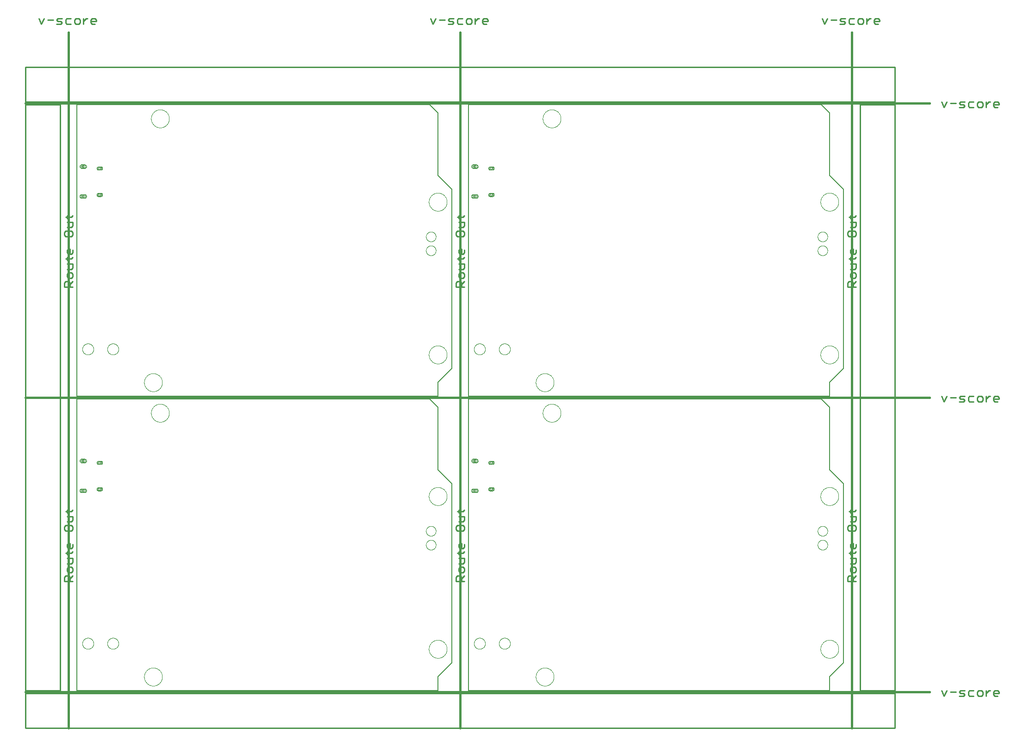
<source format=gko>
G75*
%MOIN*%
%OFA0B0*%
%FSLAX25Y25*%
%IPPOS*%
%LPD*%
%AMOC8*
5,1,8,0,0,1.08239X$1,22.5*
%
%ADD10C,0.00800*%
%ADD11C,0.01100*%
%ADD12C,0.01500*%
%ADD13C,0.01000*%
%ADD14C,0.00000*%
D10*
X0038750Y0028750D02*
X0038750Y0238750D01*
X0292750Y0238750D01*
X0298750Y0232750D01*
X0298750Y0187750D01*
X0308750Y0177750D01*
X0308750Y0048750D01*
X0298750Y0038750D01*
X0298750Y0028750D01*
X0038750Y0028750D01*
X0320750Y0028750D02*
X0320750Y0238750D01*
X0574750Y0238750D01*
X0580750Y0232750D01*
X0580750Y0187750D01*
X0590750Y0177750D01*
X0590750Y0048750D01*
X0580750Y0038750D01*
X0580750Y0028750D01*
X0320750Y0028750D01*
X0320750Y0240750D02*
X0320750Y0450750D01*
X0574750Y0450750D01*
X0580750Y0444750D01*
X0580750Y0399750D01*
X0590750Y0389750D01*
X0590750Y0260750D01*
X0580750Y0250750D01*
X0580750Y0240750D01*
X0320750Y0240750D01*
X0298750Y0240750D02*
X0038750Y0240750D01*
X0038750Y0450750D01*
X0292750Y0450750D01*
X0298750Y0444750D01*
X0298750Y0399750D01*
X0308750Y0389750D01*
X0308750Y0260750D01*
X0298750Y0250750D01*
X0298750Y0240750D01*
D11*
X0311795Y0319444D02*
X0311795Y0322396D01*
X0312779Y0323380D01*
X0314747Y0323380D01*
X0315732Y0322396D01*
X0315732Y0319444D01*
X0317700Y0319444D02*
X0311795Y0319444D01*
X0315732Y0321412D02*
X0317700Y0323380D01*
X0316716Y0325889D02*
X0317700Y0326873D01*
X0317700Y0328842D01*
X0316716Y0329826D01*
X0314747Y0329826D01*
X0313763Y0328842D01*
X0313763Y0326873D01*
X0314747Y0325889D01*
X0316716Y0325889D01*
X0316716Y0332335D02*
X0317700Y0333319D01*
X0317700Y0336271D01*
X0313763Y0336271D01*
X0313763Y0338780D02*
X0313763Y0340749D01*
X0312779Y0339764D02*
X0316716Y0339764D01*
X0317700Y0340749D01*
X0316716Y0343077D02*
X0314747Y0343077D01*
X0313763Y0344061D01*
X0313763Y0346030D01*
X0314747Y0347014D01*
X0315732Y0347014D01*
X0315732Y0343077D01*
X0316716Y0343077D02*
X0317700Y0344061D01*
X0317700Y0346030D01*
X0316716Y0355968D02*
X0317700Y0356952D01*
X0317700Y0358921D01*
X0316716Y0359905D01*
X0312779Y0359905D01*
X0311795Y0358921D01*
X0311795Y0356952D01*
X0312779Y0355968D01*
X0316716Y0355968D01*
X0316716Y0362414D02*
X0317700Y0363398D01*
X0317700Y0366350D01*
X0313763Y0366350D01*
X0313763Y0368859D02*
X0313763Y0370828D01*
X0312779Y0369843D02*
X0316716Y0369843D01*
X0317700Y0370828D01*
X0316716Y0362414D02*
X0313763Y0362414D01*
X0313763Y0332335D02*
X0316716Y0332335D01*
X0317700Y0158828D02*
X0316716Y0157843D01*
X0312779Y0157843D01*
X0313763Y0156859D02*
X0313763Y0158828D01*
X0313763Y0154350D02*
X0317700Y0154350D01*
X0317700Y0151398D01*
X0316716Y0150414D01*
X0313763Y0150414D01*
X0312779Y0147905D02*
X0311795Y0146921D01*
X0311795Y0144952D01*
X0312779Y0143968D01*
X0316716Y0143968D01*
X0317700Y0144952D01*
X0317700Y0146921D01*
X0316716Y0147905D01*
X0312779Y0147905D01*
X0314747Y0135014D02*
X0315732Y0135014D01*
X0315732Y0131077D01*
X0316716Y0131077D02*
X0314747Y0131077D01*
X0313763Y0132061D01*
X0313763Y0134030D01*
X0314747Y0135014D01*
X0317700Y0134030D02*
X0317700Y0132061D01*
X0316716Y0131077D01*
X0317700Y0128749D02*
X0316716Y0127764D01*
X0312779Y0127764D01*
X0313763Y0126780D02*
X0313763Y0128749D01*
X0313763Y0124271D02*
X0317700Y0124271D01*
X0317700Y0121319D01*
X0316716Y0120335D01*
X0313763Y0120335D01*
X0314747Y0117826D02*
X0313763Y0116842D01*
X0313763Y0114873D01*
X0314747Y0113889D01*
X0316716Y0113889D01*
X0317700Y0114873D01*
X0317700Y0116842D01*
X0316716Y0117826D01*
X0314747Y0117826D01*
X0314747Y0111380D02*
X0315732Y0110396D01*
X0315732Y0107444D01*
X0317700Y0107444D02*
X0311795Y0107444D01*
X0311795Y0110396D01*
X0312779Y0111380D01*
X0314747Y0111380D01*
X0315732Y0109412D02*
X0317700Y0111380D01*
X0593795Y0110396D02*
X0593795Y0107444D01*
X0599700Y0107444D01*
X0597732Y0107444D02*
X0597732Y0110396D01*
X0596747Y0111380D01*
X0594779Y0111380D01*
X0593795Y0110396D01*
X0597732Y0109412D02*
X0599700Y0111380D01*
X0598716Y0113889D02*
X0599700Y0114873D01*
X0599700Y0116842D01*
X0598716Y0117826D01*
X0596747Y0117826D01*
X0595763Y0116842D01*
X0595763Y0114873D01*
X0596747Y0113889D01*
X0598716Y0113889D01*
X0598716Y0120335D02*
X0599700Y0121319D01*
X0599700Y0124271D01*
X0595763Y0124271D01*
X0595763Y0126780D02*
X0595763Y0128749D01*
X0594779Y0127764D02*
X0598716Y0127764D01*
X0599700Y0128749D01*
X0598716Y0131077D02*
X0596747Y0131077D01*
X0595763Y0132061D01*
X0595763Y0134030D01*
X0596747Y0135014D01*
X0597732Y0135014D01*
X0597732Y0131077D01*
X0598716Y0131077D02*
X0599700Y0132061D01*
X0599700Y0134030D01*
X0598716Y0143968D02*
X0594779Y0143968D01*
X0593795Y0144952D01*
X0593795Y0146921D01*
X0594779Y0147905D01*
X0598716Y0147905D01*
X0599700Y0146921D01*
X0599700Y0144952D01*
X0598716Y0143968D01*
X0598716Y0150414D02*
X0599700Y0151398D01*
X0599700Y0154350D01*
X0595763Y0154350D01*
X0595763Y0156859D02*
X0595763Y0158828D01*
X0594779Y0157843D02*
X0598716Y0157843D01*
X0599700Y0158828D01*
X0598716Y0150414D02*
X0595763Y0150414D01*
X0595763Y0120335D02*
X0598716Y0120335D01*
X0661278Y0028737D02*
X0663246Y0024800D01*
X0665215Y0028737D01*
X0667723Y0027753D02*
X0671660Y0027753D01*
X0674169Y0027753D02*
X0675153Y0028737D01*
X0678106Y0028737D01*
X0677121Y0026768D02*
X0675153Y0026768D01*
X0674169Y0027753D01*
X0674169Y0024800D02*
X0677121Y0024800D01*
X0678106Y0025784D01*
X0677121Y0026768D01*
X0680614Y0025784D02*
X0681599Y0024800D01*
X0684551Y0024800D01*
X0687060Y0025784D02*
X0687060Y0027753D01*
X0688044Y0028737D01*
X0690012Y0028737D01*
X0690997Y0027753D01*
X0690997Y0025784D01*
X0690012Y0024800D01*
X0688044Y0024800D01*
X0687060Y0025784D01*
X0684551Y0028737D02*
X0681599Y0028737D01*
X0680614Y0027753D01*
X0680614Y0025784D01*
X0693505Y0024800D02*
X0693505Y0028737D01*
X0693505Y0026768D02*
X0695474Y0028737D01*
X0696458Y0028737D01*
X0698877Y0027753D02*
X0699861Y0028737D01*
X0701829Y0028737D01*
X0702813Y0027753D01*
X0702813Y0026768D01*
X0698877Y0026768D01*
X0698877Y0025784D02*
X0698877Y0027753D01*
X0698877Y0025784D02*
X0699861Y0024800D01*
X0701829Y0024800D01*
X0701829Y0236800D02*
X0699861Y0236800D01*
X0698877Y0237784D01*
X0698877Y0239753D01*
X0699861Y0240737D01*
X0701829Y0240737D01*
X0702813Y0239753D01*
X0702813Y0238768D01*
X0698877Y0238768D01*
X0696458Y0240737D02*
X0695474Y0240737D01*
X0693505Y0238768D01*
X0693505Y0236800D02*
X0693505Y0240737D01*
X0690997Y0239753D02*
X0690012Y0240737D01*
X0688044Y0240737D01*
X0687060Y0239753D01*
X0687060Y0237784D01*
X0688044Y0236800D01*
X0690012Y0236800D01*
X0690997Y0237784D01*
X0690997Y0239753D01*
X0684551Y0240737D02*
X0681599Y0240737D01*
X0680614Y0239753D01*
X0680614Y0237784D01*
X0681599Y0236800D01*
X0684551Y0236800D01*
X0678106Y0237784D02*
X0677121Y0238768D01*
X0675153Y0238768D01*
X0674169Y0239753D01*
X0675153Y0240737D01*
X0678106Y0240737D01*
X0678106Y0237784D02*
X0677121Y0236800D01*
X0674169Y0236800D01*
X0671660Y0239753D02*
X0667723Y0239753D01*
X0665215Y0240737D02*
X0663246Y0236800D01*
X0661278Y0240737D01*
X0599700Y0319444D02*
X0593795Y0319444D01*
X0593795Y0322396D01*
X0594779Y0323380D01*
X0596747Y0323380D01*
X0597732Y0322396D01*
X0597732Y0319444D01*
X0597732Y0321412D02*
X0599700Y0323380D01*
X0598716Y0325889D02*
X0599700Y0326873D01*
X0599700Y0328842D01*
X0598716Y0329826D01*
X0596747Y0329826D01*
X0595763Y0328842D01*
X0595763Y0326873D01*
X0596747Y0325889D01*
X0598716Y0325889D01*
X0598716Y0332335D02*
X0599700Y0333319D01*
X0599700Y0336271D01*
X0595763Y0336271D01*
X0595763Y0338780D02*
X0595763Y0340749D01*
X0594779Y0339764D02*
X0598716Y0339764D01*
X0599700Y0340749D01*
X0598716Y0343077D02*
X0596747Y0343077D01*
X0595763Y0344061D01*
X0595763Y0346030D01*
X0596747Y0347014D01*
X0597732Y0347014D01*
X0597732Y0343077D01*
X0598716Y0343077D02*
X0599700Y0344061D01*
X0599700Y0346030D01*
X0598716Y0355968D02*
X0594779Y0355968D01*
X0593795Y0356952D01*
X0593795Y0358921D01*
X0594779Y0359905D01*
X0598716Y0359905D01*
X0599700Y0358921D01*
X0599700Y0356952D01*
X0598716Y0355968D01*
X0598716Y0362414D02*
X0599700Y0363398D01*
X0599700Y0366350D01*
X0595763Y0366350D01*
X0595763Y0368859D02*
X0595763Y0370828D01*
X0594779Y0369843D02*
X0598716Y0369843D01*
X0599700Y0370828D01*
X0598716Y0362414D02*
X0595763Y0362414D01*
X0595763Y0332335D02*
X0598716Y0332335D01*
X0663246Y0448800D02*
X0665215Y0452737D01*
X0667723Y0451753D02*
X0671660Y0451753D01*
X0674169Y0451753D02*
X0675153Y0450768D01*
X0677121Y0450768D01*
X0678106Y0449784D01*
X0677121Y0448800D01*
X0674169Y0448800D01*
X0674169Y0451753D02*
X0675153Y0452737D01*
X0678106Y0452737D01*
X0680614Y0451753D02*
X0680614Y0449784D01*
X0681599Y0448800D01*
X0684551Y0448800D01*
X0687060Y0449784D02*
X0687060Y0451753D01*
X0688044Y0452737D01*
X0690012Y0452737D01*
X0690997Y0451753D01*
X0690997Y0449784D01*
X0690012Y0448800D01*
X0688044Y0448800D01*
X0687060Y0449784D01*
X0684551Y0452737D02*
X0681599Y0452737D01*
X0680614Y0451753D01*
X0693505Y0452737D02*
X0693505Y0448800D01*
X0693505Y0450768D02*
X0695474Y0452737D01*
X0696458Y0452737D01*
X0698877Y0451753D02*
X0699861Y0452737D01*
X0701829Y0452737D01*
X0702813Y0451753D01*
X0702813Y0450768D01*
X0698877Y0450768D01*
X0698877Y0449784D02*
X0698877Y0451753D01*
X0698877Y0449784D02*
X0699861Y0448800D01*
X0701829Y0448800D01*
X0663246Y0448800D02*
X0661278Y0452737D01*
X0615829Y0508800D02*
X0613861Y0508800D01*
X0612877Y0509784D01*
X0612877Y0511753D01*
X0613861Y0512737D01*
X0615829Y0512737D01*
X0616813Y0511753D01*
X0616813Y0510768D01*
X0612877Y0510768D01*
X0610458Y0512737D02*
X0609474Y0512737D01*
X0607505Y0510768D01*
X0607505Y0508800D02*
X0607505Y0512737D01*
X0604997Y0511753D02*
X0604012Y0512737D01*
X0602044Y0512737D01*
X0601060Y0511753D01*
X0601060Y0509784D01*
X0602044Y0508800D01*
X0604012Y0508800D01*
X0604997Y0509784D01*
X0604997Y0511753D01*
X0598551Y0512737D02*
X0595599Y0512737D01*
X0594614Y0511753D01*
X0594614Y0509784D01*
X0595599Y0508800D01*
X0598551Y0508800D01*
X0592106Y0509784D02*
X0591121Y0510768D01*
X0589153Y0510768D01*
X0588169Y0511753D01*
X0589153Y0512737D01*
X0592106Y0512737D01*
X0592106Y0509784D02*
X0591121Y0508800D01*
X0588169Y0508800D01*
X0585660Y0511753D02*
X0581723Y0511753D01*
X0579215Y0512737D02*
X0577246Y0508800D01*
X0575278Y0512737D01*
X0334813Y0511753D02*
X0334813Y0510768D01*
X0330877Y0510768D01*
X0330877Y0509784D02*
X0330877Y0511753D01*
X0331861Y0512737D01*
X0333829Y0512737D01*
X0334813Y0511753D01*
X0333829Y0508800D02*
X0331861Y0508800D01*
X0330877Y0509784D01*
X0328458Y0512737D02*
X0327474Y0512737D01*
X0325505Y0510768D01*
X0325505Y0508800D02*
X0325505Y0512737D01*
X0322997Y0511753D02*
X0322012Y0512737D01*
X0320044Y0512737D01*
X0319060Y0511753D01*
X0319060Y0509784D01*
X0320044Y0508800D01*
X0322012Y0508800D01*
X0322997Y0509784D01*
X0322997Y0511753D01*
X0316551Y0512737D02*
X0313599Y0512737D01*
X0312614Y0511753D01*
X0312614Y0509784D01*
X0313599Y0508800D01*
X0316551Y0508800D01*
X0310106Y0509784D02*
X0309121Y0510768D01*
X0307153Y0510768D01*
X0306169Y0511753D01*
X0307153Y0512737D01*
X0310106Y0512737D01*
X0310106Y0509784D02*
X0309121Y0508800D01*
X0306169Y0508800D01*
X0303660Y0511753D02*
X0299723Y0511753D01*
X0297215Y0512737D02*
X0295246Y0508800D01*
X0293278Y0512737D01*
X0052813Y0511753D02*
X0052813Y0510768D01*
X0048877Y0510768D01*
X0048877Y0509784D02*
X0048877Y0511753D01*
X0049861Y0512737D01*
X0051829Y0512737D01*
X0052813Y0511753D01*
X0051829Y0508800D02*
X0049861Y0508800D01*
X0048877Y0509784D01*
X0046458Y0512737D02*
X0045474Y0512737D01*
X0043505Y0510768D01*
X0043505Y0508800D02*
X0043505Y0512737D01*
X0040997Y0511753D02*
X0040012Y0512737D01*
X0038044Y0512737D01*
X0037060Y0511753D01*
X0037060Y0509784D01*
X0038044Y0508800D01*
X0040012Y0508800D01*
X0040997Y0509784D01*
X0040997Y0511753D01*
X0034551Y0512737D02*
X0031599Y0512737D01*
X0030614Y0511753D01*
X0030614Y0509784D01*
X0031599Y0508800D01*
X0034551Y0508800D01*
X0028106Y0509784D02*
X0027121Y0510768D01*
X0025153Y0510768D01*
X0024169Y0511753D01*
X0025153Y0512737D01*
X0028106Y0512737D01*
X0028106Y0509784D02*
X0027121Y0508800D01*
X0024169Y0508800D01*
X0021660Y0511753D02*
X0017723Y0511753D01*
X0015215Y0512737D02*
X0013246Y0508800D01*
X0011278Y0512737D01*
X0031763Y0370828D02*
X0031763Y0368859D01*
X0030779Y0369843D02*
X0034716Y0369843D01*
X0035700Y0370828D01*
X0035700Y0366350D02*
X0031763Y0366350D01*
X0031763Y0362414D02*
X0034716Y0362414D01*
X0035700Y0363398D01*
X0035700Y0366350D01*
X0034716Y0359905D02*
X0030779Y0359905D01*
X0029795Y0358921D01*
X0029795Y0356952D01*
X0030779Y0355968D01*
X0034716Y0355968D01*
X0035700Y0356952D01*
X0035700Y0358921D01*
X0034716Y0359905D01*
X0033732Y0347014D02*
X0033732Y0343077D01*
X0034716Y0343077D02*
X0032747Y0343077D01*
X0031763Y0344061D01*
X0031763Y0346030D01*
X0032747Y0347014D01*
X0033732Y0347014D01*
X0035700Y0346030D02*
X0035700Y0344061D01*
X0034716Y0343077D01*
X0035700Y0340749D02*
X0034716Y0339764D01*
X0030779Y0339764D01*
X0031763Y0338780D02*
X0031763Y0340749D01*
X0031763Y0336271D02*
X0035700Y0336271D01*
X0035700Y0333319D01*
X0034716Y0332335D01*
X0031763Y0332335D01*
X0032747Y0329826D02*
X0031763Y0328842D01*
X0031763Y0326873D01*
X0032747Y0325889D01*
X0034716Y0325889D01*
X0035700Y0326873D01*
X0035700Y0328842D01*
X0034716Y0329826D01*
X0032747Y0329826D01*
X0032747Y0323380D02*
X0033732Y0322396D01*
X0033732Y0319444D01*
X0035700Y0319444D02*
X0029795Y0319444D01*
X0029795Y0322396D01*
X0030779Y0323380D01*
X0032747Y0323380D01*
X0033732Y0321412D02*
X0035700Y0323380D01*
X0035700Y0158828D02*
X0034716Y0157843D01*
X0030779Y0157843D01*
X0031763Y0156859D02*
X0031763Y0158828D01*
X0031763Y0154350D02*
X0035700Y0154350D01*
X0035700Y0151398D01*
X0034716Y0150414D01*
X0031763Y0150414D01*
X0030779Y0147905D02*
X0029795Y0146921D01*
X0029795Y0144952D01*
X0030779Y0143968D01*
X0034716Y0143968D01*
X0035700Y0144952D01*
X0035700Y0146921D01*
X0034716Y0147905D01*
X0030779Y0147905D01*
X0032747Y0135014D02*
X0033732Y0135014D01*
X0033732Y0131077D01*
X0034716Y0131077D02*
X0032747Y0131077D01*
X0031763Y0132061D01*
X0031763Y0134030D01*
X0032747Y0135014D01*
X0035700Y0134030D02*
X0035700Y0132061D01*
X0034716Y0131077D01*
X0035700Y0128749D02*
X0034716Y0127764D01*
X0030779Y0127764D01*
X0031763Y0126780D02*
X0031763Y0128749D01*
X0031763Y0124271D02*
X0035700Y0124271D01*
X0035700Y0121319D01*
X0034716Y0120335D01*
X0031763Y0120335D01*
X0032747Y0117826D02*
X0031763Y0116842D01*
X0031763Y0114873D01*
X0032747Y0113889D01*
X0034716Y0113889D01*
X0035700Y0114873D01*
X0035700Y0116842D01*
X0034716Y0117826D01*
X0032747Y0117826D01*
X0032747Y0111380D02*
X0033732Y0110396D01*
X0033732Y0107444D01*
X0035700Y0107444D02*
X0029795Y0107444D01*
X0029795Y0110396D01*
X0030779Y0111380D01*
X0032747Y0111380D01*
X0033732Y0109412D02*
X0035700Y0111380D01*
D12*
X0001750Y0027750D02*
X0652750Y0027750D01*
X0596750Y0001750D02*
X0596750Y0502750D01*
X0652750Y0451750D02*
X0001750Y0451750D01*
X0032750Y0502750D02*
X0032750Y0001750D01*
X0314750Y0001750D02*
X0314750Y0502750D01*
X0001750Y0239750D02*
X0652750Y0239750D01*
D13*
X0001750Y0026750D02*
X0001750Y0001750D01*
X0627750Y0001750D01*
X0627750Y0026750D01*
X0001750Y0026750D01*
X0001750Y0028750D02*
X0001750Y0450750D01*
X0026750Y0450750D01*
X0026750Y0028750D01*
X0001750Y0028750D01*
X0001750Y0452750D02*
X0001750Y0477750D01*
X0627750Y0477750D01*
X0627750Y0452750D01*
X0001750Y0452750D01*
X0602750Y0450750D02*
X0602750Y0028750D01*
X0627750Y0028750D01*
X0627750Y0450750D01*
X0602750Y0450750D01*
D14*
X0574250Y0380750D02*
X0574252Y0380911D01*
X0574258Y0381071D01*
X0574268Y0381232D01*
X0574282Y0381392D01*
X0574300Y0381552D01*
X0574321Y0381711D01*
X0574347Y0381870D01*
X0574377Y0382028D01*
X0574410Y0382185D01*
X0574448Y0382342D01*
X0574489Y0382497D01*
X0574534Y0382651D01*
X0574583Y0382804D01*
X0574636Y0382956D01*
X0574692Y0383107D01*
X0574753Y0383256D01*
X0574816Y0383404D01*
X0574884Y0383550D01*
X0574955Y0383694D01*
X0575029Y0383836D01*
X0575107Y0383977D01*
X0575189Y0384115D01*
X0575274Y0384252D01*
X0575362Y0384386D01*
X0575454Y0384518D01*
X0575549Y0384648D01*
X0575647Y0384776D01*
X0575748Y0384901D01*
X0575852Y0385023D01*
X0575959Y0385143D01*
X0576069Y0385260D01*
X0576182Y0385375D01*
X0576298Y0385486D01*
X0576417Y0385595D01*
X0576538Y0385700D01*
X0576662Y0385803D01*
X0576788Y0385903D01*
X0576916Y0385999D01*
X0577047Y0386092D01*
X0577181Y0386182D01*
X0577316Y0386269D01*
X0577454Y0386352D01*
X0577593Y0386432D01*
X0577735Y0386508D01*
X0577878Y0386581D01*
X0578023Y0386650D01*
X0578170Y0386716D01*
X0578318Y0386778D01*
X0578468Y0386836D01*
X0578619Y0386891D01*
X0578772Y0386942D01*
X0578926Y0386989D01*
X0579081Y0387032D01*
X0579237Y0387071D01*
X0579393Y0387107D01*
X0579551Y0387138D01*
X0579709Y0387166D01*
X0579868Y0387190D01*
X0580028Y0387210D01*
X0580188Y0387226D01*
X0580348Y0387238D01*
X0580509Y0387246D01*
X0580670Y0387250D01*
X0580830Y0387250D01*
X0580991Y0387246D01*
X0581152Y0387238D01*
X0581312Y0387226D01*
X0581472Y0387210D01*
X0581632Y0387190D01*
X0581791Y0387166D01*
X0581949Y0387138D01*
X0582107Y0387107D01*
X0582263Y0387071D01*
X0582419Y0387032D01*
X0582574Y0386989D01*
X0582728Y0386942D01*
X0582881Y0386891D01*
X0583032Y0386836D01*
X0583182Y0386778D01*
X0583330Y0386716D01*
X0583477Y0386650D01*
X0583622Y0386581D01*
X0583765Y0386508D01*
X0583907Y0386432D01*
X0584046Y0386352D01*
X0584184Y0386269D01*
X0584319Y0386182D01*
X0584453Y0386092D01*
X0584584Y0385999D01*
X0584712Y0385903D01*
X0584838Y0385803D01*
X0584962Y0385700D01*
X0585083Y0385595D01*
X0585202Y0385486D01*
X0585318Y0385375D01*
X0585431Y0385260D01*
X0585541Y0385143D01*
X0585648Y0385023D01*
X0585752Y0384901D01*
X0585853Y0384776D01*
X0585951Y0384648D01*
X0586046Y0384518D01*
X0586138Y0384386D01*
X0586226Y0384252D01*
X0586311Y0384115D01*
X0586393Y0383977D01*
X0586471Y0383836D01*
X0586545Y0383694D01*
X0586616Y0383550D01*
X0586684Y0383404D01*
X0586747Y0383256D01*
X0586808Y0383107D01*
X0586864Y0382956D01*
X0586917Y0382804D01*
X0586966Y0382651D01*
X0587011Y0382497D01*
X0587052Y0382342D01*
X0587090Y0382185D01*
X0587123Y0382028D01*
X0587153Y0381870D01*
X0587179Y0381711D01*
X0587200Y0381552D01*
X0587218Y0381392D01*
X0587232Y0381232D01*
X0587242Y0381071D01*
X0587248Y0380911D01*
X0587250Y0380750D01*
X0587248Y0380589D01*
X0587242Y0380429D01*
X0587232Y0380268D01*
X0587218Y0380108D01*
X0587200Y0379948D01*
X0587179Y0379789D01*
X0587153Y0379630D01*
X0587123Y0379472D01*
X0587090Y0379315D01*
X0587052Y0379158D01*
X0587011Y0379003D01*
X0586966Y0378849D01*
X0586917Y0378696D01*
X0586864Y0378544D01*
X0586808Y0378393D01*
X0586747Y0378244D01*
X0586684Y0378096D01*
X0586616Y0377950D01*
X0586545Y0377806D01*
X0586471Y0377664D01*
X0586393Y0377523D01*
X0586311Y0377385D01*
X0586226Y0377248D01*
X0586138Y0377114D01*
X0586046Y0376982D01*
X0585951Y0376852D01*
X0585853Y0376724D01*
X0585752Y0376599D01*
X0585648Y0376477D01*
X0585541Y0376357D01*
X0585431Y0376240D01*
X0585318Y0376125D01*
X0585202Y0376014D01*
X0585083Y0375905D01*
X0584962Y0375800D01*
X0584838Y0375697D01*
X0584712Y0375597D01*
X0584584Y0375501D01*
X0584453Y0375408D01*
X0584319Y0375318D01*
X0584184Y0375231D01*
X0584046Y0375148D01*
X0583907Y0375068D01*
X0583765Y0374992D01*
X0583622Y0374919D01*
X0583477Y0374850D01*
X0583330Y0374784D01*
X0583182Y0374722D01*
X0583032Y0374664D01*
X0582881Y0374609D01*
X0582728Y0374558D01*
X0582574Y0374511D01*
X0582419Y0374468D01*
X0582263Y0374429D01*
X0582107Y0374393D01*
X0581949Y0374362D01*
X0581791Y0374334D01*
X0581632Y0374310D01*
X0581472Y0374290D01*
X0581312Y0374274D01*
X0581152Y0374262D01*
X0580991Y0374254D01*
X0580830Y0374250D01*
X0580670Y0374250D01*
X0580509Y0374254D01*
X0580348Y0374262D01*
X0580188Y0374274D01*
X0580028Y0374290D01*
X0579868Y0374310D01*
X0579709Y0374334D01*
X0579551Y0374362D01*
X0579393Y0374393D01*
X0579237Y0374429D01*
X0579081Y0374468D01*
X0578926Y0374511D01*
X0578772Y0374558D01*
X0578619Y0374609D01*
X0578468Y0374664D01*
X0578318Y0374722D01*
X0578170Y0374784D01*
X0578023Y0374850D01*
X0577878Y0374919D01*
X0577735Y0374992D01*
X0577593Y0375068D01*
X0577454Y0375148D01*
X0577316Y0375231D01*
X0577181Y0375318D01*
X0577047Y0375408D01*
X0576916Y0375501D01*
X0576788Y0375597D01*
X0576662Y0375697D01*
X0576538Y0375800D01*
X0576417Y0375905D01*
X0576298Y0376014D01*
X0576182Y0376125D01*
X0576069Y0376240D01*
X0575959Y0376357D01*
X0575852Y0376477D01*
X0575748Y0376599D01*
X0575647Y0376724D01*
X0575549Y0376852D01*
X0575454Y0376982D01*
X0575362Y0377114D01*
X0575274Y0377248D01*
X0575189Y0377385D01*
X0575107Y0377523D01*
X0575029Y0377664D01*
X0574955Y0377806D01*
X0574884Y0377950D01*
X0574816Y0378096D01*
X0574753Y0378244D01*
X0574692Y0378393D01*
X0574636Y0378544D01*
X0574583Y0378696D01*
X0574534Y0378849D01*
X0574489Y0379003D01*
X0574448Y0379158D01*
X0574410Y0379315D01*
X0574377Y0379472D01*
X0574347Y0379630D01*
X0574321Y0379789D01*
X0574300Y0379948D01*
X0574282Y0380108D01*
X0574268Y0380268D01*
X0574258Y0380429D01*
X0574252Y0380589D01*
X0574250Y0380750D01*
X0572207Y0355750D02*
X0572209Y0355868D01*
X0572215Y0355987D01*
X0572225Y0356105D01*
X0572239Y0356222D01*
X0572256Y0356339D01*
X0572278Y0356456D01*
X0572304Y0356571D01*
X0572333Y0356686D01*
X0572366Y0356800D01*
X0572403Y0356912D01*
X0572444Y0357023D01*
X0572488Y0357133D01*
X0572536Y0357241D01*
X0572588Y0357348D01*
X0572643Y0357453D01*
X0572702Y0357556D01*
X0572764Y0357656D01*
X0572829Y0357755D01*
X0572898Y0357852D01*
X0572969Y0357946D01*
X0573044Y0358037D01*
X0573122Y0358127D01*
X0573203Y0358213D01*
X0573287Y0358297D01*
X0573373Y0358378D01*
X0573463Y0358456D01*
X0573554Y0358531D01*
X0573648Y0358602D01*
X0573745Y0358671D01*
X0573844Y0358736D01*
X0573944Y0358798D01*
X0574047Y0358857D01*
X0574152Y0358912D01*
X0574259Y0358964D01*
X0574367Y0359012D01*
X0574477Y0359056D01*
X0574588Y0359097D01*
X0574700Y0359134D01*
X0574814Y0359167D01*
X0574929Y0359196D01*
X0575044Y0359222D01*
X0575161Y0359244D01*
X0575278Y0359261D01*
X0575395Y0359275D01*
X0575513Y0359285D01*
X0575632Y0359291D01*
X0575750Y0359293D01*
X0575868Y0359291D01*
X0575987Y0359285D01*
X0576105Y0359275D01*
X0576222Y0359261D01*
X0576339Y0359244D01*
X0576456Y0359222D01*
X0576571Y0359196D01*
X0576686Y0359167D01*
X0576800Y0359134D01*
X0576912Y0359097D01*
X0577023Y0359056D01*
X0577133Y0359012D01*
X0577241Y0358964D01*
X0577348Y0358912D01*
X0577453Y0358857D01*
X0577556Y0358798D01*
X0577656Y0358736D01*
X0577755Y0358671D01*
X0577852Y0358602D01*
X0577946Y0358531D01*
X0578037Y0358456D01*
X0578127Y0358378D01*
X0578213Y0358297D01*
X0578297Y0358213D01*
X0578378Y0358127D01*
X0578456Y0358037D01*
X0578531Y0357946D01*
X0578602Y0357852D01*
X0578671Y0357755D01*
X0578736Y0357656D01*
X0578798Y0357556D01*
X0578857Y0357453D01*
X0578912Y0357348D01*
X0578964Y0357241D01*
X0579012Y0357133D01*
X0579056Y0357023D01*
X0579097Y0356912D01*
X0579134Y0356800D01*
X0579167Y0356686D01*
X0579196Y0356571D01*
X0579222Y0356456D01*
X0579244Y0356339D01*
X0579261Y0356222D01*
X0579275Y0356105D01*
X0579285Y0355987D01*
X0579291Y0355868D01*
X0579293Y0355750D01*
X0579291Y0355632D01*
X0579285Y0355513D01*
X0579275Y0355395D01*
X0579261Y0355278D01*
X0579244Y0355161D01*
X0579222Y0355044D01*
X0579196Y0354929D01*
X0579167Y0354814D01*
X0579134Y0354700D01*
X0579097Y0354588D01*
X0579056Y0354477D01*
X0579012Y0354367D01*
X0578964Y0354259D01*
X0578912Y0354152D01*
X0578857Y0354047D01*
X0578798Y0353944D01*
X0578736Y0353844D01*
X0578671Y0353745D01*
X0578602Y0353648D01*
X0578531Y0353554D01*
X0578456Y0353463D01*
X0578378Y0353373D01*
X0578297Y0353287D01*
X0578213Y0353203D01*
X0578127Y0353122D01*
X0578037Y0353044D01*
X0577946Y0352969D01*
X0577852Y0352898D01*
X0577755Y0352829D01*
X0577656Y0352764D01*
X0577556Y0352702D01*
X0577453Y0352643D01*
X0577348Y0352588D01*
X0577241Y0352536D01*
X0577133Y0352488D01*
X0577023Y0352444D01*
X0576912Y0352403D01*
X0576800Y0352366D01*
X0576686Y0352333D01*
X0576571Y0352304D01*
X0576456Y0352278D01*
X0576339Y0352256D01*
X0576222Y0352239D01*
X0576105Y0352225D01*
X0575987Y0352215D01*
X0575868Y0352209D01*
X0575750Y0352207D01*
X0575632Y0352209D01*
X0575513Y0352215D01*
X0575395Y0352225D01*
X0575278Y0352239D01*
X0575161Y0352256D01*
X0575044Y0352278D01*
X0574929Y0352304D01*
X0574814Y0352333D01*
X0574700Y0352366D01*
X0574588Y0352403D01*
X0574477Y0352444D01*
X0574367Y0352488D01*
X0574259Y0352536D01*
X0574152Y0352588D01*
X0574047Y0352643D01*
X0573944Y0352702D01*
X0573844Y0352764D01*
X0573745Y0352829D01*
X0573648Y0352898D01*
X0573554Y0352969D01*
X0573463Y0353044D01*
X0573373Y0353122D01*
X0573287Y0353203D01*
X0573203Y0353287D01*
X0573122Y0353373D01*
X0573044Y0353463D01*
X0572969Y0353554D01*
X0572898Y0353648D01*
X0572829Y0353745D01*
X0572764Y0353844D01*
X0572702Y0353944D01*
X0572643Y0354047D01*
X0572588Y0354152D01*
X0572536Y0354259D01*
X0572488Y0354367D01*
X0572444Y0354477D01*
X0572403Y0354588D01*
X0572366Y0354700D01*
X0572333Y0354814D01*
X0572304Y0354929D01*
X0572278Y0355044D01*
X0572256Y0355161D01*
X0572239Y0355278D01*
X0572225Y0355395D01*
X0572215Y0355513D01*
X0572209Y0355632D01*
X0572207Y0355750D01*
X0572207Y0345750D02*
X0572209Y0345868D01*
X0572215Y0345987D01*
X0572225Y0346105D01*
X0572239Y0346222D01*
X0572256Y0346339D01*
X0572278Y0346456D01*
X0572304Y0346571D01*
X0572333Y0346686D01*
X0572366Y0346800D01*
X0572403Y0346912D01*
X0572444Y0347023D01*
X0572488Y0347133D01*
X0572536Y0347241D01*
X0572588Y0347348D01*
X0572643Y0347453D01*
X0572702Y0347556D01*
X0572764Y0347656D01*
X0572829Y0347755D01*
X0572898Y0347852D01*
X0572969Y0347946D01*
X0573044Y0348037D01*
X0573122Y0348127D01*
X0573203Y0348213D01*
X0573287Y0348297D01*
X0573373Y0348378D01*
X0573463Y0348456D01*
X0573554Y0348531D01*
X0573648Y0348602D01*
X0573745Y0348671D01*
X0573844Y0348736D01*
X0573944Y0348798D01*
X0574047Y0348857D01*
X0574152Y0348912D01*
X0574259Y0348964D01*
X0574367Y0349012D01*
X0574477Y0349056D01*
X0574588Y0349097D01*
X0574700Y0349134D01*
X0574814Y0349167D01*
X0574929Y0349196D01*
X0575044Y0349222D01*
X0575161Y0349244D01*
X0575278Y0349261D01*
X0575395Y0349275D01*
X0575513Y0349285D01*
X0575632Y0349291D01*
X0575750Y0349293D01*
X0575868Y0349291D01*
X0575987Y0349285D01*
X0576105Y0349275D01*
X0576222Y0349261D01*
X0576339Y0349244D01*
X0576456Y0349222D01*
X0576571Y0349196D01*
X0576686Y0349167D01*
X0576800Y0349134D01*
X0576912Y0349097D01*
X0577023Y0349056D01*
X0577133Y0349012D01*
X0577241Y0348964D01*
X0577348Y0348912D01*
X0577453Y0348857D01*
X0577556Y0348798D01*
X0577656Y0348736D01*
X0577755Y0348671D01*
X0577852Y0348602D01*
X0577946Y0348531D01*
X0578037Y0348456D01*
X0578127Y0348378D01*
X0578213Y0348297D01*
X0578297Y0348213D01*
X0578378Y0348127D01*
X0578456Y0348037D01*
X0578531Y0347946D01*
X0578602Y0347852D01*
X0578671Y0347755D01*
X0578736Y0347656D01*
X0578798Y0347556D01*
X0578857Y0347453D01*
X0578912Y0347348D01*
X0578964Y0347241D01*
X0579012Y0347133D01*
X0579056Y0347023D01*
X0579097Y0346912D01*
X0579134Y0346800D01*
X0579167Y0346686D01*
X0579196Y0346571D01*
X0579222Y0346456D01*
X0579244Y0346339D01*
X0579261Y0346222D01*
X0579275Y0346105D01*
X0579285Y0345987D01*
X0579291Y0345868D01*
X0579293Y0345750D01*
X0579291Y0345632D01*
X0579285Y0345513D01*
X0579275Y0345395D01*
X0579261Y0345278D01*
X0579244Y0345161D01*
X0579222Y0345044D01*
X0579196Y0344929D01*
X0579167Y0344814D01*
X0579134Y0344700D01*
X0579097Y0344588D01*
X0579056Y0344477D01*
X0579012Y0344367D01*
X0578964Y0344259D01*
X0578912Y0344152D01*
X0578857Y0344047D01*
X0578798Y0343944D01*
X0578736Y0343844D01*
X0578671Y0343745D01*
X0578602Y0343648D01*
X0578531Y0343554D01*
X0578456Y0343463D01*
X0578378Y0343373D01*
X0578297Y0343287D01*
X0578213Y0343203D01*
X0578127Y0343122D01*
X0578037Y0343044D01*
X0577946Y0342969D01*
X0577852Y0342898D01*
X0577755Y0342829D01*
X0577656Y0342764D01*
X0577556Y0342702D01*
X0577453Y0342643D01*
X0577348Y0342588D01*
X0577241Y0342536D01*
X0577133Y0342488D01*
X0577023Y0342444D01*
X0576912Y0342403D01*
X0576800Y0342366D01*
X0576686Y0342333D01*
X0576571Y0342304D01*
X0576456Y0342278D01*
X0576339Y0342256D01*
X0576222Y0342239D01*
X0576105Y0342225D01*
X0575987Y0342215D01*
X0575868Y0342209D01*
X0575750Y0342207D01*
X0575632Y0342209D01*
X0575513Y0342215D01*
X0575395Y0342225D01*
X0575278Y0342239D01*
X0575161Y0342256D01*
X0575044Y0342278D01*
X0574929Y0342304D01*
X0574814Y0342333D01*
X0574700Y0342366D01*
X0574588Y0342403D01*
X0574477Y0342444D01*
X0574367Y0342488D01*
X0574259Y0342536D01*
X0574152Y0342588D01*
X0574047Y0342643D01*
X0573944Y0342702D01*
X0573844Y0342764D01*
X0573745Y0342829D01*
X0573648Y0342898D01*
X0573554Y0342969D01*
X0573463Y0343044D01*
X0573373Y0343122D01*
X0573287Y0343203D01*
X0573203Y0343287D01*
X0573122Y0343373D01*
X0573044Y0343463D01*
X0572969Y0343554D01*
X0572898Y0343648D01*
X0572829Y0343745D01*
X0572764Y0343844D01*
X0572702Y0343944D01*
X0572643Y0344047D01*
X0572588Y0344152D01*
X0572536Y0344259D01*
X0572488Y0344367D01*
X0572444Y0344477D01*
X0572403Y0344588D01*
X0572366Y0344700D01*
X0572333Y0344814D01*
X0572304Y0344929D01*
X0572278Y0345044D01*
X0572256Y0345161D01*
X0572239Y0345278D01*
X0572225Y0345395D01*
X0572215Y0345513D01*
X0572209Y0345632D01*
X0572207Y0345750D01*
X0574250Y0270750D02*
X0574252Y0270911D01*
X0574258Y0271071D01*
X0574268Y0271232D01*
X0574282Y0271392D01*
X0574300Y0271552D01*
X0574321Y0271711D01*
X0574347Y0271870D01*
X0574377Y0272028D01*
X0574410Y0272185D01*
X0574448Y0272342D01*
X0574489Y0272497D01*
X0574534Y0272651D01*
X0574583Y0272804D01*
X0574636Y0272956D01*
X0574692Y0273107D01*
X0574753Y0273256D01*
X0574816Y0273404D01*
X0574884Y0273550D01*
X0574955Y0273694D01*
X0575029Y0273836D01*
X0575107Y0273977D01*
X0575189Y0274115D01*
X0575274Y0274252D01*
X0575362Y0274386D01*
X0575454Y0274518D01*
X0575549Y0274648D01*
X0575647Y0274776D01*
X0575748Y0274901D01*
X0575852Y0275023D01*
X0575959Y0275143D01*
X0576069Y0275260D01*
X0576182Y0275375D01*
X0576298Y0275486D01*
X0576417Y0275595D01*
X0576538Y0275700D01*
X0576662Y0275803D01*
X0576788Y0275903D01*
X0576916Y0275999D01*
X0577047Y0276092D01*
X0577181Y0276182D01*
X0577316Y0276269D01*
X0577454Y0276352D01*
X0577593Y0276432D01*
X0577735Y0276508D01*
X0577878Y0276581D01*
X0578023Y0276650D01*
X0578170Y0276716D01*
X0578318Y0276778D01*
X0578468Y0276836D01*
X0578619Y0276891D01*
X0578772Y0276942D01*
X0578926Y0276989D01*
X0579081Y0277032D01*
X0579237Y0277071D01*
X0579393Y0277107D01*
X0579551Y0277138D01*
X0579709Y0277166D01*
X0579868Y0277190D01*
X0580028Y0277210D01*
X0580188Y0277226D01*
X0580348Y0277238D01*
X0580509Y0277246D01*
X0580670Y0277250D01*
X0580830Y0277250D01*
X0580991Y0277246D01*
X0581152Y0277238D01*
X0581312Y0277226D01*
X0581472Y0277210D01*
X0581632Y0277190D01*
X0581791Y0277166D01*
X0581949Y0277138D01*
X0582107Y0277107D01*
X0582263Y0277071D01*
X0582419Y0277032D01*
X0582574Y0276989D01*
X0582728Y0276942D01*
X0582881Y0276891D01*
X0583032Y0276836D01*
X0583182Y0276778D01*
X0583330Y0276716D01*
X0583477Y0276650D01*
X0583622Y0276581D01*
X0583765Y0276508D01*
X0583907Y0276432D01*
X0584046Y0276352D01*
X0584184Y0276269D01*
X0584319Y0276182D01*
X0584453Y0276092D01*
X0584584Y0275999D01*
X0584712Y0275903D01*
X0584838Y0275803D01*
X0584962Y0275700D01*
X0585083Y0275595D01*
X0585202Y0275486D01*
X0585318Y0275375D01*
X0585431Y0275260D01*
X0585541Y0275143D01*
X0585648Y0275023D01*
X0585752Y0274901D01*
X0585853Y0274776D01*
X0585951Y0274648D01*
X0586046Y0274518D01*
X0586138Y0274386D01*
X0586226Y0274252D01*
X0586311Y0274115D01*
X0586393Y0273977D01*
X0586471Y0273836D01*
X0586545Y0273694D01*
X0586616Y0273550D01*
X0586684Y0273404D01*
X0586747Y0273256D01*
X0586808Y0273107D01*
X0586864Y0272956D01*
X0586917Y0272804D01*
X0586966Y0272651D01*
X0587011Y0272497D01*
X0587052Y0272342D01*
X0587090Y0272185D01*
X0587123Y0272028D01*
X0587153Y0271870D01*
X0587179Y0271711D01*
X0587200Y0271552D01*
X0587218Y0271392D01*
X0587232Y0271232D01*
X0587242Y0271071D01*
X0587248Y0270911D01*
X0587250Y0270750D01*
X0587248Y0270589D01*
X0587242Y0270429D01*
X0587232Y0270268D01*
X0587218Y0270108D01*
X0587200Y0269948D01*
X0587179Y0269789D01*
X0587153Y0269630D01*
X0587123Y0269472D01*
X0587090Y0269315D01*
X0587052Y0269158D01*
X0587011Y0269003D01*
X0586966Y0268849D01*
X0586917Y0268696D01*
X0586864Y0268544D01*
X0586808Y0268393D01*
X0586747Y0268244D01*
X0586684Y0268096D01*
X0586616Y0267950D01*
X0586545Y0267806D01*
X0586471Y0267664D01*
X0586393Y0267523D01*
X0586311Y0267385D01*
X0586226Y0267248D01*
X0586138Y0267114D01*
X0586046Y0266982D01*
X0585951Y0266852D01*
X0585853Y0266724D01*
X0585752Y0266599D01*
X0585648Y0266477D01*
X0585541Y0266357D01*
X0585431Y0266240D01*
X0585318Y0266125D01*
X0585202Y0266014D01*
X0585083Y0265905D01*
X0584962Y0265800D01*
X0584838Y0265697D01*
X0584712Y0265597D01*
X0584584Y0265501D01*
X0584453Y0265408D01*
X0584319Y0265318D01*
X0584184Y0265231D01*
X0584046Y0265148D01*
X0583907Y0265068D01*
X0583765Y0264992D01*
X0583622Y0264919D01*
X0583477Y0264850D01*
X0583330Y0264784D01*
X0583182Y0264722D01*
X0583032Y0264664D01*
X0582881Y0264609D01*
X0582728Y0264558D01*
X0582574Y0264511D01*
X0582419Y0264468D01*
X0582263Y0264429D01*
X0582107Y0264393D01*
X0581949Y0264362D01*
X0581791Y0264334D01*
X0581632Y0264310D01*
X0581472Y0264290D01*
X0581312Y0264274D01*
X0581152Y0264262D01*
X0580991Y0264254D01*
X0580830Y0264250D01*
X0580670Y0264250D01*
X0580509Y0264254D01*
X0580348Y0264262D01*
X0580188Y0264274D01*
X0580028Y0264290D01*
X0579868Y0264310D01*
X0579709Y0264334D01*
X0579551Y0264362D01*
X0579393Y0264393D01*
X0579237Y0264429D01*
X0579081Y0264468D01*
X0578926Y0264511D01*
X0578772Y0264558D01*
X0578619Y0264609D01*
X0578468Y0264664D01*
X0578318Y0264722D01*
X0578170Y0264784D01*
X0578023Y0264850D01*
X0577878Y0264919D01*
X0577735Y0264992D01*
X0577593Y0265068D01*
X0577454Y0265148D01*
X0577316Y0265231D01*
X0577181Y0265318D01*
X0577047Y0265408D01*
X0576916Y0265501D01*
X0576788Y0265597D01*
X0576662Y0265697D01*
X0576538Y0265800D01*
X0576417Y0265905D01*
X0576298Y0266014D01*
X0576182Y0266125D01*
X0576069Y0266240D01*
X0575959Y0266357D01*
X0575852Y0266477D01*
X0575748Y0266599D01*
X0575647Y0266724D01*
X0575549Y0266852D01*
X0575454Y0266982D01*
X0575362Y0267114D01*
X0575274Y0267248D01*
X0575189Y0267385D01*
X0575107Y0267523D01*
X0575029Y0267664D01*
X0574955Y0267806D01*
X0574884Y0267950D01*
X0574816Y0268096D01*
X0574753Y0268244D01*
X0574692Y0268393D01*
X0574636Y0268544D01*
X0574583Y0268696D01*
X0574534Y0268849D01*
X0574489Y0269003D01*
X0574448Y0269158D01*
X0574410Y0269315D01*
X0574377Y0269472D01*
X0574347Y0269630D01*
X0574321Y0269789D01*
X0574300Y0269948D01*
X0574282Y0270108D01*
X0574268Y0270268D01*
X0574258Y0270429D01*
X0574252Y0270589D01*
X0574250Y0270750D01*
X0574250Y0168750D02*
X0574252Y0168911D01*
X0574258Y0169071D01*
X0574268Y0169232D01*
X0574282Y0169392D01*
X0574300Y0169552D01*
X0574321Y0169711D01*
X0574347Y0169870D01*
X0574377Y0170028D01*
X0574410Y0170185D01*
X0574448Y0170342D01*
X0574489Y0170497D01*
X0574534Y0170651D01*
X0574583Y0170804D01*
X0574636Y0170956D01*
X0574692Y0171107D01*
X0574753Y0171256D01*
X0574816Y0171404D01*
X0574884Y0171550D01*
X0574955Y0171694D01*
X0575029Y0171836D01*
X0575107Y0171977D01*
X0575189Y0172115D01*
X0575274Y0172252D01*
X0575362Y0172386D01*
X0575454Y0172518D01*
X0575549Y0172648D01*
X0575647Y0172776D01*
X0575748Y0172901D01*
X0575852Y0173023D01*
X0575959Y0173143D01*
X0576069Y0173260D01*
X0576182Y0173375D01*
X0576298Y0173486D01*
X0576417Y0173595D01*
X0576538Y0173700D01*
X0576662Y0173803D01*
X0576788Y0173903D01*
X0576916Y0173999D01*
X0577047Y0174092D01*
X0577181Y0174182D01*
X0577316Y0174269D01*
X0577454Y0174352D01*
X0577593Y0174432D01*
X0577735Y0174508D01*
X0577878Y0174581D01*
X0578023Y0174650D01*
X0578170Y0174716D01*
X0578318Y0174778D01*
X0578468Y0174836D01*
X0578619Y0174891D01*
X0578772Y0174942D01*
X0578926Y0174989D01*
X0579081Y0175032D01*
X0579237Y0175071D01*
X0579393Y0175107D01*
X0579551Y0175138D01*
X0579709Y0175166D01*
X0579868Y0175190D01*
X0580028Y0175210D01*
X0580188Y0175226D01*
X0580348Y0175238D01*
X0580509Y0175246D01*
X0580670Y0175250D01*
X0580830Y0175250D01*
X0580991Y0175246D01*
X0581152Y0175238D01*
X0581312Y0175226D01*
X0581472Y0175210D01*
X0581632Y0175190D01*
X0581791Y0175166D01*
X0581949Y0175138D01*
X0582107Y0175107D01*
X0582263Y0175071D01*
X0582419Y0175032D01*
X0582574Y0174989D01*
X0582728Y0174942D01*
X0582881Y0174891D01*
X0583032Y0174836D01*
X0583182Y0174778D01*
X0583330Y0174716D01*
X0583477Y0174650D01*
X0583622Y0174581D01*
X0583765Y0174508D01*
X0583907Y0174432D01*
X0584046Y0174352D01*
X0584184Y0174269D01*
X0584319Y0174182D01*
X0584453Y0174092D01*
X0584584Y0173999D01*
X0584712Y0173903D01*
X0584838Y0173803D01*
X0584962Y0173700D01*
X0585083Y0173595D01*
X0585202Y0173486D01*
X0585318Y0173375D01*
X0585431Y0173260D01*
X0585541Y0173143D01*
X0585648Y0173023D01*
X0585752Y0172901D01*
X0585853Y0172776D01*
X0585951Y0172648D01*
X0586046Y0172518D01*
X0586138Y0172386D01*
X0586226Y0172252D01*
X0586311Y0172115D01*
X0586393Y0171977D01*
X0586471Y0171836D01*
X0586545Y0171694D01*
X0586616Y0171550D01*
X0586684Y0171404D01*
X0586747Y0171256D01*
X0586808Y0171107D01*
X0586864Y0170956D01*
X0586917Y0170804D01*
X0586966Y0170651D01*
X0587011Y0170497D01*
X0587052Y0170342D01*
X0587090Y0170185D01*
X0587123Y0170028D01*
X0587153Y0169870D01*
X0587179Y0169711D01*
X0587200Y0169552D01*
X0587218Y0169392D01*
X0587232Y0169232D01*
X0587242Y0169071D01*
X0587248Y0168911D01*
X0587250Y0168750D01*
X0587248Y0168589D01*
X0587242Y0168429D01*
X0587232Y0168268D01*
X0587218Y0168108D01*
X0587200Y0167948D01*
X0587179Y0167789D01*
X0587153Y0167630D01*
X0587123Y0167472D01*
X0587090Y0167315D01*
X0587052Y0167158D01*
X0587011Y0167003D01*
X0586966Y0166849D01*
X0586917Y0166696D01*
X0586864Y0166544D01*
X0586808Y0166393D01*
X0586747Y0166244D01*
X0586684Y0166096D01*
X0586616Y0165950D01*
X0586545Y0165806D01*
X0586471Y0165664D01*
X0586393Y0165523D01*
X0586311Y0165385D01*
X0586226Y0165248D01*
X0586138Y0165114D01*
X0586046Y0164982D01*
X0585951Y0164852D01*
X0585853Y0164724D01*
X0585752Y0164599D01*
X0585648Y0164477D01*
X0585541Y0164357D01*
X0585431Y0164240D01*
X0585318Y0164125D01*
X0585202Y0164014D01*
X0585083Y0163905D01*
X0584962Y0163800D01*
X0584838Y0163697D01*
X0584712Y0163597D01*
X0584584Y0163501D01*
X0584453Y0163408D01*
X0584319Y0163318D01*
X0584184Y0163231D01*
X0584046Y0163148D01*
X0583907Y0163068D01*
X0583765Y0162992D01*
X0583622Y0162919D01*
X0583477Y0162850D01*
X0583330Y0162784D01*
X0583182Y0162722D01*
X0583032Y0162664D01*
X0582881Y0162609D01*
X0582728Y0162558D01*
X0582574Y0162511D01*
X0582419Y0162468D01*
X0582263Y0162429D01*
X0582107Y0162393D01*
X0581949Y0162362D01*
X0581791Y0162334D01*
X0581632Y0162310D01*
X0581472Y0162290D01*
X0581312Y0162274D01*
X0581152Y0162262D01*
X0580991Y0162254D01*
X0580830Y0162250D01*
X0580670Y0162250D01*
X0580509Y0162254D01*
X0580348Y0162262D01*
X0580188Y0162274D01*
X0580028Y0162290D01*
X0579868Y0162310D01*
X0579709Y0162334D01*
X0579551Y0162362D01*
X0579393Y0162393D01*
X0579237Y0162429D01*
X0579081Y0162468D01*
X0578926Y0162511D01*
X0578772Y0162558D01*
X0578619Y0162609D01*
X0578468Y0162664D01*
X0578318Y0162722D01*
X0578170Y0162784D01*
X0578023Y0162850D01*
X0577878Y0162919D01*
X0577735Y0162992D01*
X0577593Y0163068D01*
X0577454Y0163148D01*
X0577316Y0163231D01*
X0577181Y0163318D01*
X0577047Y0163408D01*
X0576916Y0163501D01*
X0576788Y0163597D01*
X0576662Y0163697D01*
X0576538Y0163800D01*
X0576417Y0163905D01*
X0576298Y0164014D01*
X0576182Y0164125D01*
X0576069Y0164240D01*
X0575959Y0164357D01*
X0575852Y0164477D01*
X0575748Y0164599D01*
X0575647Y0164724D01*
X0575549Y0164852D01*
X0575454Y0164982D01*
X0575362Y0165114D01*
X0575274Y0165248D01*
X0575189Y0165385D01*
X0575107Y0165523D01*
X0575029Y0165664D01*
X0574955Y0165806D01*
X0574884Y0165950D01*
X0574816Y0166096D01*
X0574753Y0166244D01*
X0574692Y0166393D01*
X0574636Y0166544D01*
X0574583Y0166696D01*
X0574534Y0166849D01*
X0574489Y0167003D01*
X0574448Y0167158D01*
X0574410Y0167315D01*
X0574377Y0167472D01*
X0574347Y0167630D01*
X0574321Y0167789D01*
X0574300Y0167948D01*
X0574282Y0168108D01*
X0574268Y0168268D01*
X0574258Y0168429D01*
X0574252Y0168589D01*
X0574250Y0168750D01*
X0572207Y0143750D02*
X0572209Y0143868D01*
X0572215Y0143987D01*
X0572225Y0144105D01*
X0572239Y0144222D01*
X0572256Y0144339D01*
X0572278Y0144456D01*
X0572304Y0144571D01*
X0572333Y0144686D01*
X0572366Y0144800D01*
X0572403Y0144912D01*
X0572444Y0145023D01*
X0572488Y0145133D01*
X0572536Y0145241D01*
X0572588Y0145348D01*
X0572643Y0145453D01*
X0572702Y0145556D01*
X0572764Y0145656D01*
X0572829Y0145755D01*
X0572898Y0145852D01*
X0572969Y0145946D01*
X0573044Y0146037D01*
X0573122Y0146127D01*
X0573203Y0146213D01*
X0573287Y0146297D01*
X0573373Y0146378D01*
X0573463Y0146456D01*
X0573554Y0146531D01*
X0573648Y0146602D01*
X0573745Y0146671D01*
X0573844Y0146736D01*
X0573944Y0146798D01*
X0574047Y0146857D01*
X0574152Y0146912D01*
X0574259Y0146964D01*
X0574367Y0147012D01*
X0574477Y0147056D01*
X0574588Y0147097D01*
X0574700Y0147134D01*
X0574814Y0147167D01*
X0574929Y0147196D01*
X0575044Y0147222D01*
X0575161Y0147244D01*
X0575278Y0147261D01*
X0575395Y0147275D01*
X0575513Y0147285D01*
X0575632Y0147291D01*
X0575750Y0147293D01*
X0575868Y0147291D01*
X0575987Y0147285D01*
X0576105Y0147275D01*
X0576222Y0147261D01*
X0576339Y0147244D01*
X0576456Y0147222D01*
X0576571Y0147196D01*
X0576686Y0147167D01*
X0576800Y0147134D01*
X0576912Y0147097D01*
X0577023Y0147056D01*
X0577133Y0147012D01*
X0577241Y0146964D01*
X0577348Y0146912D01*
X0577453Y0146857D01*
X0577556Y0146798D01*
X0577656Y0146736D01*
X0577755Y0146671D01*
X0577852Y0146602D01*
X0577946Y0146531D01*
X0578037Y0146456D01*
X0578127Y0146378D01*
X0578213Y0146297D01*
X0578297Y0146213D01*
X0578378Y0146127D01*
X0578456Y0146037D01*
X0578531Y0145946D01*
X0578602Y0145852D01*
X0578671Y0145755D01*
X0578736Y0145656D01*
X0578798Y0145556D01*
X0578857Y0145453D01*
X0578912Y0145348D01*
X0578964Y0145241D01*
X0579012Y0145133D01*
X0579056Y0145023D01*
X0579097Y0144912D01*
X0579134Y0144800D01*
X0579167Y0144686D01*
X0579196Y0144571D01*
X0579222Y0144456D01*
X0579244Y0144339D01*
X0579261Y0144222D01*
X0579275Y0144105D01*
X0579285Y0143987D01*
X0579291Y0143868D01*
X0579293Y0143750D01*
X0579291Y0143632D01*
X0579285Y0143513D01*
X0579275Y0143395D01*
X0579261Y0143278D01*
X0579244Y0143161D01*
X0579222Y0143044D01*
X0579196Y0142929D01*
X0579167Y0142814D01*
X0579134Y0142700D01*
X0579097Y0142588D01*
X0579056Y0142477D01*
X0579012Y0142367D01*
X0578964Y0142259D01*
X0578912Y0142152D01*
X0578857Y0142047D01*
X0578798Y0141944D01*
X0578736Y0141844D01*
X0578671Y0141745D01*
X0578602Y0141648D01*
X0578531Y0141554D01*
X0578456Y0141463D01*
X0578378Y0141373D01*
X0578297Y0141287D01*
X0578213Y0141203D01*
X0578127Y0141122D01*
X0578037Y0141044D01*
X0577946Y0140969D01*
X0577852Y0140898D01*
X0577755Y0140829D01*
X0577656Y0140764D01*
X0577556Y0140702D01*
X0577453Y0140643D01*
X0577348Y0140588D01*
X0577241Y0140536D01*
X0577133Y0140488D01*
X0577023Y0140444D01*
X0576912Y0140403D01*
X0576800Y0140366D01*
X0576686Y0140333D01*
X0576571Y0140304D01*
X0576456Y0140278D01*
X0576339Y0140256D01*
X0576222Y0140239D01*
X0576105Y0140225D01*
X0575987Y0140215D01*
X0575868Y0140209D01*
X0575750Y0140207D01*
X0575632Y0140209D01*
X0575513Y0140215D01*
X0575395Y0140225D01*
X0575278Y0140239D01*
X0575161Y0140256D01*
X0575044Y0140278D01*
X0574929Y0140304D01*
X0574814Y0140333D01*
X0574700Y0140366D01*
X0574588Y0140403D01*
X0574477Y0140444D01*
X0574367Y0140488D01*
X0574259Y0140536D01*
X0574152Y0140588D01*
X0574047Y0140643D01*
X0573944Y0140702D01*
X0573844Y0140764D01*
X0573745Y0140829D01*
X0573648Y0140898D01*
X0573554Y0140969D01*
X0573463Y0141044D01*
X0573373Y0141122D01*
X0573287Y0141203D01*
X0573203Y0141287D01*
X0573122Y0141373D01*
X0573044Y0141463D01*
X0572969Y0141554D01*
X0572898Y0141648D01*
X0572829Y0141745D01*
X0572764Y0141844D01*
X0572702Y0141944D01*
X0572643Y0142047D01*
X0572588Y0142152D01*
X0572536Y0142259D01*
X0572488Y0142367D01*
X0572444Y0142477D01*
X0572403Y0142588D01*
X0572366Y0142700D01*
X0572333Y0142814D01*
X0572304Y0142929D01*
X0572278Y0143044D01*
X0572256Y0143161D01*
X0572239Y0143278D01*
X0572225Y0143395D01*
X0572215Y0143513D01*
X0572209Y0143632D01*
X0572207Y0143750D01*
X0572207Y0133750D02*
X0572209Y0133868D01*
X0572215Y0133987D01*
X0572225Y0134105D01*
X0572239Y0134222D01*
X0572256Y0134339D01*
X0572278Y0134456D01*
X0572304Y0134571D01*
X0572333Y0134686D01*
X0572366Y0134800D01*
X0572403Y0134912D01*
X0572444Y0135023D01*
X0572488Y0135133D01*
X0572536Y0135241D01*
X0572588Y0135348D01*
X0572643Y0135453D01*
X0572702Y0135556D01*
X0572764Y0135656D01*
X0572829Y0135755D01*
X0572898Y0135852D01*
X0572969Y0135946D01*
X0573044Y0136037D01*
X0573122Y0136127D01*
X0573203Y0136213D01*
X0573287Y0136297D01*
X0573373Y0136378D01*
X0573463Y0136456D01*
X0573554Y0136531D01*
X0573648Y0136602D01*
X0573745Y0136671D01*
X0573844Y0136736D01*
X0573944Y0136798D01*
X0574047Y0136857D01*
X0574152Y0136912D01*
X0574259Y0136964D01*
X0574367Y0137012D01*
X0574477Y0137056D01*
X0574588Y0137097D01*
X0574700Y0137134D01*
X0574814Y0137167D01*
X0574929Y0137196D01*
X0575044Y0137222D01*
X0575161Y0137244D01*
X0575278Y0137261D01*
X0575395Y0137275D01*
X0575513Y0137285D01*
X0575632Y0137291D01*
X0575750Y0137293D01*
X0575868Y0137291D01*
X0575987Y0137285D01*
X0576105Y0137275D01*
X0576222Y0137261D01*
X0576339Y0137244D01*
X0576456Y0137222D01*
X0576571Y0137196D01*
X0576686Y0137167D01*
X0576800Y0137134D01*
X0576912Y0137097D01*
X0577023Y0137056D01*
X0577133Y0137012D01*
X0577241Y0136964D01*
X0577348Y0136912D01*
X0577453Y0136857D01*
X0577556Y0136798D01*
X0577656Y0136736D01*
X0577755Y0136671D01*
X0577852Y0136602D01*
X0577946Y0136531D01*
X0578037Y0136456D01*
X0578127Y0136378D01*
X0578213Y0136297D01*
X0578297Y0136213D01*
X0578378Y0136127D01*
X0578456Y0136037D01*
X0578531Y0135946D01*
X0578602Y0135852D01*
X0578671Y0135755D01*
X0578736Y0135656D01*
X0578798Y0135556D01*
X0578857Y0135453D01*
X0578912Y0135348D01*
X0578964Y0135241D01*
X0579012Y0135133D01*
X0579056Y0135023D01*
X0579097Y0134912D01*
X0579134Y0134800D01*
X0579167Y0134686D01*
X0579196Y0134571D01*
X0579222Y0134456D01*
X0579244Y0134339D01*
X0579261Y0134222D01*
X0579275Y0134105D01*
X0579285Y0133987D01*
X0579291Y0133868D01*
X0579293Y0133750D01*
X0579291Y0133632D01*
X0579285Y0133513D01*
X0579275Y0133395D01*
X0579261Y0133278D01*
X0579244Y0133161D01*
X0579222Y0133044D01*
X0579196Y0132929D01*
X0579167Y0132814D01*
X0579134Y0132700D01*
X0579097Y0132588D01*
X0579056Y0132477D01*
X0579012Y0132367D01*
X0578964Y0132259D01*
X0578912Y0132152D01*
X0578857Y0132047D01*
X0578798Y0131944D01*
X0578736Y0131844D01*
X0578671Y0131745D01*
X0578602Y0131648D01*
X0578531Y0131554D01*
X0578456Y0131463D01*
X0578378Y0131373D01*
X0578297Y0131287D01*
X0578213Y0131203D01*
X0578127Y0131122D01*
X0578037Y0131044D01*
X0577946Y0130969D01*
X0577852Y0130898D01*
X0577755Y0130829D01*
X0577656Y0130764D01*
X0577556Y0130702D01*
X0577453Y0130643D01*
X0577348Y0130588D01*
X0577241Y0130536D01*
X0577133Y0130488D01*
X0577023Y0130444D01*
X0576912Y0130403D01*
X0576800Y0130366D01*
X0576686Y0130333D01*
X0576571Y0130304D01*
X0576456Y0130278D01*
X0576339Y0130256D01*
X0576222Y0130239D01*
X0576105Y0130225D01*
X0575987Y0130215D01*
X0575868Y0130209D01*
X0575750Y0130207D01*
X0575632Y0130209D01*
X0575513Y0130215D01*
X0575395Y0130225D01*
X0575278Y0130239D01*
X0575161Y0130256D01*
X0575044Y0130278D01*
X0574929Y0130304D01*
X0574814Y0130333D01*
X0574700Y0130366D01*
X0574588Y0130403D01*
X0574477Y0130444D01*
X0574367Y0130488D01*
X0574259Y0130536D01*
X0574152Y0130588D01*
X0574047Y0130643D01*
X0573944Y0130702D01*
X0573844Y0130764D01*
X0573745Y0130829D01*
X0573648Y0130898D01*
X0573554Y0130969D01*
X0573463Y0131044D01*
X0573373Y0131122D01*
X0573287Y0131203D01*
X0573203Y0131287D01*
X0573122Y0131373D01*
X0573044Y0131463D01*
X0572969Y0131554D01*
X0572898Y0131648D01*
X0572829Y0131745D01*
X0572764Y0131844D01*
X0572702Y0131944D01*
X0572643Y0132047D01*
X0572588Y0132152D01*
X0572536Y0132259D01*
X0572488Y0132367D01*
X0572444Y0132477D01*
X0572403Y0132588D01*
X0572366Y0132700D01*
X0572333Y0132814D01*
X0572304Y0132929D01*
X0572278Y0133044D01*
X0572256Y0133161D01*
X0572239Y0133278D01*
X0572225Y0133395D01*
X0572215Y0133513D01*
X0572209Y0133632D01*
X0572207Y0133750D01*
X0574250Y0058750D02*
X0574252Y0058911D01*
X0574258Y0059071D01*
X0574268Y0059232D01*
X0574282Y0059392D01*
X0574300Y0059552D01*
X0574321Y0059711D01*
X0574347Y0059870D01*
X0574377Y0060028D01*
X0574410Y0060185D01*
X0574448Y0060342D01*
X0574489Y0060497D01*
X0574534Y0060651D01*
X0574583Y0060804D01*
X0574636Y0060956D01*
X0574692Y0061107D01*
X0574753Y0061256D01*
X0574816Y0061404D01*
X0574884Y0061550D01*
X0574955Y0061694D01*
X0575029Y0061836D01*
X0575107Y0061977D01*
X0575189Y0062115D01*
X0575274Y0062252D01*
X0575362Y0062386D01*
X0575454Y0062518D01*
X0575549Y0062648D01*
X0575647Y0062776D01*
X0575748Y0062901D01*
X0575852Y0063023D01*
X0575959Y0063143D01*
X0576069Y0063260D01*
X0576182Y0063375D01*
X0576298Y0063486D01*
X0576417Y0063595D01*
X0576538Y0063700D01*
X0576662Y0063803D01*
X0576788Y0063903D01*
X0576916Y0063999D01*
X0577047Y0064092D01*
X0577181Y0064182D01*
X0577316Y0064269D01*
X0577454Y0064352D01*
X0577593Y0064432D01*
X0577735Y0064508D01*
X0577878Y0064581D01*
X0578023Y0064650D01*
X0578170Y0064716D01*
X0578318Y0064778D01*
X0578468Y0064836D01*
X0578619Y0064891D01*
X0578772Y0064942D01*
X0578926Y0064989D01*
X0579081Y0065032D01*
X0579237Y0065071D01*
X0579393Y0065107D01*
X0579551Y0065138D01*
X0579709Y0065166D01*
X0579868Y0065190D01*
X0580028Y0065210D01*
X0580188Y0065226D01*
X0580348Y0065238D01*
X0580509Y0065246D01*
X0580670Y0065250D01*
X0580830Y0065250D01*
X0580991Y0065246D01*
X0581152Y0065238D01*
X0581312Y0065226D01*
X0581472Y0065210D01*
X0581632Y0065190D01*
X0581791Y0065166D01*
X0581949Y0065138D01*
X0582107Y0065107D01*
X0582263Y0065071D01*
X0582419Y0065032D01*
X0582574Y0064989D01*
X0582728Y0064942D01*
X0582881Y0064891D01*
X0583032Y0064836D01*
X0583182Y0064778D01*
X0583330Y0064716D01*
X0583477Y0064650D01*
X0583622Y0064581D01*
X0583765Y0064508D01*
X0583907Y0064432D01*
X0584046Y0064352D01*
X0584184Y0064269D01*
X0584319Y0064182D01*
X0584453Y0064092D01*
X0584584Y0063999D01*
X0584712Y0063903D01*
X0584838Y0063803D01*
X0584962Y0063700D01*
X0585083Y0063595D01*
X0585202Y0063486D01*
X0585318Y0063375D01*
X0585431Y0063260D01*
X0585541Y0063143D01*
X0585648Y0063023D01*
X0585752Y0062901D01*
X0585853Y0062776D01*
X0585951Y0062648D01*
X0586046Y0062518D01*
X0586138Y0062386D01*
X0586226Y0062252D01*
X0586311Y0062115D01*
X0586393Y0061977D01*
X0586471Y0061836D01*
X0586545Y0061694D01*
X0586616Y0061550D01*
X0586684Y0061404D01*
X0586747Y0061256D01*
X0586808Y0061107D01*
X0586864Y0060956D01*
X0586917Y0060804D01*
X0586966Y0060651D01*
X0587011Y0060497D01*
X0587052Y0060342D01*
X0587090Y0060185D01*
X0587123Y0060028D01*
X0587153Y0059870D01*
X0587179Y0059711D01*
X0587200Y0059552D01*
X0587218Y0059392D01*
X0587232Y0059232D01*
X0587242Y0059071D01*
X0587248Y0058911D01*
X0587250Y0058750D01*
X0587248Y0058589D01*
X0587242Y0058429D01*
X0587232Y0058268D01*
X0587218Y0058108D01*
X0587200Y0057948D01*
X0587179Y0057789D01*
X0587153Y0057630D01*
X0587123Y0057472D01*
X0587090Y0057315D01*
X0587052Y0057158D01*
X0587011Y0057003D01*
X0586966Y0056849D01*
X0586917Y0056696D01*
X0586864Y0056544D01*
X0586808Y0056393D01*
X0586747Y0056244D01*
X0586684Y0056096D01*
X0586616Y0055950D01*
X0586545Y0055806D01*
X0586471Y0055664D01*
X0586393Y0055523D01*
X0586311Y0055385D01*
X0586226Y0055248D01*
X0586138Y0055114D01*
X0586046Y0054982D01*
X0585951Y0054852D01*
X0585853Y0054724D01*
X0585752Y0054599D01*
X0585648Y0054477D01*
X0585541Y0054357D01*
X0585431Y0054240D01*
X0585318Y0054125D01*
X0585202Y0054014D01*
X0585083Y0053905D01*
X0584962Y0053800D01*
X0584838Y0053697D01*
X0584712Y0053597D01*
X0584584Y0053501D01*
X0584453Y0053408D01*
X0584319Y0053318D01*
X0584184Y0053231D01*
X0584046Y0053148D01*
X0583907Y0053068D01*
X0583765Y0052992D01*
X0583622Y0052919D01*
X0583477Y0052850D01*
X0583330Y0052784D01*
X0583182Y0052722D01*
X0583032Y0052664D01*
X0582881Y0052609D01*
X0582728Y0052558D01*
X0582574Y0052511D01*
X0582419Y0052468D01*
X0582263Y0052429D01*
X0582107Y0052393D01*
X0581949Y0052362D01*
X0581791Y0052334D01*
X0581632Y0052310D01*
X0581472Y0052290D01*
X0581312Y0052274D01*
X0581152Y0052262D01*
X0580991Y0052254D01*
X0580830Y0052250D01*
X0580670Y0052250D01*
X0580509Y0052254D01*
X0580348Y0052262D01*
X0580188Y0052274D01*
X0580028Y0052290D01*
X0579868Y0052310D01*
X0579709Y0052334D01*
X0579551Y0052362D01*
X0579393Y0052393D01*
X0579237Y0052429D01*
X0579081Y0052468D01*
X0578926Y0052511D01*
X0578772Y0052558D01*
X0578619Y0052609D01*
X0578468Y0052664D01*
X0578318Y0052722D01*
X0578170Y0052784D01*
X0578023Y0052850D01*
X0577878Y0052919D01*
X0577735Y0052992D01*
X0577593Y0053068D01*
X0577454Y0053148D01*
X0577316Y0053231D01*
X0577181Y0053318D01*
X0577047Y0053408D01*
X0576916Y0053501D01*
X0576788Y0053597D01*
X0576662Y0053697D01*
X0576538Y0053800D01*
X0576417Y0053905D01*
X0576298Y0054014D01*
X0576182Y0054125D01*
X0576069Y0054240D01*
X0575959Y0054357D01*
X0575852Y0054477D01*
X0575748Y0054599D01*
X0575647Y0054724D01*
X0575549Y0054852D01*
X0575454Y0054982D01*
X0575362Y0055114D01*
X0575274Y0055248D01*
X0575189Y0055385D01*
X0575107Y0055523D01*
X0575029Y0055664D01*
X0574955Y0055806D01*
X0574884Y0055950D01*
X0574816Y0056096D01*
X0574753Y0056244D01*
X0574692Y0056393D01*
X0574636Y0056544D01*
X0574583Y0056696D01*
X0574534Y0056849D01*
X0574489Y0057003D01*
X0574448Y0057158D01*
X0574410Y0057315D01*
X0574377Y0057472D01*
X0574347Y0057630D01*
X0574321Y0057789D01*
X0574300Y0057948D01*
X0574282Y0058108D01*
X0574268Y0058268D01*
X0574258Y0058429D01*
X0574252Y0058589D01*
X0574250Y0058750D01*
X0369250Y0038750D02*
X0369252Y0038911D01*
X0369258Y0039071D01*
X0369268Y0039232D01*
X0369282Y0039392D01*
X0369300Y0039552D01*
X0369321Y0039711D01*
X0369347Y0039870D01*
X0369377Y0040028D01*
X0369410Y0040185D01*
X0369448Y0040342D01*
X0369489Y0040497D01*
X0369534Y0040651D01*
X0369583Y0040804D01*
X0369636Y0040956D01*
X0369692Y0041107D01*
X0369753Y0041256D01*
X0369816Y0041404D01*
X0369884Y0041550D01*
X0369955Y0041694D01*
X0370029Y0041836D01*
X0370107Y0041977D01*
X0370189Y0042115D01*
X0370274Y0042252D01*
X0370362Y0042386D01*
X0370454Y0042518D01*
X0370549Y0042648D01*
X0370647Y0042776D01*
X0370748Y0042901D01*
X0370852Y0043023D01*
X0370959Y0043143D01*
X0371069Y0043260D01*
X0371182Y0043375D01*
X0371298Y0043486D01*
X0371417Y0043595D01*
X0371538Y0043700D01*
X0371662Y0043803D01*
X0371788Y0043903D01*
X0371916Y0043999D01*
X0372047Y0044092D01*
X0372181Y0044182D01*
X0372316Y0044269D01*
X0372454Y0044352D01*
X0372593Y0044432D01*
X0372735Y0044508D01*
X0372878Y0044581D01*
X0373023Y0044650D01*
X0373170Y0044716D01*
X0373318Y0044778D01*
X0373468Y0044836D01*
X0373619Y0044891D01*
X0373772Y0044942D01*
X0373926Y0044989D01*
X0374081Y0045032D01*
X0374237Y0045071D01*
X0374393Y0045107D01*
X0374551Y0045138D01*
X0374709Y0045166D01*
X0374868Y0045190D01*
X0375028Y0045210D01*
X0375188Y0045226D01*
X0375348Y0045238D01*
X0375509Y0045246D01*
X0375670Y0045250D01*
X0375830Y0045250D01*
X0375991Y0045246D01*
X0376152Y0045238D01*
X0376312Y0045226D01*
X0376472Y0045210D01*
X0376632Y0045190D01*
X0376791Y0045166D01*
X0376949Y0045138D01*
X0377107Y0045107D01*
X0377263Y0045071D01*
X0377419Y0045032D01*
X0377574Y0044989D01*
X0377728Y0044942D01*
X0377881Y0044891D01*
X0378032Y0044836D01*
X0378182Y0044778D01*
X0378330Y0044716D01*
X0378477Y0044650D01*
X0378622Y0044581D01*
X0378765Y0044508D01*
X0378907Y0044432D01*
X0379046Y0044352D01*
X0379184Y0044269D01*
X0379319Y0044182D01*
X0379453Y0044092D01*
X0379584Y0043999D01*
X0379712Y0043903D01*
X0379838Y0043803D01*
X0379962Y0043700D01*
X0380083Y0043595D01*
X0380202Y0043486D01*
X0380318Y0043375D01*
X0380431Y0043260D01*
X0380541Y0043143D01*
X0380648Y0043023D01*
X0380752Y0042901D01*
X0380853Y0042776D01*
X0380951Y0042648D01*
X0381046Y0042518D01*
X0381138Y0042386D01*
X0381226Y0042252D01*
X0381311Y0042115D01*
X0381393Y0041977D01*
X0381471Y0041836D01*
X0381545Y0041694D01*
X0381616Y0041550D01*
X0381684Y0041404D01*
X0381747Y0041256D01*
X0381808Y0041107D01*
X0381864Y0040956D01*
X0381917Y0040804D01*
X0381966Y0040651D01*
X0382011Y0040497D01*
X0382052Y0040342D01*
X0382090Y0040185D01*
X0382123Y0040028D01*
X0382153Y0039870D01*
X0382179Y0039711D01*
X0382200Y0039552D01*
X0382218Y0039392D01*
X0382232Y0039232D01*
X0382242Y0039071D01*
X0382248Y0038911D01*
X0382250Y0038750D01*
X0382248Y0038589D01*
X0382242Y0038429D01*
X0382232Y0038268D01*
X0382218Y0038108D01*
X0382200Y0037948D01*
X0382179Y0037789D01*
X0382153Y0037630D01*
X0382123Y0037472D01*
X0382090Y0037315D01*
X0382052Y0037158D01*
X0382011Y0037003D01*
X0381966Y0036849D01*
X0381917Y0036696D01*
X0381864Y0036544D01*
X0381808Y0036393D01*
X0381747Y0036244D01*
X0381684Y0036096D01*
X0381616Y0035950D01*
X0381545Y0035806D01*
X0381471Y0035664D01*
X0381393Y0035523D01*
X0381311Y0035385D01*
X0381226Y0035248D01*
X0381138Y0035114D01*
X0381046Y0034982D01*
X0380951Y0034852D01*
X0380853Y0034724D01*
X0380752Y0034599D01*
X0380648Y0034477D01*
X0380541Y0034357D01*
X0380431Y0034240D01*
X0380318Y0034125D01*
X0380202Y0034014D01*
X0380083Y0033905D01*
X0379962Y0033800D01*
X0379838Y0033697D01*
X0379712Y0033597D01*
X0379584Y0033501D01*
X0379453Y0033408D01*
X0379319Y0033318D01*
X0379184Y0033231D01*
X0379046Y0033148D01*
X0378907Y0033068D01*
X0378765Y0032992D01*
X0378622Y0032919D01*
X0378477Y0032850D01*
X0378330Y0032784D01*
X0378182Y0032722D01*
X0378032Y0032664D01*
X0377881Y0032609D01*
X0377728Y0032558D01*
X0377574Y0032511D01*
X0377419Y0032468D01*
X0377263Y0032429D01*
X0377107Y0032393D01*
X0376949Y0032362D01*
X0376791Y0032334D01*
X0376632Y0032310D01*
X0376472Y0032290D01*
X0376312Y0032274D01*
X0376152Y0032262D01*
X0375991Y0032254D01*
X0375830Y0032250D01*
X0375670Y0032250D01*
X0375509Y0032254D01*
X0375348Y0032262D01*
X0375188Y0032274D01*
X0375028Y0032290D01*
X0374868Y0032310D01*
X0374709Y0032334D01*
X0374551Y0032362D01*
X0374393Y0032393D01*
X0374237Y0032429D01*
X0374081Y0032468D01*
X0373926Y0032511D01*
X0373772Y0032558D01*
X0373619Y0032609D01*
X0373468Y0032664D01*
X0373318Y0032722D01*
X0373170Y0032784D01*
X0373023Y0032850D01*
X0372878Y0032919D01*
X0372735Y0032992D01*
X0372593Y0033068D01*
X0372454Y0033148D01*
X0372316Y0033231D01*
X0372181Y0033318D01*
X0372047Y0033408D01*
X0371916Y0033501D01*
X0371788Y0033597D01*
X0371662Y0033697D01*
X0371538Y0033800D01*
X0371417Y0033905D01*
X0371298Y0034014D01*
X0371182Y0034125D01*
X0371069Y0034240D01*
X0370959Y0034357D01*
X0370852Y0034477D01*
X0370748Y0034599D01*
X0370647Y0034724D01*
X0370549Y0034852D01*
X0370454Y0034982D01*
X0370362Y0035114D01*
X0370274Y0035248D01*
X0370189Y0035385D01*
X0370107Y0035523D01*
X0370029Y0035664D01*
X0369955Y0035806D01*
X0369884Y0035950D01*
X0369816Y0036096D01*
X0369753Y0036244D01*
X0369692Y0036393D01*
X0369636Y0036544D01*
X0369583Y0036696D01*
X0369534Y0036849D01*
X0369489Y0037003D01*
X0369448Y0037158D01*
X0369410Y0037315D01*
X0369377Y0037472D01*
X0369347Y0037630D01*
X0369321Y0037789D01*
X0369300Y0037948D01*
X0369282Y0038108D01*
X0369268Y0038268D01*
X0369258Y0038429D01*
X0369252Y0038589D01*
X0369250Y0038750D01*
X0342750Y0062750D02*
X0342752Y0062876D01*
X0342758Y0063002D01*
X0342768Y0063128D01*
X0342782Y0063254D01*
X0342800Y0063379D01*
X0342822Y0063503D01*
X0342847Y0063627D01*
X0342877Y0063750D01*
X0342910Y0063871D01*
X0342948Y0063992D01*
X0342989Y0064111D01*
X0343034Y0064230D01*
X0343082Y0064346D01*
X0343134Y0064461D01*
X0343190Y0064574D01*
X0343250Y0064686D01*
X0343313Y0064795D01*
X0343379Y0064903D01*
X0343448Y0065008D01*
X0343521Y0065111D01*
X0343598Y0065212D01*
X0343677Y0065310D01*
X0343759Y0065406D01*
X0343845Y0065499D01*
X0343933Y0065590D01*
X0344024Y0065677D01*
X0344118Y0065762D01*
X0344214Y0065843D01*
X0344313Y0065922D01*
X0344414Y0065997D01*
X0344518Y0066069D01*
X0344624Y0066138D01*
X0344732Y0066204D01*
X0344842Y0066266D01*
X0344954Y0066324D01*
X0345067Y0066379D01*
X0345183Y0066430D01*
X0345300Y0066478D01*
X0345418Y0066522D01*
X0345538Y0066562D01*
X0345659Y0066598D01*
X0345781Y0066631D01*
X0345904Y0066660D01*
X0346028Y0066684D01*
X0346152Y0066705D01*
X0346277Y0066722D01*
X0346403Y0066735D01*
X0346529Y0066744D01*
X0346655Y0066749D01*
X0346782Y0066750D01*
X0346908Y0066747D01*
X0347034Y0066740D01*
X0347160Y0066729D01*
X0347285Y0066714D01*
X0347410Y0066695D01*
X0347534Y0066672D01*
X0347658Y0066646D01*
X0347780Y0066615D01*
X0347902Y0066581D01*
X0348022Y0066542D01*
X0348141Y0066500D01*
X0348259Y0066455D01*
X0348375Y0066405D01*
X0348490Y0066352D01*
X0348602Y0066295D01*
X0348713Y0066235D01*
X0348822Y0066171D01*
X0348929Y0066104D01*
X0349034Y0066034D01*
X0349137Y0065960D01*
X0349237Y0065883D01*
X0349335Y0065803D01*
X0349430Y0065720D01*
X0349522Y0065634D01*
X0349612Y0065545D01*
X0349699Y0065453D01*
X0349782Y0065359D01*
X0349863Y0065262D01*
X0349941Y0065162D01*
X0350016Y0065060D01*
X0350087Y0064956D01*
X0350155Y0064849D01*
X0350219Y0064741D01*
X0350280Y0064630D01*
X0350338Y0064518D01*
X0350392Y0064404D01*
X0350442Y0064288D01*
X0350489Y0064171D01*
X0350532Y0064052D01*
X0350571Y0063932D01*
X0350607Y0063811D01*
X0350638Y0063688D01*
X0350666Y0063565D01*
X0350690Y0063441D01*
X0350710Y0063316D01*
X0350726Y0063191D01*
X0350738Y0063065D01*
X0350746Y0062939D01*
X0350750Y0062813D01*
X0350750Y0062687D01*
X0350746Y0062561D01*
X0350738Y0062435D01*
X0350726Y0062309D01*
X0350710Y0062184D01*
X0350690Y0062059D01*
X0350666Y0061935D01*
X0350638Y0061812D01*
X0350607Y0061689D01*
X0350571Y0061568D01*
X0350532Y0061448D01*
X0350489Y0061329D01*
X0350442Y0061212D01*
X0350392Y0061096D01*
X0350338Y0060982D01*
X0350280Y0060870D01*
X0350219Y0060759D01*
X0350155Y0060651D01*
X0350087Y0060544D01*
X0350016Y0060440D01*
X0349941Y0060338D01*
X0349863Y0060238D01*
X0349782Y0060141D01*
X0349699Y0060047D01*
X0349612Y0059955D01*
X0349522Y0059866D01*
X0349430Y0059780D01*
X0349335Y0059697D01*
X0349237Y0059617D01*
X0349137Y0059540D01*
X0349034Y0059466D01*
X0348929Y0059396D01*
X0348822Y0059329D01*
X0348713Y0059265D01*
X0348602Y0059205D01*
X0348490Y0059148D01*
X0348375Y0059095D01*
X0348259Y0059045D01*
X0348141Y0059000D01*
X0348022Y0058958D01*
X0347902Y0058919D01*
X0347780Y0058885D01*
X0347658Y0058854D01*
X0347534Y0058828D01*
X0347410Y0058805D01*
X0347285Y0058786D01*
X0347160Y0058771D01*
X0347034Y0058760D01*
X0346908Y0058753D01*
X0346782Y0058750D01*
X0346655Y0058751D01*
X0346529Y0058756D01*
X0346403Y0058765D01*
X0346277Y0058778D01*
X0346152Y0058795D01*
X0346028Y0058816D01*
X0345904Y0058840D01*
X0345781Y0058869D01*
X0345659Y0058902D01*
X0345538Y0058938D01*
X0345418Y0058978D01*
X0345300Y0059022D01*
X0345183Y0059070D01*
X0345067Y0059121D01*
X0344954Y0059176D01*
X0344842Y0059234D01*
X0344732Y0059296D01*
X0344624Y0059362D01*
X0344518Y0059431D01*
X0344414Y0059503D01*
X0344313Y0059578D01*
X0344214Y0059657D01*
X0344118Y0059738D01*
X0344024Y0059823D01*
X0343933Y0059910D01*
X0343845Y0060001D01*
X0343759Y0060094D01*
X0343677Y0060190D01*
X0343598Y0060288D01*
X0343521Y0060389D01*
X0343448Y0060492D01*
X0343379Y0060597D01*
X0343313Y0060705D01*
X0343250Y0060814D01*
X0343190Y0060926D01*
X0343134Y0061039D01*
X0343082Y0061154D01*
X0343034Y0061270D01*
X0342989Y0061389D01*
X0342948Y0061508D01*
X0342910Y0061629D01*
X0342877Y0061750D01*
X0342847Y0061873D01*
X0342822Y0061997D01*
X0342800Y0062121D01*
X0342782Y0062246D01*
X0342768Y0062372D01*
X0342758Y0062498D01*
X0342752Y0062624D01*
X0342750Y0062750D01*
X0324750Y0062750D02*
X0324752Y0062876D01*
X0324758Y0063002D01*
X0324768Y0063128D01*
X0324782Y0063254D01*
X0324800Y0063379D01*
X0324822Y0063503D01*
X0324847Y0063627D01*
X0324877Y0063750D01*
X0324910Y0063871D01*
X0324948Y0063992D01*
X0324989Y0064111D01*
X0325034Y0064230D01*
X0325082Y0064346D01*
X0325134Y0064461D01*
X0325190Y0064574D01*
X0325250Y0064686D01*
X0325313Y0064795D01*
X0325379Y0064903D01*
X0325448Y0065008D01*
X0325521Y0065111D01*
X0325598Y0065212D01*
X0325677Y0065310D01*
X0325759Y0065406D01*
X0325845Y0065499D01*
X0325933Y0065590D01*
X0326024Y0065677D01*
X0326118Y0065762D01*
X0326214Y0065843D01*
X0326313Y0065922D01*
X0326414Y0065997D01*
X0326518Y0066069D01*
X0326624Y0066138D01*
X0326732Y0066204D01*
X0326842Y0066266D01*
X0326954Y0066324D01*
X0327067Y0066379D01*
X0327183Y0066430D01*
X0327300Y0066478D01*
X0327418Y0066522D01*
X0327538Y0066562D01*
X0327659Y0066598D01*
X0327781Y0066631D01*
X0327904Y0066660D01*
X0328028Y0066684D01*
X0328152Y0066705D01*
X0328277Y0066722D01*
X0328403Y0066735D01*
X0328529Y0066744D01*
X0328655Y0066749D01*
X0328782Y0066750D01*
X0328908Y0066747D01*
X0329034Y0066740D01*
X0329160Y0066729D01*
X0329285Y0066714D01*
X0329410Y0066695D01*
X0329534Y0066672D01*
X0329658Y0066646D01*
X0329780Y0066615D01*
X0329902Y0066581D01*
X0330022Y0066542D01*
X0330141Y0066500D01*
X0330259Y0066455D01*
X0330375Y0066405D01*
X0330490Y0066352D01*
X0330602Y0066295D01*
X0330713Y0066235D01*
X0330822Y0066171D01*
X0330929Y0066104D01*
X0331034Y0066034D01*
X0331137Y0065960D01*
X0331237Y0065883D01*
X0331335Y0065803D01*
X0331430Y0065720D01*
X0331522Y0065634D01*
X0331612Y0065545D01*
X0331699Y0065453D01*
X0331782Y0065359D01*
X0331863Y0065262D01*
X0331941Y0065162D01*
X0332016Y0065060D01*
X0332087Y0064956D01*
X0332155Y0064849D01*
X0332219Y0064741D01*
X0332280Y0064630D01*
X0332338Y0064518D01*
X0332392Y0064404D01*
X0332442Y0064288D01*
X0332489Y0064171D01*
X0332532Y0064052D01*
X0332571Y0063932D01*
X0332607Y0063811D01*
X0332638Y0063688D01*
X0332666Y0063565D01*
X0332690Y0063441D01*
X0332710Y0063316D01*
X0332726Y0063191D01*
X0332738Y0063065D01*
X0332746Y0062939D01*
X0332750Y0062813D01*
X0332750Y0062687D01*
X0332746Y0062561D01*
X0332738Y0062435D01*
X0332726Y0062309D01*
X0332710Y0062184D01*
X0332690Y0062059D01*
X0332666Y0061935D01*
X0332638Y0061812D01*
X0332607Y0061689D01*
X0332571Y0061568D01*
X0332532Y0061448D01*
X0332489Y0061329D01*
X0332442Y0061212D01*
X0332392Y0061096D01*
X0332338Y0060982D01*
X0332280Y0060870D01*
X0332219Y0060759D01*
X0332155Y0060651D01*
X0332087Y0060544D01*
X0332016Y0060440D01*
X0331941Y0060338D01*
X0331863Y0060238D01*
X0331782Y0060141D01*
X0331699Y0060047D01*
X0331612Y0059955D01*
X0331522Y0059866D01*
X0331430Y0059780D01*
X0331335Y0059697D01*
X0331237Y0059617D01*
X0331137Y0059540D01*
X0331034Y0059466D01*
X0330929Y0059396D01*
X0330822Y0059329D01*
X0330713Y0059265D01*
X0330602Y0059205D01*
X0330490Y0059148D01*
X0330375Y0059095D01*
X0330259Y0059045D01*
X0330141Y0059000D01*
X0330022Y0058958D01*
X0329902Y0058919D01*
X0329780Y0058885D01*
X0329658Y0058854D01*
X0329534Y0058828D01*
X0329410Y0058805D01*
X0329285Y0058786D01*
X0329160Y0058771D01*
X0329034Y0058760D01*
X0328908Y0058753D01*
X0328782Y0058750D01*
X0328655Y0058751D01*
X0328529Y0058756D01*
X0328403Y0058765D01*
X0328277Y0058778D01*
X0328152Y0058795D01*
X0328028Y0058816D01*
X0327904Y0058840D01*
X0327781Y0058869D01*
X0327659Y0058902D01*
X0327538Y0058938D01*
X0327418Y0058978D01*
X0327300Y0059022D01*
X0327183Y0059070D01*
X0327067Y0059121D01*
X0326954Y0059176D01*
X0326842Y0059234D01*
X0326732Y0059296D01*
X0326624Y0059362D01*
X0326518Y0059431D01*
X0326414Y0059503D01*
X0326313Y0059578D01*
X0326214Y0059657D01*
X0326118Y0059738D01*
X0326024Y0059823D01*
X0325933Y0059910D01*
X0325845Y0060001D01*
X0325759Y0060094D01*
X0325677Y0060190D01*
X0325598Y0060288D01*
X0325521Y0060389D01*
X0325448Y0060492D01*
X0325379Y0060597D01*
X0325313Y0060705D01*
X0325250Y0060814D01*
X0325190Y0060926D01*
X0325134Y0061039D01*
X0325082Y0061154D01*
X0325034Y0061270D01*
X0324989Y0061389D01*
X0324948Y0061508D01*
X0324910Y0061629D01*
X0324877Y0061750D01*
X0324847Y0061873D01*
X0324822Y0061997D01*
X0324800Y0062121D01*
X0324782Y0062246D01*
X0324768Y0062372D01*
X0324758Y0062498D01*
X0324752Y0062624D01*
X0324750Y0062750D01*
X0292250Y0058750D02*
X0292252Y0058911D01*
X0292258Y0059071D01*
X0292268Y0059232D01*
X0292282Y0059392D01*
X0292300Y0059552D01*
X0292321Y0059711D01*
X0292347Y0059870D01*
X0292377Y0060028D01*
X0292410Y0060185D01*
X0292448Y0060342D01*
X0292489Y0060497D01*
X0292534Y0060651D01*
X0292583Y0060804D01*
X0292636Y0060956D01*
X0292692Y0061107D01*
X0292753Y0061256D01*
X0292816Y0061404D01*
X0292884Y0061550D01*
X0292955Y0061694D01*
X0293029Y0061836D01*
X0293107Y0061977D01*
X0293189Y0062115D01*
X0293274Y0062252D01*
X0293362Y0062386D01*
X0293454Y0062518D01*
X0293549Y0062648D01*
X0293647Y0062776D01*
X0293748Y0062901D01*
X0293852Y0063023D01*
X0293959Y0063143D01*
X0294069Y0063260D01*
X0294182Y0063375D01*
X0294298Y0063486D01*
X0294417Y0063595D01*
X0294538Y0063700D01*
X0294662Y0063803D01*
X0294788Y0063903D01*
X0294916Y0063999D01*
X0295047Y0064092D01*
X0295181Y0064182D01*
X0295316Y0064269D01*
X0295454Y0064352D01*
X0295593Y0064432D01*
X0295735Y0064508D01*
X0295878Y0064581D01*
X0296023Y0064650D01*
X0296170Y0064716D01*
X0296318Y0064778D01*
X0296468Y0064836D01*
X0296619Y0064891D01*
X0296772Y0064942D01*
X0296926Y0064989D01*
X0297081Y0065032D01*
X0297237Y0065071D01*
X0297393Y0065107D01*
X0297551Y0065138D01*
X0297709Y0065166D01*
X0297868Y0065190D01*
X0298028Y0065210D01*
X0298188Y0065226D01*
X0298348Y0065238D01*
X0298509Y0065246D01*
X0298670Y0065250D01*
X0298830Y0065250D01*
X0298991Y0065246D01*
X0299152Y0065238D01*
X0299312Y0065226D01*
X0299472Y0065210D01*
X0299632Y0065190D01*
X0299791Y0065166D01*
X0299949Y0065138D01*
X0300107Y0065107D01*
X0300263Y0065071D01*
X0300419Y0065032D01*
X0300574Y0064989D01*
X0300728Y0064942D01*
X0300881Y0064891D01*
X0301032Y0064836D01*
X0301182Y0064778D01*
X0301330Y0064716D01*
X0301477Y0064650D01*
X0301622Y0064581D01*
X0301765Y0064508D01*
X0301907Y0064432D01*
X0302046Y0064352D01*
X0302184Y0064269D01*
X0302319Y0064182D01*
X0302453Y0064092D01*
X0302584Y0063999D01*
X0302712Y0063903D01*
X0302838Y0063803D01*
X0302962Y0063700D01*
X0303083Y0063595D01*
X0303202Y0063486D01*
X0303318Y0063375D01*
X0303431Y0063260D01*
X0303541Y0063143D01*
X0303648Y0063023D01*
X0303752Y0062901D01*
X0303853Y0062776D01*
X0303951Y0062648D01*
X0304046Y0062518D01*
X0304138Y0062386D01*
X0304226Y0062252D01*
X0304311Y0062115D01*
X0304393Y0061977D01*
X0304471Y0061836D01*
X0304545Y0061694D01*
X0304616Y0061550D01*
X0304684Y0061404D01*
X0304747Y0061256D01*
X0304808Y0061107D01*
X0304864Y0060956D01*
X0304917Y0060804D01*
X0304966Y0060651D01*
X0305011Y0060497D01*
X0305052Y0060342D01*
X0305090Y0060185D01*
X0305123Y0060028D01*
X0305153Y0059870D01*
X0305179Y0059711D01*
X0305200Y0059552D01*
X0305218Y0059392D01*
X0305232Y0059232D01*
X0305242Y0059071D01*
X0305248Y0058911D01*
X0305250Y0058750D01*
X0305248Y0058589D01*
X0305242Y0058429D01*
X0305232Y0058268D01*
X0305218Y0058108D01*
X0305200Y0057948D01*
X0305179Y0057789D01*
X0305153Y0057630D01*
X0305123Y0057472D01*
X0305090Y0057315D01*
X0305052Y0057158D01*
X0305011Y0057003D01*
X0304966Y0056849D01*
X0304917Y0056696D01*
X0304864Y0056544D01*
X0304808Y0056393D01*
X0304747Y0056244D01*
X0304684Y0056096D01*
X0304616Y0055950D01*
X0304545Y0055806D01*
X0304471Y0055664D01*
X0304393Y0055523D01*
X0304311Y0055385D01*
X0304226Y0055248D01*
X0304138Y0055114D01*
X0304046Y0054982D01*
X0303951Y0054852D01*
X0303853Y0054724D01*
X0303752Y0054599D01*
X0303648Y0054477D01*
X0303541Y0054357D01*
X0303431Y0054240D01*
X0303318Y0054125D01*
X0303202Y0054014D01*
X0303083Y0053905D01*
X0302962Y0053800D01*
X0302838Y0053697D01*
X0302712Y0053597D01*
X0302584Y0053501D01*
X0302453Y0053408D01*
X0302319Y0053318D01*
X0302184Y0053231D01*
X0302046Y0053148D01*
X0301907Y0053068D01*
X0301765Y0052992D01*
X0301622Y0052919D01*
X0301477Y0052850D01*
X0301330Y0052784D01*
X0301182Y0052722D01*
X0301032Y0052664D01*
X0300881Y0052609D01*
X0300728Y0052558D01*
X0300574Y0052511D01*
X0300419Y0052468D01*
X0300263Y0052429D01*
X0300107Y0052393D01*
X0299949Y0052362D01*
X0299791Y0052334D01*
X0299632Y0052310D01*
X0299472Y0052290D01*
X0299312Y0052274D01*
X0299152Y0052262D01*
X0298991Y0052254D01*
X0298830Y0052250D01*
X0298670Y0052250D01*
X0298509Y0052254D01*
X0298348Y0052262D01*
X0298188Y0052274D01*
X0298028Y0052290D01*
X0297868Y0052310D01*
X0297709Y0052334D01*
X0297551Y0052362D01*
X0297393Y0052393D01*
X0297237Y0052429D01*
X0297081Y0052468D01*
X0296926Y0052511D01*
X0296772Y0052558D01*
X0296619Y0052609D01*
X0296468Y0052664D01*
X0296318Y0052722D01*
X0296170Y0052784D01*
X0296023Y0052850D01*
X0295878Y0052919D01*
X0295735Y0052992D01*
X0295593Y0053068D01*
X0295454Y0053148D01*
X0295316Y0053231D01*
X0295181Y0053318D01*
X0295047Y0053408D01*
X0294916Y0053501D01*
X0294788Y0053597D01*
X0294662Y0053697D01*
X0294538Y0053800D01*
X0294417Y0053905D01*
X0294298Y0054014D01*
X0294182Y0054125D01*
X0294069Y0054240D01*
X0293959Y0054357D01*
X0293852Y0054477D01*
X0293748Y0054599D01*
X0293647Y0054724D01*
X0293549Y0054852D01*
X0293454Y0054982D01*
X0293362Y0055114D01*
X0293274Y0055248D01*
X0293189Y0055385D01*
X0293107Y0055523D01*
X0293029Y0055664D01*
X0292955Y0055806D01*
X0292884Y0055950D01*
X0292816Y0056096D01*
X0292753Y0056244D01*
X0292692Y0056393D01*
X0292636Y0056544D01*
X0292583Y0056696D01*
X0292534Y0056849D01*
X0292489Y0057003D01*
X0292448Y0057158D01*
X0292410Y0057315D01*
X0292377Y0057472D01*
X0292347Y0057630D01*
X0292321Y0057789D01*
X0292300Y0057948D01*
X0292282Y0058108D01*
X0292268Y0058268D01*
X0292258Y0058429D01*
X0292252Y0058589D01*
X0292250Y0058750D01*
X0290207Y0133750D02*
X0290209Y0133868D01*
X0290215Y0133987D01*
X0290225Y0134105D01*
X0290239Y0134222D01*
X0290256Y0134339D01*
X0290278Y0134456D01*
X0290304Y0134571D01*
X0290333Y0134686D01*
X0290366Y0134800D01*
X0290403Y0134912D01*
X0290444Y0135023D01*
X0290488Y0135133D01*
X0290536Y0135241D01*
X0290588Y0135348D01*
X0290643Y0135453D01*
X0290702Y0135556D01*
X0290764Y0135656D01*
X0290829Y0135755D01*
X0290898Y0135852D01*
X0290969Y0135946D01*
X0291044Y0136037D01*
X0291122Y0136127D01*
X0291203Y0136213D01*
X0291287Y0136297D01*
X0291373Y0136378D01*
X0291463Y0136456D01*
X0291554Y0136531D01*
X0291648Y0136602D01*
X0291745Y0136671D01*
X0291844Y0136736D01*
X0291944Y0136798D01*
X0292047Y0136857D01*
X0292152Y0136912D01*
X0292259Y0136964D01*
X0292367Y0137012D01*
X0292477Y0137056D01*
X0292588Y0137097D01*
X0292700Y0137134D01*
X0292814Y0137167D01*
X0292929Y0137196D01*
X0293044Y0137222D01*
X0293161Y0137244D01*
X0293278Y0137261D01*
X0293395Y0137275D01*
X0293513Y0137285D01*
X0293632Y0137291D01*
X0293750Y0137293D01*
X0293868Y0137291D01*
X0293987Y0137285D01*
X0294105Y0137275D01*
X0294222Y0137261D01*
X0294339Y0137244D01*
X0294456Y0137222D01*
X0294571Y0137196D01*
X0294686Y0137167D01*
X0294800Y0137134D01*
X0294912Y0137097D01*
X0295023Y0137056D01*
X0295133Y0137012D01*
X0295241Y0136964D01*
X0295348Y0136912D01*
X0295453Y0136857D01*
X0295556Y0136798D01*
X0295656Y0136736D01*
X0295755Y0136671D01*
X0295852Y0136602D01*
X0295946Y0136531D01*
X0296037Y0136456D01*
X0296127Y0136378D01*
X0296213Y0136297D01*
X0296297Y0136213D01*
X0296378Y0136127D01*
X0296456Y0136037D01*
X0296531Y0135946D01*
X0296602Y0135852D01*
X0296671Y0135755D01*
X0296736Y0135656D01*
X0296798Y0135556D01*
X0296857Y0135453D01*
X0296912Y0135348D01*
X0296964Y0135241D01*
X0297012Y0135133D01*
X0297056Y0135023D01*
X0297097Y0134912D01*
X0297134Y0134800D01*
X0297167Y0134686D01*
X0297196Y0134571D01*
X0297222Y0134456D01*
X0297244Y0134339D01*
X0297261Y0134222D01*
X0297275Y0134105D01*
X0297285Y0133987D01*
X0297291Y0133868D01*
X0297293Y0133750D01*
X0297291Y0133632D01*
X0297285Y0133513D01*
X0297275Y0133395D01*
X0297261Y0133278D01*
X0297244Y0133161D01*
X0297222Y0133044D01*
X0297196Y0132929D01*
X0297167Y0132814D01*
X0297134Y0132700D01*
X0297097Y0132588D01*
X0297056Y0132477D01*
X0297012Y0132367D01*
X0296964Y0132259D01*
X0296912Y0132152D01*
X0296857Y0132047D01*
X0296798Y0131944D01*
X0296736Y0131844D01*
X0296671Y0131745D01*
X0296602Y0131648D01*
X0296531Y0131554D01*
X0296456Y0131463D01*
X0296378Y0131373D01*
X0296297Y0131287D01*
X0296213Y0131203D01*
X0296127Y0131122D01*
X0296037Y0131044D01*
X0295946Y0130969D01*
X0295852Y0130898D01*
X0295755Y0130829D01*
X0295656Y0130764D01*
X0295556Y0130702D01*
X0295453Y0130643D01*
X0295348Y0130588D01*
X0295241Y0130536D01*
X0295133Y0130488D01*
X0295023Y0130444D01*
X0294912Y0130403D01*
X0294800Y0130366D01*
X0294686Y0130333D01*
X0294571Y0130304D01*
X0294456Y0130278D01*
X0294339Y0130256D01*
X0294222Y0130239D01*
X0294105Y0130225D01*
X0293987Y0130215D01*
X0293868Y0130209D01*
X0293750Y0130207D01*
X0293632Y0130209D01*
X0293513Y0130215D01*
X0293395Y0130225D01*
X0293278Y0130239D01*
X0293161Y0130256D01*
X0293044Y0130278D01*
X0292929Y0130304D01*
X0292814Y0130333D01*
X0292700Y0130366D01*
X0292588Y0130403D01*
X0292477Y0130444D01*
X0292367Y0130488D01*
X0292259Y0130536D01*
X0292152Y0130588D01*
X0292047Y0130643D01*
X0291944Y0130702D01*
X0291844Y0130764D01*
X0291745Y0130829D01*
X0291648Y0130898D01*
X0291554Y0130969D01*
X0291463Y0131044D01*
X0291373Y0131122D01*
X0291287Y0131203D01*
X0291203Y0131287D01*
X0291122Y0131373D01*
X0291044Y0131463D01*
X0290969Y0131554D01*
X0290898Y0131648D01*
X0290829Y0131745D01*
X0290764Y0131844D01*
X0290702Y0131944D01*
X0290643Y0132047D01*
X0290588Y0132152D01*
X0290536Y0132259D01*
X0290488Y0132367D01*
X0290444Y0132477D01*
X0290403Y0132588D01*
X0290366Y0132700D01*
X0290333Y0132814D01*
X0290304Y0132929D01*
X0290278Y0133044D01*
X0290256Y0133161D01*
X0290239Y0133278D01*
X0290225Y0133395D01*
X0290215Y0133513D01*
X0290209Y0133632D01*
X0290207Y0133750D01*
X0290207Y0143750D02*
X0290209Y0143868D01*
X0290215Y0143987D01*
X0290225Y0144105D01*
X0290239Y0144222D01*
X0290256Y0144339D01*
X0290278Y0144456D01*
X0290304Y0144571D01*
X0290333Y0144686D01*
X0290366Y0144800D01*
X0290403Y0144912D01*
X0290444Y0145023D01*
X0290488Y0145133D01*
X0290536Y0145241D01*
X0290588Y0145348D01*
X0290643Y0145453D01*
X0290702Y0145556D01*
X0290764Y0145656D01*
X0290829Y0145755D01*
X0290898Y0145852D01*
X0290969Y0145946D01*
X0291044Y0146037D01*
X0291122Y0146127D01*
X0291203Y0146213D01*
X0291287Y0146297D01*
X0291373Y0146378D01*
X0291463Y0146456D01*
X0291554Y0146531D01*
X0291648Y0146602D01*
X0291745Y0146671D01*
X0291844Y0146736D01*
X0291944Y0146798D01*
X0292047Y0146857D01*
X0292152Y0146912D01*
X0292259Y0146964D01*
X0292367Y0147012D01*
X0292477Y0147056D01*
X0292588Y0147097D01*
X0292700Y0147134D01*
X0292814Y0147167D01*
X0292929Y0147196D01*
X0293044Y0147222D01*
X0293161Y0147244D01*
X0293278Y0147261D01*
X0293395Y0147275D01*
X0293513Y0147285D01*
X0293632Y0147291D01*
X0293750Y0147293D01*
X0293868Y0147291D01*
X0293987Y0147285D01*
X0294105Y0147275D01*
X0294222Y0147261D01*
X0294339Y0147244D01*
X0294456Y0147222D01*
X0294571Y0147196D01*
X0294686Y0147167D01*
X0294800Y0147134D01*
X0294912Y0147097D01*
X0295023Y0147056D01*
X0295133Y0147012D01*
X0295241Y0146964D01*
X0295348Y0146912D01*
X0295453Y0146857D01*
X0295556Y0146798D01*
X0295656Y0146736D01*
X0295755Y0146671D01*
X0295852Y0146602D01*
X0295946Y0146531D01*
X0296037Y0146456D01*
X0296127Y0146378D01*
X0296213Y0146297D01*
X0296297Y0146213D01*
X0296378Y0146127D01*
X0296456Y0146037D01*
X0296531Y0145946D01*
X0296602Y0145852D01*
X0296671Y0145755D01*
X0296736Y0145656D01*
X0296798Y0145556D01*
X0296857Y0145453D01*
X0296912Y0145348D01*
X0296964Y0145241D01*
X0297012Y0145133D01*
X0297056Y0145023D01*
X0297097Y0144912D01*
X0297134Y0144800D01*
X0297167Y0144686D01*
X0297196Y0144571D01*
X0297222Y0144456D01*
X0297244Y0144339D01*
X0297261Y0144222D01*
X0297275Y0144105D01*
X0297285Y0143987D01*
X0297291Y0143868D01*
X0297293Y0143750D01*
X0297291Y0143632D01*
X0297285Y0143513D01*
X0297275Y0143395D01*
X0297261Y0143278D01*
X0297244Y0143161D01*
X0297222Y0143044D01*
X0297196Y0142929D01*
X0297167Y0142814D01*
X0297134Y0142700D01*
X0297097Y0142588D01*
X0297056Y0142477D01*
X0297012Y0142367D01*
X0296964Y0142259D01*
X0296912Y0142152D01*
X0296857Y0142047D01*
X0296798Y0141944D01*
X0296736Y0141844D01*
X0296671Y0141745D01*
X0296602Y0141648D01*
X0296531Y0141554D01*
X0296456Y0141463D01*
X0296378Y0141373D01*
X0296297Y0141287D01*
X0296213Y0141203D01*
X0296127Y0141122D01*
X0296037Y0141044D01*
X0295946Y0140969D01*
X0295852Y0140898D01*
X0295755Y0140829D01*
X0295656Y0140764D01*
X0295556Y0140702D01*
X0295453Y0140643D01*
X0295348Y0140588D01*
X0295241Y0140536D01*
X0295133Y0140488D01*
X0295023Y0140444D01*
X0294912Y0140403D01*
X0294800Y0140366D01*
X0294686Y0140333D01*
X0294571Y0140304D01*
X0294456Y0140278D01*
X0294339Y0140256D01*
X0294222Y0140239D01*
X0294105Y0140225D01*
X0293987Y0140215D01*
X0293868Y0140209D01*
X0293750Y0140207D01*
X0293632Y0140209D01*
X0293513Y0140215D01*
X0293395Y0140225D01*
X0293278Y0140239D01*
X0293161Y0140256D01*
X0293044Y0140278D01*
X0292929Y0140304D01*
X0292814Y0140333D01*
X0292700Y0140366D01*
X0292588Y0140403D01*
X0292477Y0140444D01*
X0292367Y0140488D01*
X0292259Y0140536D01*
X0292152Y0140588D01*
X0292047Y0140643D01*
X0291944Y0140702D01*
X0291844Y0140764D01*
X0291745Y0140829D01*
X0291648Y0140898D01*
X0291554Y0140969D01*
X0291463Y0141044D01*
X0291373Y0141122D01*
X0291287Y0141203D01*
X0291203Y0141287D01*
X0291122Y0141373D01*
X0291044Y0141463D01*
X0290969Y0141554D01*
X0290898Y0141648D01*
X0290829Y0141745D01*
X0290764Y0141844D01*
X0290702Y0141944D01*
X0290643Y0142047D01*
X0290588Y0142152D01*
X0290536Y0142259D01*
X0290488Y0142367D01*
X0290444Y0142477D01*
X0290403Y0142588D01*
X0290366Y0142700D01*
X0290333Y0142814D01*
X0290304Y0142929D01*
X0290278Y0143044D01*
X0290256Y0143161D01*
X0290239Y0143278D01*
X0290225Y0143395D01*
X0290215Y0143513D01*
X0290209Y0143632D01*
X0290207Y0143750D01*
X0292250Y0168750D02*
X0292252Y0168911D01*
X0292258Y0169071D01*
X0292268Y0169232D01*
X0292282Y0169392D01*
X0292300Y0169552D01*
X0292321Y0169711D01*
X0292347Y0169870D01*
X0292377Y0170028D01*
X0292410Y0170185D01*
X0292448Y0170342D01*
X0292489Y0170497D01*
X0292534Y0170651D01*
X0292583Y0170804D01*
X0292636Y0170956D01*
X0292692Y0171107D01*
X0292753Y0171256D01*
X0292816Y0171404D01*
X0292884Y0171550D01*
X0292955Y0171694D01*
X0293029Y0171836D01*
X0293107Y0171977D01*
X0293189Y0172115D01*
X0293274Y0172252D01*
X0293362Y0172386D01*
X0293454Y0172518D01*
X0293549Y0172648D01*
X0293647Y0172776D01*
X0293748Y0172901D01*
X0293852Y0173023D01*
X0293959Y0173143D01*
X0294069Y0173260D01*
X0294182Y0173375D01*
X0294298Y0173486D01*
X0294417Y0173595D01*
X0294538Y0173700D01*
X0294662Y0173803D01*
X0294788Y0173903D01*
X0294916Y0173999D01*
X0295047Y0174092D01*
X0295181Y0174182D01*
X0295316Y0174269D01*
X0295454Y0174352D01*
X0295593Y0174432D01*
X0295735Y0174508D01*
X0295878Y0174581D01*
X0296023Y0174650D01*
X0296170Y0174716D01*
X0296318Y0174778D01*
X0296468Y0174836D01*
X0296619Y0174891D01*
X0296772Y0174942D01*
X0296926Y0174989D01*
X0297081Y0175032D01*
X0297237Y0175071D01*
X0297393Y0175107D01*
X0297551Y0175138D01*
X0297709Y0175166D01*
X0297868Y0175190D01*
X0298028Y0175210D01*
X0298188Y0175226D01*
X0298348Y0175238D01*
X0298509Y0175246D01*
X0298670Y0175250D01*
X0298830Y0175250D01*
X0298991Y0175246D01*
X0299152Y0175238D01*
X0299312Y0175226D01*
X0299472Y0175210D01*
X0299632Y0175190D01*
X0299791Y0175166D01*
X0299949Y0175138D01*
X0300107Y0175107D01*
X0300263Y0175071D01*
X0300419Y0175032D01*
X0300574Y0174989D01*
X0300728Y0174942D01*
X0300881Y0174891D01*
X0301032Y0174836D01*
X0301182Y0174778D01*
X0301330Y0174716D01*
X0301477Y0174650D01*
X0301622Y0174581D01*
X0301765Y0174508D01*
X0301907Y0174432D01*
X0302046Y0174352D01*
X0302184Y0174269D01*
X0302319Y0174182D01*
X0302453Y0174092D01*
X0302584Y0173999D01*
X0302712Y0173903D01*
X0302838Y0173803D01*
X0302962Y0173700D01*
X0303083Y0173595D01*
X0303202Y0173486D01*
X0303318Y0173375D01*
X0303431Y0173260D01*
X0303541Y0173143D01*
X0303648Y0173023D01*
X0303752Y0172901D01*
X0303853Y0172776D01*
X0303951Y0172648D01*
X0304046Y0172518D01*
X0304138Y0172386D01*
X0304226Y0172252D01*
X0304311Y0172115D01*
X0304393Y0171977D01*
X0304471Y0171836D01*
X0304545Y0171694D01*
X0304616Y0171550D01*
X0304684Y0171404D01*
X0304747Y0171256D01*
X0304808Y0171107D01*
X0304864Y0170956D01*
X0304917Y0170804D01*
X0304966Y0170651D01*
X0305011Y0170497D01*
X0305052Y0170342D01*
X0305090Y0170185D01*
X0305123Y0170028D01*
X0305153Y0169870D01*
X0305179Y0169711D01*
X0305200Y0169552D01*
X0305218Y0169392D01*
X0305232Y0169232D01*
X0305242Y0169071D01*
X0305248Y0168911D01*
X0305250Y0168750D01*
X0305248Y0168589D01*
X0305242Y0168429D01*
X0305232Y0168268D01*
X0305218Y0168108D01*
X0305200Y0167948D01*
X0305179Y0167789D01*
X0305153Y0167630D01*
X0305123Y0167472D01*
X0305090Y0167315D01*
X0305052Y0167158D01*
X0305011Y0167003D01*
X0304966Y0166849D01*
X0304917Y0166696D01*
X0304864Y0166544D01*
X0304808Y0166393D01*
X0304747Y0166244D01*
X0304684Y0166096D01*
X0304616Y0165950D01*
X0304545Y0165806D01*
X0304471Y0165664D01*
X0304393Y0165523D01*
X0304311Y0165385D01*
X0304226Y0165248D01*
X0304138Y0165114D01*
X0304046Y0164982D01*
X0303951Y0164852D01*
X0303853Y0164724D01*
X0303752Y0164599D01*
X0303648Y0164477D01*
X0303541Y0164357D01*
X0303431Y0164240D01*
X0303318Y0164125D01*
X0303202Y0164014D01*
X0303083Y0163905D01*
X0302962Y0163800D01*
X0302838Y0163697D01*
X0302712Y0163597D01*
X0302584Y0163501D01*
X0302453Y0163408D01*
X0302319Y0163318D01*
X0302184Y0163231D01*
X0302046Y0163148D01*
X0301907Y0163068D01*
X0301765Y0162992D01*
X0301622Y0162919D01*
X0301477Y0162850D01*
X0301330Y0162784D01*
X0301182Y0162722D01*
X0301032Y0162664D01*
X0300881Y0162609D01*
X0300728Y0162558D01*
X0300574Y0162511D01*
X0300419Y0162468D01*
X0300263Y0162429D01*
X0300107Y0162393D01*
X0299949Y0162362D01*
X0299791Y0162334D01*
X0299632Y0162310D01*
X0299472Y0162290D01*
X0299312Y0162274D01*
X0299152Y0162262D01*
X0298991Y0162254D01*
X0298830Y0162250D01*
X0298670Y0162250D01*
X0298509Y0162254D01*
X0298348Y0162262D01*
X0298188Y0162274D01*
X0298028Y0162290D01*
X0297868Y0162310D01*
X0297709Y0162334D01*
X0297551Y0162362D01*
X0297393Y0162393D01*
X0297237Y0162429D01*
X0297081Y0162468D01*
X0296926Y0162511D01*
X0296772Y0162558D01*
X0296619Y0162609D01*
X0296468Y0162664D01*
X0296318Y0162722D01*
X0296170Y0162784D01*
X0296023Y0162850D01*
X0295878Y0162919D01*
X0295735Y0162992D01*
X0295593Y0163068D01*
X0295454Y0163148D01*
X0295316Y0163231D01*
X0295181Y0163318D01*
X0295047Y0163408D01*
X0294916Y0163501D01*
X0294788Y0163597D01*
X0294662Y0163697D01*
X0294538Y0163800D01*
X0294417Y0163905D01*
X0294298Y0164014D01*
X0294182Y0164125D01*
X0294069Y0164240D01*
X0293959Y0164357D01*
X0293852Y0164477D01*
X0293748Y0164599D01*
X0293647Y0164724D01*
X0293549Y0164852D01*
X0293454Y0164982D01*
X0293362Y0165114D01*
X0293274Y0165248D01*
X0293189Y0165385D01*
X0293107Y0165523D01*
X0293029Y0165664D01*
X0292955Y0165806D01*
X0292884Y0165950D01*
X0292816Y0166096D01*
X0292753Y0166244D01*
X0292692Y0166393D01*
X0292636Y0166544D01*
X0292583Y0166696D01*
X0292534Y0166849D01*
X0292489Y0167003D01*
X0292448Y0167158D01*
X0292410Y0167315D01*
X0292377Y0167472D01*
X0292347Y0167630D01*
X0292321Y0167789D01*
X0292300Y0167948D01*
X0292282Y0168108D01*
X0292268Y0168268D01*
X0292258Y0168429D01*
X0292252Y0168589D01*
X0292250Y0168750D01*
X0322820Y0172859D02*
X0322822Y0172933D01*
X0322828Y0173007D01*
X0322838Y0173080D01*
X0322852Y0173153D01*
X0322869Y0173225D01*
X0322891Y0173295D01*
X0322916Y0173365D01*
X0322945Y0173433D01*
X0322978Y0173499D01*
X0323014Y0173564D01*
X0323054Y0173626D01*
X0323096Y0173687D01*
X0323142Y0173745D01*
X0323191Y0173800D01*
X0323243Y0173853D01*
X0323298Y0173903D01*
X0323355Y0173949D01*
X0323415Y0173993D01*
X0323477Y0174033D01*
X0323541Y0174070D01*
X0323607Y0174104D01*
X0323675Y0174134D01*
X0323744Y0174160D01*
X0323815Y0174183D01*
X0323886Y0174201D01*
X0323959Y0174216D01*
X0324032Y0174227D01*
X0324106Y0174234D01*
X0324180Y0174237D01*
X0324253Y0174236D01*
X0324327Y0174231D01*
X0324401Y0174222D01*
X0324474Y0174209D01*
X0324546Y0174192D01*
X0324617Y0174172D01*
X0324687Y0174147D01*
X0324755Y0174119D01*
X0324822Y0174088D01*
X0324887Y0174052D01*
X0324950Y0174014D01*
X0325011Y0173972D01*
X0325070Y0173926D01*
X0325126Y0173878D01*
X0325179Y0173827D01*
X0325229Y0173773D01*
X0325277Y0173716D01*
X0325321Y0173657D01*
X0325363Y0173595D01*
X0325401Y0173532D01*
X0325435Y0173466D01*
X0325466Y0173399D01*
X0325493Y0173330D01*
X0325516Y0173260D01*
X0325536Y0173189D01*
X0325552Y0173116D01*
X0325564Y0173043D01*
X0325572Y0172970D01*
X0325576Y0172896D01*
X0325576Y0172822D01*
X0325572Y0172748D01*
X0325564Y0172675D01*
X0325552Y0172602D01*
X0325536Y0172529D01*
X0325516Y0172458D01*
X0325493Y0172388D01*
X0325466Y0172319D01*
X0325435Y0172252D01*
X0325401Y0172186D01*
X0325363Y0172123D01*
X0325321Y0172061D01*
X0325277Y0172002D01*
X0325229Y0171945D01*
X0325179Y0171891D01*
X0325126Y0171840D01*
X0325070Y0171792D01*
X0325011Y0171746D01*
X0324950Y0171704D01*
X0324887Y0171666D01*
X0324822Y0171630D01*
X0324755Y0171599D01*
X0324687Y0171571D01*
X0324617Y0171546D01*
X0324546Y0171526D01*
X0324474Y0171509D01*
X0324401Y0171496D01*
X0324327Y0171487D01*
X0324253Y0171482D01*
X0324180Y0171481D01*
X0324106Y0171484D01*
X0324032Y0171491D01*
X0323959Y0171502D01*
X0323886Y0171517D01*
X0323815Y0171535D01*
X0323744Y0171558D01*
X0323675Y0171584D01*
X0323607Y0171614D01*
X0323541Y0171648D01*
X0323477Y0171685D01*
X0323415Y0171725D01*
X0323355Y0171769D01*
X0323298Y0171815D01*
X0323243Y0171865D01*
X0323191Y0171918D01*
X0323142Y0171973D01*
X0323096Y0172031D01*
X0323054Y0172092D01*
X0323014Y0172154D01*
X0322978Y0172219D01*
X0322945Y0172285D01*
X0322916Y0172353D01*
X0322891Y0172423D01*
X0322869Y0172493D01*
X0322852Y0172565D01*
X0322838Y0172638D01*
X0322828Y0172711D01*
X0322822Y0172785D01*
X0322820Y0172859D01*
X0323482Y0172859D02*
X0323484Y0172933D01*
X0323490Y0173007D01*
X0323500Y0173080D01*
X0323514Y0173153D01*
X0323531Y0173225D01*
X0323553Y0173295D01*
X0323578Y0173365D01*
X0323607Y0173433D01*
X0323640Y0173499D01*
X0323676Y0173564D01*
X0323716Y0173626D01*
X0323758Y0173687D01*
X0323804Y0173745D01*
X0323853Y0173800D01*
X0323905Y0173853D01*
X0323960Y0173903D01*
X0324017Y0173949D01*
X0324077Y0173993D01*
X0324139Y0174033D01*
X0324203Y0174070D01*
X0324269Y0174104D01*
X0324337Y0174134D01*
X0324406Y0174160D01*
X0324477Y0174183D01*
X0324548Y0174201D01*
X0324621Y0174216D01*
X0324694Y0174227D01*
X0324768Y0174234D01*
X0324842Y0174237D01*
X0324915Y0174236D01*
X0324989Y0174231D01*
X0325063Y0174222D01*
X0325136Y0174209D01*
X0325208Y0174192D01*
X0325279Y0174172D01*
X0325349Y0174147D01*
X0325417Y0174119D01*
X0325484Y0174088D01*
X0325549Y0174052D01*
X0325612Y0174014D01*
X0325673Y0173972D01*
X0325732Y0173926D01*
X0325788Y0173878D01*
X0325841Y0173827D01*
X0325891Y0173773D01*
X0325939Y0173716D01*
X0325983Y0173657D01*
X0326025Y0173595D01*
X0326063Y0173532D01*
X0326097Y0173466D01*
X0326128Y0173399D01*
X0326155Y0173330D01*
X0326178Y0173260D01*
X0326198Y0173189D01*
X0326214Y0173116D01*
X0326226Y0173043D01*
X0326234Y0172970D01*
X0326238Y0172896D01*
X0326238Y0172822D01*
X0326234Y0172748D01*
X0326226Y0172675D01*
X0326214Y0172602D01*
X0326198Y0172529D01*
X0326178Y0172458D01*
X0326155Y0172388D01*
X0326128Y0172319D01*
X0326097Y0172252D01*
X0326063Y0172186D01*
X0326025Y0172123D01*
X0325983Y0172061D01*
X0325939Y0172002D01*
X0325891Y0171945D01*
X0325841Y0171891D01*
X0325788Y0171840D01*
X0325732Y0171792D01*
X0325673Y0171746D01*
X0325612Y0171704D01*
X0325549Y0171666D01*
X0325484Y0171630D01*
X0325417Y0171599D01*
X0325349Y0171571D01*
X0325279Y0171546D01*
X0325208Y0171526D01*
X0325136Y0171509D01*
X0325063Y0171496D01*
X0324989Y0171487D01*
X0324915Y0171482D01*
X0324842Y0171481D01*
X0324768Y0171484D01*
X0324694Y0171491D01*
X0324621Y0171502D01*
X0324548Y0171517D01*
X0324477Y0171535D01*
X0324406Y0171558D01*
X0324337Y0171584D01*
X0324269Y0171614D01*
X0324203Y0171648D01*
X0324139Y0171685D01*
X0324077Y0171725D01*
X0324017Y0171769D01*
X0323960Y0171815D01*
X0323905Y0171865D01*
X0323853Y0171918D01*
X0323804Y0171973D01*
X0323758Y0172031D01*
X0323716Y0172092D01*
X0323676Y0172154D01*
X0323640Y0172219D01*
X0323607Y0172285D01*
X0323578Y0172353D01*
X0323553Y0172423D01*
X0323531Y0172493D01*
X0323514Y0172565D01*
X0323500Y0172638D01*
X0323490Y0172711D01*
X0323484Y0172785D01*
X0323482Y0172859D01*
X0324242Y0172855D02*
X0324244Y0172929D01*
X0324250Y0173003D01*
X0324260Y0173076D01*
X0324274Y0173149D01*
X0324291Y0173221D01*
X0324313Y0173291D01*
X0324338Y0173361D01*
X0324367Y0173429D01*
X0324400Y0173495D01*
X0324436Y0173560D01*
X0324476Y0173622D01*
X0324518Y0173683D01*
X0324564Y0173741D01*
X0324613Y0173796D01*
X0324665Y0173849D01*
X0324720Y0173899D01*
X0324777Y0173945D01*
X0324837Y0173989D01*
X0324899Y0174029D01*
X0324963Y0174066D01*
X0325029Y0174100D01*
X0325097Y0174130D01*
X0325166Y0174156D01*
X0325237Y0174179D01*
X0325308Y0174197D01*
X0325381Y0174212D01*
X0325454Y0174223D01*
X0325528Y0174230D01*
X0325602Y0174233D01*
X0325675Y0174232D01*
X0325749Y0174227D01*
X0325823Y0174218D01*
X0325896Y0174205D01*
X0325968Y0174188D01*
X0326039Y0174168D01*
X0326109Y0174143D01*
X0326177Y0174115D01*
X0326244Y0174084D01*
X0326309Y0174048D01*
X0326372Y0174010D01*
X0326433Y0173968D01*
X0326492Y0173922D01*
X0326548Y0173874D01*
X0326601Y0173823D01*
X0326651Y0173769D01*
X0326699Y0173712D01*
X0326743Y0173653D01*
X0326785Y0173591D01*
X0326823Y0173528D01*
X0326857Y0173462D01*
X0326888Y0173395D01*
X0326915Y0173326D01*
X0326938Y0173256D01*
X0326958Y0173185D01*
X0326974Y0173112D01*
X0326986Y0173039D01*
X0326994Y0172966D01*
X0326998Y0172892D01*
X0326998Y0172818D01*
X0326994Y0172744D01*
X0326986Y0172671D01*
X0326974Y0172598D01*
X0326958Y0172525D01*
X0326938Y0172454D01*
X0326915Y0172384D01*
X0326888Y0172315D01*
X0326857Y0172248D01*
X0326823Y0172182D01*
X0326785Y0172119D01*
X0326743Y0172057D01*
X0326699Y0171998D01*
X0326651Y0171941D01*
X0326601Y0171887D01*
X0326548Y0171836D01*
X0326492Y0171788D01*
X0326433Y0171742D01*
X0326372Y0171700D01*
X0326309Y0171662D01*
X0326244Y0171626D01*
X0326177Y0171595D01*
X0326109Y0171567D01*
X0326039Y0171542D01*
X0325968Y0171522D01*
X0325896Y0171505D01*
X0325823Y0171492D01*
X0325749Y0171483D01*
X0325675Y0171478D01*
X0325602Y0171477D01*
X0325528Y0171480D01*
X0325454Y0171487D01*
X0325381Y0171498D01*
X0325308Y0171513D01*
X0325237Y0171531D01*
X0325166Y0171554D01*
X0325097Y0171580D01*
X0325029Y0171610D01*
X0324963Y0171644D01*
X0324899Y0171681D01*
X0324837Y0171721D01*
X0324777Y0171765D01*
X0324720Y0171811D01*
X0324665Y0171861D01*
X0324613Y0171914D01*
X0324564Y0171969D01*
X0324518Y0172027D01*
X0324476Y0172088D01*
X0324436Y0172150D01*
X0324400Y0172215D01*
X0324367Y0172281D01*
X0324338Y0172349D01*
X0324313Y0172419D01*
X0324291Y0172489D01*
X0324274Y0172561D01*
X0324260Y0172634D01*
X0324250Y0172707D01*
X0324244Y0172781D01*
X0324242Y0172855D01*
X0324907Y0172851D02*
X0324909Y0172925D01*
X0324915Y0172999D01*
X0324925Y0173072D01*
X0324939Y0173145D01*
X0324956Y0173217D01*
X0324978Y0173287D01*
X0325003Y0173357D01*
X0325032Y0173425D01*
X0325065Y0173491D01*
X0325101Y0173556D01*
X0325141Y0173618D01*
X0325183Y0173679D01*
X0325229Y0173737D01*
X0325278Y0173792D01*
X0325330Y0173845D01*
X0325385Y0173895D01*
X0325442Y0173941D01*
X0325502Y0173985D01*
X0325564Y0174025D01*
X0325628Y0174062D01*
X0325694Y0174096D01*
X0325762Y0174126D01*
X0325831Y0174152D01*
X0325902Y0174175D01*
X0325973Y0174193D01*
X0326046Y0174208D01*
X0326119Y0174219D01*
X0326193Y0174226D01*
X0326267Y0174229D01*
X0326340Y0174228D01*
X0326414Y0174223D01*
X0326488Y0174214D01*
X0326561Y0174201D01*
X0326633Y0174184D01*
X0326704Y0174164D01*
X0326774Y0174139D01*
X0326842Y0174111D01*
X0326909Y0174080D01*
X0326974Y0174044D01*
X0327037Y0174006D01*
X0327098Y0173964D01*
X0327157Y0173918D01*
X0327213Y0173870D01*
X0327266Y0173819D01*
X0327316Y0173765D01*
X0327364Y0173708D01*
X0327408Y0173649D01*
X0327450Y0173587D01*
X0327488Y0173524D01*
X0327522Y0173458D01*
X0327553Y0173391D01*
X0327580Y0173322D01*
X0327603Y0173252D01*
X0327623Y0173181D01*
X0327639Y0173108D01*
X0327651Y0173035D01*
X0327659Y0172962D01*
X0327663Y0172888D01*
X0327663Y0172814D01*
X0327659Y0172740D01*
X0327651Y0172667D01*
X0327639Y0172594D01*
X0327623Y0172521D01*
X0327603Y0172450D01*
X0327580Y0172380D01*
X0327553Y0172311D01*
X0327522Y0172244D01*
X0327488Y0172178D01*
X0327450Y0172115D01*
X0327408Y0172053D01*
X0327364Y0171994D01*
X0327316Y0171937D01*
X0327266Y0171883D01*
X0327213Y0171832D01*
X0327157Y0171784D01*
X0327098Y0171738D01*
X0327037Y0171696D01*
X0326974Y0171658D01*
X0326909Y0171622D01*
X0326842Y0171591D01*
X0326774Y0171563D01*
X0326704Y0171538D01*
X0326633Y0171518D01*
X0326561Y0171501D01*
X0326488Y0171488D01*
X0326414Y0171479D01*
X0326340Y0171474D01*
X0326267Y0171473D01*
X0326193Y0171476D01*
X0326119Y0171483D01*
X0326046Y0171494D01*
X0325973Y0171509D01*
X0325902Y0171527D01*
X0325831Y0171550D01*
X0325762Y0171576D01*
X0325694Y0171606D01*
X0325628Y0171640D01*
X0325564Y0171677D01*
X0325502Y0171717D01*
X0325442Y0171761D01*
X0325385Y0171807D01*
X0325330Y0171857D01*
X0325278Y0171910D01*
X0325229Y0171965D01*
X0325183Y0172023D01*
X0325141Y0172084D01*
X0325101Y0172146D01*
X0325065Y0172211D01*
X0325032Y0172277D01*
X0325003Y0172345D01*
X0324978Y0172415D01*
X0324956Y0172485D01*
X0324939Y0172557D01*
X0324925Y0172630D01*
X0324915Y0172703D01*
X0324909Y0172777D01*
X0324907Y0172851D01*
X0335088Y0173962D02*
X0335090Y0174034D01*
X0335096Y0174105D01*
X0335106Y0174176D01*
X0335119Y0174246D01*
X0335137Y0174315D01*
X0335158Y0174384D01*
X0335183Y0174451D01*
X0335212Y0174516D01*
X0335245Y0174580D01*
X0335280Y0174642D01*
X0335320Y0174702D01*
X0335362Y0174760D01*
X0335407Y0174815D01*
X0335456Y0174868D01*
X0335507Y0174918D01*
X0335561Y0174965D01*
X0335618Y0175009D01*
X0335677Y0175049D01*
X0335737Y0175087D01*
X0335800Y0175121D01*
X0335865Y0175152D01*
X0335932Y0175179D01*
X0335999Y0175202D01*
X0336068Y0175221D01*
X0336138Y0175237D01*
X0336209Y0175249D01*
X0336280Y0175257D01*
X0336351Y0175261D01*
X0336423Y0175261D01*
X0336494Y0175257D01*
X0336565Y0175249D01*
X0336636Y0175237D01*
X0336706Y0175221D01*
X0336775Y0175202D01*
X0336842Y0175179D01*
X0336909Y0175152D01*
X0336974Y0175121D01*
X0337036Y0175087D01*
X0337097Y0175049D01*
X0337156Y0175009D01*
X0337213Y0174965D01*
X0337267Y0174918D01*
X0337318Y0174868D01*
X0337367Y0174815D01*
X0337412Y0174760D01*
X0337454Y0174702D01*
X0337494Y0174642D01*
X0337529Y0174580D01*
X0337562Y0174516D01*
X0337591Y0174451D01*
X0337616Y0174384D01*
X0337637Y0174315D01*
X0337655Y0174246D01*
X0337668Y0174176D01*
X0337678Y0174105D01*
X0337684Y0174034D01*
X0337686Y0173962D01*
X0337684Y0173890D01*
X0337678Y0173819D01*
X0337668Y0173748D01*
X0337655Y0173678D01*
X0337637Y0173609D01*
X0337616Y0173540D01*
X0337591Y0173473D01*
X0337562Y0173408D01*
X0337529Y0173344D01*
X0337494Y0173282D01*
X0337454Y0173222D01*
X0337412Y0173164D01*
X0337367Y0173109D01*
X0337318Y0173056D01*
X0337267Y0173006D01*
X0337213Y0172959D01*
X0337156Y0172915D01*
X0337097Y0172875D01*
X0337037Y0172837D01*
X0336974Y0172803D01*
X0336909Y0172772D01*
X0336842Y0172745D01*
X0336775Y0172722D01*
X0336706Y0172703D01*
X0336636Y0172687D01*
X0336565Y0172675D01*
X0336494Y0172667D01*
X0336423Y0172663D01*
X0336351Y0172663D01*
X0336280Y0172667D01*
X0336209Y0172675D01*
X0336138Y0172687D01*
X0336068Y0172703D01*
X0335999Y0172722D01*
X0335932Y0172745D01*
X0335865Y0172772D01*
X0335800Y0172803D01*
X0335737Y0172837D01*
X0335677Y0172875D01*
X0335618Y0172915D01*
X0335561Y0172959D01*
X0335507Y0173006D01*
X0335456Y0173056D01*
X0335407Y0173109D01*
X0335362Y0173164D01*
X0335320Y0173222D01*
X0335280Y0173282D01*
X0335245Y0173344D01*
X0335212Y0173408D01*
X0335183Y0173473D01*
X0335158Y0173540D01*
X0335137Y0173609D01*
X0335119Y0173678D01*
X0335106Y0173748D01*
X0335096Y0173819D01*
X0335090Y0173890D01*
X0335088Y0173962D01*
X0335518Y0173983D02*
X0335520Y0174055D01*
X0335526Y0174126D01*
X0335536Y0174197D01*
X0335549Y0174267D01*
X0335567Y0174336D01*
X0335588Y0174405D01*
X0335613Y0174472D01*
X0335642Y0174537D01*
X0335675Y0174601D01*
X0335710Y0174663D01*
X0335750Y0174723D01*
X0335792Y0174781D01*
X0335837Y0174836D01*
X0335886Y0174889D01*
X0335937Y0174939D01*
X0335991Y0174986D01*
X0336048Y0175030D01*
X0336107Y0175070D01*
X0336167Y0175108D01*
X0336230Y0175142D01*
X0336295Y0175173D01*
X0336362Y0175200D01*
X0336429Y0175223D01*
X0336498Y0175242D01*
X0336568Y0175258D01*
X0336639Y0175270D01*
X0336710Y0175278D01*
X0336781Y0175282D01*
X0336853Y0175282D01*
X0336924Y0175278D01*
X0336995Y0175270D01*
X0337066Y0175258D01*
X0337136Y0175242D01*
X0337205Y0175223D01*
X0337272Y0175200D01*
X0337339Y0175173D01*
X0337404Y0175142D01*
X0337466Y0175108D01*
X0337527Y0175070D01*
X0337586Y0175030D01*
X0337643Y0174986D01*
X0337697Y0174939D01*
X0337748Y0174889D01*
X0337797Y0174836D01*
X0337842Y0174781D01*
X0337884Y0174723D01*
X0337924Y0174663D01*
X0337959Y0174601D01*
X0337992Y0174537D01*
X0338021Y0174472D01*
X0338046Y0174405D01*
X0338067Y0174336D01*
X0338085Y0174267D01*
X0338098Y0174197D01*
X0338108Y0174126D01*
X0338114Y0174055D01*
X0338116Y0173983D01*
X0338114Y0173911D01*
X0338108Y0173840D01*
X0338098Y0173769D01*
X0338085Y0173699D01*
X0338067Y0173630D01*
X0338046Y0173561D01*
X0338021Y0173494D01*
X0337992Y0173429D01*
X0337959Y0173365D01*
X0337924Y0173303D01*
X0337884Y0173243D01*
X0337842Y0173185D01*
X0337797Y0173130D01*
X0337748Y0173077D01*
X0337697Y0173027D01*
X0337643Y0172980D01*
X0337586Y0172936D01*
X0337527Y0172896D01*
X0337467Y0172858D01*
X0337404Y0172824D01*
X0337339Y0172793D01*
X0337272Y0172766D01*
X0337205Y0172743D01*
X0337136Y0172724D01*
X0337066Y0172708D01*
X0336995Y0172696D01*
X0336924Y0172688D01*
X0336853Y0172684D01*
X0336781Y0172684D01*
X0336710Y0172688D01*
X0336639Y0172696D01*
X0336568Y0172708D01*
X0336498Y0172724D01*
X0336429Y0172743D01*
X0336362Y0172766D01*
X0336295Y0172793D01*
X0336230Y0172824D01*
X0336167Y0172858D01*
X0336107Y0172896D01*
X0336048Y0172936D01*
X0335991Y0172980D01*
X0335937Y0173027D01*
X0335886Y0173077D01*
X0335837Y0173130D01*
X0335792Y0173185D01*
X0335750Y0173243D01*
X0335710Y0173303D01*
X0335675Y0173365D01*
X0335642Y0173429D01*
X0335613Y0173494D01*
X0335588Y0173561D01*
X0335567Y0173630D01*
X0335549Y0173699D01*
X0335536Y0173769D01*
X0335526Y0173840D01*
X0335520Y0173911D01*
X0335518Y0173983D01*
X0336108Y0173944D02*
X0336110Y0174016D01*
X0336116Y0174087D01*
X0336126Y0174158D01*
X0336139Y0174228D01*
X0336157Y0174297D01*
X0336178Y0174366D01*
X0336203Y0174433D01*
X0336232Y0174498D01*
X0336265Y0174562D01*
X0336300Y0174624D01*
X0336340Y0174684D01*
X0336382Y0174742D01*
X0336427Y0174797D01*
X0336476Y0174850D01*
X0336527Y0174900D01*
X0336581Y0174947D01*
X0336638Y0174991D01*
X0336697Y0175031D01*
X0336757Y0175069D01*
X0336820Y0175103D01*
X0336885Y0175134D01*
X0336952Y0175161D01*
X0337019Y0175184D01*
X0337088Y0175203D01*
X0337158Y0175219D01*
X0337229Y0175231D01*
X0337300Y0175239D01*
X0337371Y0175243D01*
X0337443Y0175243D01*
X0337514Y0175239D01*
X0337585Y0175231D01*
X0337656Y0175219D01*
X0337726Y0175203D01*
X0337795Y0175184D01*
X0337862Y0175161D01*
X0337929Y0175134D01*
X0337994Y0175103D01*
X0338056Y0175069D01*
X0338117Y0175031D01*
X0338176Y0174991D01*
X0338233Y0174947D01*
X0338287Y0174900D01*
X0338338Y0174850D01*
X0338387Y0174797D01*
X0338432Y0174742D01*
X0338474Y0174684D01*
X0338514Y0174624D01*
X0338549Y0174562D01*
X0338582Y0174498D01*
X0338611Y0174433D01*
X0338636Y0174366D01*
X0338657Y0174297D01*
X0338675Y0174228D01*
X0338688Y0174158D01*
X0338698Y0174087D01*
X0338704Y0174016D01*
X0338706Y0173944D01*
X0338704Y0173872D01*
X0338698Y0173801D01*
X0338688Y0173730D01*
X0338675Y0173660D01*
X0338657Y0173591D01*
X0338636Y0173522D01*
X0338611Y0173455D01*
X0338582Y0173390D01*
X0338549Y0173326D01*
X0338514Y0173264D01*
X0338474Y0173204D01*
X0338432Y0173146D01*
X0338387Y0173091D01*
X0338338Y0173038D01*
X0338287Y0172988D01*
X0338233Y0172941D01*
X0338176Y0172897D01*
X0338117Y0172857D01*
X0338057Y0172819D01*
X0337994Y0172785D01*
X0337929Y0172754D01*
X0337862Y0172727D01*
X0337795Y0172704D01*
X0337726Y0172685D01*
X0337656Y0172669D01*
X0337585Y0172657D01*
X0337514Y0172649D01*
X0337443Y0172645D01*
X0337371Y0172645D01*
X0337300Y0172649D01*
X0337229Y0172657D01*
X0337158Y0172669D01*
X0337088Y0172685D01*
X0337019Y0172704D01*
X0336952Y0172727D01*
X0336885Y0172754D01*
X0336820Y0172785D01*
X0336757Y0172819D01*
X0336697Y0172857D01*
X0336638Y0172897D01*
X0336581Y0172941D01*
X0336527Y0172988D01*
X0336476Y0173038D01*
X0336427Y0173091D01*
X0336382Y0173146D01*
X0336340Y0173204D01*
X0336300Y0173264D01*
X0336265Y0173326D01*
X0336232Y0173390D01*
X0336203Y0173455D01*
X0336178Y0173522D01*
X0336157Y0173591D01*
X0336139Y0173660D01*
X0336126Y0173730D01*
X0336116Y0173801D01*
X0336110Y0173872D01*
X0336108Y0173944D01*
X0336620Y0173983D02*
X0336622Y0174055D01*
X0336628Y0174126D01*
X0336638Y0174197D01*
X0336651Y0174267D01*
X0336669Y0174336D01*
X0336690Y0174405D01*
X0336715Y0174472D01*
X0336744Y0174537D01*
X0336777Y0174601D01*
X0336812Y0174663D01*
X0336852Y0174723D01*
X0336894Y0174781D01*
X0336939Y0174836D01*
X0336988Y0174889D01*
X0337039Y0174939D01*
X0337093Y0174986D01*
X0337150Y0175030D01*
X0337209Y0175070D01*
X0337269Y0175108D01*
X0337332Y0175142D01*
X0337397Y0175173D01*
X0337464Y0175200D01*
X0337531Y0175223D01*
X0337600Y0175242D01*
X0337670Y0175258D01*
X0337741Y0175270D01*
X0337812Y0175278D01*
X0337883Y0175282D01*
X0337955Y0175282D01*
X0338026Y0175278D01*
X0338097Y0175270D01*
X0338168Y0175258D01*
X0338238Y0175242D01*
X0338307Y0175223D01*
X0338374Y0175200D01*
X0338441Y0175173D01*
X0338506Y0175142D01*
X0338568Y0175108D01*
X0338629Y0175070D01*
X0338688Y0175030D01*
X0338745Y0174986D01*
X0338799Y0174939D01*
X0338850Y0174889D01*
X0338899Y0174836D01*
X0338944Y0174781D01*
X0338986Y0174723D01*
X0339026Y0174663D01*
X0339061Y0174601D01*
X0339094Y0174537D01*
X0339123Y0174472D01*
X0339148Y0174405D01*
X0339169Y0174336D01*
X0339187Y0174267D01*
X0339200Y0174197D01*
X0339210Y0174126D01*
X0339216Y0174055D01*
X0339218Y0173983D01*
X0339216Y0173911D01*
X0339210Y0173840D01*
X0339200Y0173769D01*
X0339187Y0173699D01*
X0339169Y0173630D01*
X0339148Y0173561D01*
X0339123Y0173494D01*
X0339094Y0173429D01*
X0339061Y0173365D01*
X0339026Y0173303D01*
X0338986Y0173243D01*
X0338944Y0173185D01*
X0338899Y0173130D01*
X0338850Y0173077D01*
X0338799Y0173027D01*
X0338745Y0172980D01*
X0338688Y0172936D01*
X0338629Y0172896D01*
X0338569Y0172858D01*
X0338506Y0172824D01*
X0338441Y0172793D01*
X0338374Y0172766D01*
X0338307Y0172743D01*
X0338238Y0172724D01*
X0338168Y0172708D01*
X0338097Y0172696D01*
X0338026Y0172688D01*
X0337955Y0172684D01*
X0337883Y0172684D01*
X0337812Y0172688D01*
X0337741Y0172696D01*
X0337670Y0172708D01*
X0337600Y0172724D01*
X0337531Y0172743D01*
X0337464Y0172766D01*
X0337397Y0172793D01*
X0337332Y0172824D01*
X0337269Y0172858D01*
X0337209Y0172896D01*
X0337150Y0172936D01*
X0337093Y0172980D01*
X0337039Y0173027D01*
X0336988Y0173077D01*
X0336939Y0173130D01*
X0336894Y0173185D01*
X0336852Y0173243D01*
X0336812Y0173303D01*
X0336777Y0173365D01*
X0336744Y0173429D01*
X0336715Y0173494D01*
X0336690Y0173561D01*
X0336669Y0173630D01*
X0336651Y0173699D01*
X0336638Y0173769D01*
X0336628Y0173840D01*
X0336622Y0173911D01*
X0336620Y0173983D01*
X0336108Y0192999D02*
X0336110Y0193071D01*
X0336116Y0193142D01*
X0336126Y0193213D01*
X0336139Y0193283D01*
X0336157Y0193352D01*
X0336178Y0193421D01*
X0336203Y0193488D01*
X0336232Y0193553D01*
X0336265Y0193617D01*
X0336300Y0193679D01*
X0336340Y0193739D01*
X0336382Y0193797D01*
X0336427Y0193852D01*
X0336476Y0193905D01*
X0336527Y0193955D01*
X0336581Y0194002D01*
X0336638Y0194046D01*
X0336697Y0194086D01*
X0336757Y0194124D01*
X0336820Y0194158D01*
X0336885Y0194189D01*
X0336952Y0194216D01*
X0337019Y0194239D01*
X0337088Y0194258D01*
X0337158Y0194274D01*
X0337229Y0194286D01*
X0337300Y0194294D01*
X0337371Y0194298D01*
X0337443Y0194298D01*
X0337514Y0194294D01*
X0337585Y0194286D01*
X0337656Y0194274D01*
X0337726Y0194258D01*
X0337795Y0194239D01*
X0337862Y0194216D01*
X0337929Y0194189D01*
X0337994Y0194158D01*
X0338056Y0194124D01*
X0338117Y0194086D01*
X0338176Y0194046D01*
X0338233Y0194002D01*
X0338287Y0193955D01*
X0338338Y0193905D01*
X0338387Y0193852D01*
X0338432Y0193797D01*
X0338474Y0193739D01*
X0338514Y0193679D01*
X0338549Y0193617D01*
X0338582Y0193553D01*
X0338611Y0193488D01*
X0338636Y0193421D01*
X0338657Y0193352D01*
X0338675Y0193283D01*
X0338688Y0193213D01*
X0338698Y0193142D01*
X0338704Y0193071D01*
X0338706Y0192999D01*
X0338704Y0192927D01*
X0338698Y0192856D01*
X0338688Y0192785D01*
X0338675Y0192715D01*
X0338657Y0192646D01*
X0338636Y0192577D01*
X0338611Y0192510D01*
X0338582Y0192445D01*
X0338549Y0192381D01*
X0338514Y0192319D01*
X0338474Y0192259D01*
X0338432Y0192201D01*
X0338387Y0192146D01*
X0338338Y0192093D01*
X0338287Y0192043D01*
X0338233Y0191996D01*
X0338176Y0191952D01*
X0338117Y0191912D01*
X0338057Y0191874D01*
X0337994Y0191840D01*
X0337929Y0191809D01*
X0337862Y0191782D01*
X0337795Y0191759D01*
X0337726Y0191740D01*
X0337656Y0191724D01*
X0337585Y0191712D01*
X0337514Y0191704D01*
X0337443Y0191700D01*
X0337371Y0191700D01*
X0337300Y0191704D01*
X0337229Y0191712D01*
X0337158Y0191724D01*
X0337088Y0191740D01*
X0337019Y0191759D01*
X0336952Y0191782D01*
X0336885Y0191809D01*
X0336820Y0191840D01*
X0336757Y0191874D01*
X0336697Y0191912D01*
X0336638Y0191952D01*
X0336581Y0191996D01*
X0336527Y0192043D01*
X0336476Y0192093D01*
X0336427Y0192146D01*
X0336382Y0192201D01*
X0336340Y0192259D01*
X0336300Y0192319D01*
X0336265Y0192381D01*
X0336232Y0192445D01*
X0336203Y0192510D01*
X0336178Y0192577D01*
X0336157Y0192646D01*
X0336139Y0192715D01*
X0336126Y0192785D01*
X0336116Y0192856D01*
X0336110Y0192927D01*
X0336108Y0192999D01*
X0335088Y0193017D02*
X0335090Y0193089D01*
X0335096Y0193160D01*
X0335106Y0193231D01*
X0335119Y0193301D01*
X0335137Y0193370D01*
X0335158Y0193439D01*
X0335183Y0193506D01*
X0335212Y0193571D01*
X0335245Y0193635D01*
X0335280Y0193697D01*
X0335320Y0193757D01*
X0335362Y0193815D01*
X0335407Y0193870D01*
X0335456Y0193923D01*
X0335507Y0193973D01*
X0335561Y0194020D01*
X0335618Y0194064D01*
X0335677Y0194104D01*
X0335737Y0194142D01*
X0335800Y0194176D01*
X0335865Y0194207D01*
X0335932Y0194234D01*
X0335999Y0194257D01*
X0336068Y0194276D01*
X0336138Y0194292D01*
X0336209Y0194304D01*
X0336280Y0194312D01*
X0336351Y0194316D01*
X0336423Y0194316D01*
X0336494Y0194312D01*
X0336565Y0194304D01*
X0336636Y0194292D01*
X0336706Y0194276D01*
X0336775Y0194257D01*
X0336842Y0194234D01*
X0336909Y0194207D01*
X0336974Y0194176D01*
X0337036Y0194142D01*
X0337097Y0194104D01*
X0337156Y0194064D01*
X0337213Y0194020D01*
X0337267Y0193973D01*
X0337318Y0193923D01*
X0337367Y0193870D01*
X0337412Y0193815D01*
X0337454Y0193757D01*
X0337494Y0193697D01*
X0337529Y0193635D01*
X0337562Y0193571D01*
X0337591Y0193506D01*
X0337616Y0193439D01*
X0337637Y0193370D01*
X0337655Y0193301D01*
X0337668Y0193231D01*
X0337678Y0193160D01*
X0337684Y0193089D01*
X0337686Y0193017D01*
X0337684Y0192945D01*
X0337678Y0192874D01*
X0337668Y0192803D01*
X0337655Y0192733D01*
X0337637Y0192664D01*
X0337616Y0192595D01*
X0337591Y0192528D01*
X0337562Y0192463D01*
X0337529Y0192399D01*
X0337494Y0192337D01*
X0337454Y0192277D01*
X0337412Y0192219D01*
X0337367Y0192164D01*
X0337318Y0192111D01*
X0337267Y0192061D01*
X0337213Y0192014D01*
X0337156Y0191970D01*
X0337097Y0191930D01*
X0337037Y0191892D01*
X0336974Y0191858D01*
X0336909Y0191827D01*
X0336842Y0191800D01*
X0336775Y0191777D01*
X0336706Y0191758D01*
X0336636Y0191742D01*
X0336565Y0191730D01*
X0336494Y0191722D01*
X0336423Y0191718D01*
X0336351Y0191718D01*
X0336280Y0191722D01*
X0336209Y0191730D01*
X0336138Y0191742D01*
X0336068Y0191758D01*
X0335999Y0191777D01*
X0335932Y0191800D01*
X0335865Y0191827D01*
X0335800Y0191858D01*
X0335737Y0191892D01*
X0335677Y0191930D01*
X0335618Y0191970D01*
X0335561Y0192014D01*
X0335507Y0192061D01*
X0335456Y0192111D01*
X0335407Y0192164D01*
X0335362Y0192219D01*
X0335320Y0192277D01*
X0335280Y0192337D01*
X0335245Y0192399D01*
X0335212Y0192463D01*
X0335183Y0192528D01*
X0335158Y0192595D01*
X0335137Y0192664D01*
X0335119Y0192733D01*
X0335106Y0192803D01*
X0335096Y0192874D01*
X0335090Y0192945D01*
X0335088Y0193017D01*
X0335518Y0193038D02*
X0335520Y0193110D01*
X0335526Y0193181D01*
X0335536Y0193252D01*
X0335549Y0193322D01*
X0335567Y0193391D01*
X0335588Y0193460D01*
X0335613Y0193527D01*
X0335642Y0193592D01*
X0335675Y0193656D01*
X0335710Y0193718D01*
X0335750Y0193778D01*
X0335792Y0193836D01*
X0335837Y0193891D01*
X0335886Y0193944D01*
X0335937Y0193994D01*
X0335991Y0194041D01*
X0336048Y0194085D01*
X0336107Y0194125D01*
X0336167Y0194163D01*
X0336230Y0194197D01*
X0336295Y0194228D01*
X0336362Y0194255D01*
X0336429Y0194278D01*
X0336498Y0194297D01*
X0336568Y0194313D01*
X0336639Y0194325D01*
X0336710Y0194333D01*
X0336781Y0194337D01*
X0336853Y0194337D01*
X0336924Y0194333D01*
X0336995Y0194325D01*
X0337066Y0194313D01*
X0337136Y0194297D01*
X0337205Y0194278D01*
X0337272Y0194255D01*
X0337339Y0194228D01*
X0337404Y0194197D01*
X0337466Y0194163D01*
X0337527Y0194125D01*
X0337586Y0194085D01*
X0337643Y0194041D01*
X0337697Y0193994D01*
X0337748Y0193944D01*
X0337797Y0193891D01*
X0337842Y0193836D01*
X0337884Y0193778D01*
X0337924Y0193718D01*
X0337959Y0193656D01*
X0337992Y0193592D01*
X0338021Y0193527D01*
X0338046Y0193460D01*
X0338067Y0193391D01*
X0338085Y0193322D01*
X0338098Y0193252D01*
X0338108Y0193181D01*
X0338114Y0193110D01*
X0338116Y0193038D01*
X0338114Y0192966D01*
X0338108Y0192895D01*
X0338098Y0192824D01*
X0338085Y0192754D01*
X0338067Y0192685D01*
X0338046Y0192616D01*
X0338021Y0192549D01*
X0337992Y0192484D01*
X0337959Y0192420D01*
X0337924Y0192358D01*
X0337884Y0192298D01*
X0337842Y0192240D01*
X0337797Y0192185D01*
X0337748Y0192132D01*
X0337697Y0192082D01*
X0337643Y0192035D01*
X0337586Y0191991D01*
X0337527Y0191951D01*
X0337467Y0191913D01*
X0337404Y0191879D01*
X0337339Y0191848D01*
X0337272Y0191821D01*
X0337205Y0191798D01*
X0337136Y0191779D01*
X0337066Y0191763D01*
X0336995Y0191751D01*
X0336924Y0191743D01*
X0336853Y0191739D01*
X0336781Y0191739D01*
X0336710Y0191743D01*
X0336639Y0191751D01*
X0336568Y0191763D01*
X0336498Y0191779D01*
X0336429Y0191798D01*
X0336362Y0191821D01*
X0336295Y0191848D01*
X0336230Y0191879D01*
X0336167Y0191913D01*
X0336107Y0191951D01*
X0336048Y0191991D01*
X0335991Y0192035D01*
X0335937Y0192082D01*
X0335886Y0192132D01*
X0335837Y0192185D01*
X0335792Y0192240D01*
X0335750Y0192298D01*
X0335710Y0192358D01*
X0335675Y0192420D01*
X0335642Y0192484D01*
X0335613Y0192549D01*
X0335588Y0192616D01*
X0335567Y0192685D01*
X0335549Y0192754D01*
X0335536Y0192824D01*
X0335526Y0192895D01*
X0335520Y0192966D01*
X0335518Y0193038D01*
X0336620Y0193038D02*
X0336622Y0193110D01*
X0336628Y0193181D01*
X0336638Y0193252D01*
X0336651Y0193322D01*
X0336669Y0193391D01*
X0336690Y0193460D01*
X0336715Y0193527D01*
X0336744Y0193592D01*
X0336777Y0193656D01*
X0336812Y0193718D01*
X0336852Y0193778D01*
X0336894Y0193836D01*
X0336939Y0193891D01*
X0336988Y0193944D01*
X0337039Y0193994D01*
X0337093Y0194041D01*
X0337150Y0194085D01*
X0337209Y0194125D01*
X0337269Y0194163D01*
X0337332Y0194197D01*
X0337397Y0194228D01*
X0337464Y0194255D01*
X0337531Y0194278D01*
X0337600Y0194297D01*
X0337670Y0194313D01*
X0337741Y0194325D01*
X0337812Y0194333D01*
X0337883Y0194337D01*
X0337955Y0194337D01*
X0338026Y0194333D01*
X0338097Y0194325D01*
X0338168Y0194313D01*
X0338238Y0194297D01*
X0338307Y0194278D01*
X0338374Y0194255D01*
X0338441Y0194228D01*
X0338506Y0194197D01*
X0338568Y0194163D01*
X0338629Y0194125D01*
X0338688Y0194085D01*
X0338745Y0194041D01*
X0338799Y0193994D01*
X0338850Y0193944D01*
X0338899Y0193891D01*
X0338944Y0193836D01*
X0338986Y0193778D01*
X0339026Y0193718D01*
X0339061Y0193656D01*
X0339094Y0193592D01*
X0339123Y0193527D01*
X0339148Y0193460D01*
X0339169Y0193391D01*
X0339187Y0193322D01*
X0339200Y0193252D01*
X0339210Y0193181D01*
X0339216Y0193110D01*
X0339218Y0193038D01*
X0339216Y0192966D01*
X0339210Y0192895D01*
X0339200Y0192824D01*
X0339187Y0192754D01*
X0339169Y0192685D01*
X0339148Y0192616D01*
X0339123Y0192549D01*
X0339094Y0192484D01*
X0339061Y0192420D01*
X0339026Y0192358D01*
X0338986Y0192298D01*
X0338944Y0192240D01*
X0338899Y0192185D01*
X0338850Y0192132D01*
X0338799Y0192082D01*
X0338745Y0192035D01*
X0338688Y0191991D01*
X0338629Y0191951D01*
X0338569Y0191913D01*
X0338506Y0191879D01*
X0338441Y0191848D01*
X0338374Y0191821D01*
X0338307Y0191798D01*
X0338238Y0191779D01*
X0338168Y0191763D01*
X0338097Y0191751D01*
X0338026Y0191743D01*
X0337955Y0191739D01*
X0337883Y0191739D01*
X0337812Y0191743D01*
X0337741Y0191751D01*
X0337670Y0191763D01*
X0337600Y0191779D01*
X0337531Y0191798D01*
X0337464Y0191821D01*
X0337397Y0191848D01*
X0337332Y0191879D01*
X0337269Y0191913D01*
X0337209Y0191951D01*
X0337150Y0191991D01*
X0337093Y0192035D01*
X0337039Y0192082D01*
X0336988Y0192132D01*
X0336939Y0192185D01*
X0336894Y0192240D01*
X0336852Y0192298D01*
X0336812Y0192358D01*
X0336777Y0192420D01*
X0336744Y0192484D01*
X0336715Y0192549D01*
X0336690Y0192616D01*
X0336669Y0192685D01*
X0336651Y0192754D01*
X0336638Y0192824D01*
X0336628Y0192895D01*
X0336622Y0192966D01*
X0336620Y0193038D01*
X0324907Y0194351D02*
X0324909Y0194425D01*
X0324915Y0194499D01*
X0324925Y0194572D01*
X0324939Y0194645D01*
X0324956Y0194717D01*
X0324978Y0194787D01*
X0325003Y0194857D01*
X0325032Y0194925D01*
X0325065Y0194991D01*
X0325101Y0195056D01*
X0325141Y0195118D01*
X0325183Y0195179D01*
X0325229Y0195237D01*
X0325278Y0195292D01*
X0325330Y0195345D01*
X0325385Y0195395D01*
X0325442Y0195441D01*
X0325502Y0195485D01*
X0325564Y0195525D01*
X0325628Y0195562D01*
X0325694Y0195596D01*
X0325762Y0195626D01*
X0325831Y0195652D01*
X0325902Y0195675D01*
X0325973Y0195693D01*
X0326046Y0195708D01*
X0326119Y0195719D01*
X0326193Y0195726D01*
X0326267Y0195729D01*
X0326340Y0195728D01*
X0326414Y0195723D01*
X0326488Y0195714D01*
X0326561Y0195701D01*
X0326633Y0195684D01*
X0326704Y0195664D01*
X0326774Y0195639D01*
X0326842Y0195611D01*
X0326909Y0195580D01*
X0326974Y0195544D01*
X0327037Y0195506D01*
X0327098Y0195464D01*
X0327157Y0195418D01*
X0327213Y0195370D01*
X0327266Y0195319D01*
X0327316Y0195265D01*
X0327364Y0195208D01*
X0327408Y0195149D01*
X0327450Y0195087D01*
X0327488Y0195024D01*
X0327522Y0194958D01*
X0327553Y0194891D01*
X0327580Y0194822D01*
X0327603Y0194752D01*
X0327623Y0194681D01*
X0327639Y0194608D01*
X0327651Y0194535D01*
X0327659Y0194462D01*
X0327663Y0194388D01*
X0327663Y0194314D01*
X0327659Y0194240D01*
X0327651Y0194167D01*
X0327639Y0194094D01*
X0327623Y0194021D01*
X0327603Y0193950D01*
X0327580Y0193880D01*
X0327553Y0193811D01*
X0327522Y0193744D01*
X0327488Y0193678D01*
X0327450Y0193615D01*
X0327408Y0193553D01*
X0327364Y0193494D01*
X0327316Y0193437D01*
X0327266Y0193383D01*
X0327213Y0193332D01*
X0327157Y0193284D01*
X0327098Y0193238D01*
X0327037Y0193196D01*
X0326974Y0193158D01*
X0326909Y0193122D01*
X0326842Y0193091D01*
X0326774Y0193063D01*
X0326704Y0193038D01*
X0326633Y0193018D01*
X0326561Y0193001D01*
X0326488Y0192988D01*
X0326414Y0192979D01*
X0326340Y0192974D01*
X0326267Y0192973D01*
X0326193Y0192976D01*
X0326119Y0192983D01*
X0326046Y0192994D01*
X0325973Y0193009D01*
X0325902Y0193027D01*
X0325831Y0193050D01*
X0325762Y0193076D01*
X0325694Y0193106D01*
X0325628Y0193140D01*
X0325564Y0193177D01*
X0325502Y0193217D01*
X0325442Y0193261D01*
X0325385Y0193307D01*
X0325330Y0193357D01*
X0325278Y0193410D01*
X0325229Y0193465D01*
X0325183Y0193523D01*
X0325141Y0193584D01*
X0325101Y0193646D01*
X0325065Y0193711D01*
X0325032Y0193777D01*
X0325003Y0193845D01*
X0324978Y0193915D01*
X0324956Y0193985D01*
X0324939Y0194057D01*
X0324925Y0194130D01*
X0324915Y0194203D01*
X0324909Y0194277D01*
X0324907Y0194351D01*
X0323470Y0194355D02*
X0323472Y0194429D01*
X0323478Y0194503D01*
X0323488Y0194576D01*
X0323502Y0194649D01*
X0323519Y0194721D01*
X0323541Y0194791D01*
X0323566Y0194861D01*
X0323595Y0194929D01*
X0323628Y0194995D01*
X0323664Y0195060D01*
X0323704Y0195122D01*
X0323746Y0195183D01*
X0323792Y0195241D01*
X0323841Y0195296D01*
X0323893Y0195349D01*
X0323948Y0195399D01*
X0324005Y0195445D01*
X0324065Y0195489D01*
X0324127Y0195529D01*
X0324191Y0195566D01*
X0324257Y0195600D01*
X0324325Y0195630D01*
X0324394Y0195656D01*
X0324465Y0195679D01*
X0324536Y0195697D01*
X0324609Y0195712D01*
X0324682Y0195723D01*
X0324756Y0195730D01*
X0324830Y0195733D01*
X0324903Y0195732D01*
X0324977Y0195727D01*
X0325051Y0195718D01*
X0325124Y0195705D01*
X0325196Y0195688D01*
X0325267Y0195668D01*
X0325337Y0195643D01*
X0325405Y0195615D01*
X0325472Y0195584D01*
X0325537Y0195548D01*
X0325600Y0195510D01*
X0325661Y0195468D01*
X0325720Y0195422D01*
X0325776Y0195374D01*
X0325829Y0195323D01*
X0325879Y0195269D01*
X0325927Y0195212D01*
X0325971Y0195153D01*
X0326013Y0195091D01*
X0326051Y0195028D01*
X0326085Y0194962D01*
X0326116Y0194895D01*
X0326143Y0194826D01*
X0326166Y0194756D01*
X0326186Y0194685D01*
X0326202Y0194612D01*
X0326214Y0194539D01*
X0326222Y0194466D01*
X0326226Y0194392D01*
X0326226Y0194318D01*
X0326222Y0194244D01*
X0326214Y0194171D01*
X0326202Y0194098D01*
X0326186Y0194025D01*
X0326166Y0193954D01*
X0326143Y0193884D01*
X0326116Y0193815D01*
X0326085Y0193748D01*
X0326051Y0193682D01*
X0326013Y0193619D01*
X0325971Y0193557D01*
X0325927Y0193498D01*
X0325879Y0193441D01*
X0325829Y0193387D01*
X0325776Y0193336D01*
X0325720Y0193288D01*
X0325661Y0193242D01*
X0325600Y0193200D01*
X0325537Y0193162D01*
X0325472Y0193126D01*
X0325405Y0193095D01*
X0325337Y0193067D01*
X0325267Y0193042D01*
X0325196Y0193022D01*
X0325124Y0193005D01*
X0325051Y0192992D01*
X0324977Y0192983D01*
X0324903Y0192978D01*
X0324830Y0192977D01*
X0324756Y0192980D01*
X0324682Y0192987D01*
X0324609Y0192998D01*
X0324536Y0193013D01*
X0324465Y0193031D01*
X0324394Y0193054D01*
X0324325Y0193080D01*
X0324257Y0193110D01*
X0324191Y0193144D01*
X0324127Y0193181D01*
X0324065Y0193221D01*
X0324005Y0193265D01*
X0323948Y0193311D01*
X0323893Y0193361D01*
X0323841Y0193414D01*
X0323792Y0193469D01*
X0323746Y0193527D01*
X0323704Y0193588D01*
X0323664Y0193650D01*
X0323628Y0193715D01*
X0323595Y0193781D01*
X0323566Y0193849D01*
X0323541Y0193919D01*
X0323519Y0193989D01*
X0323502Y0194061D01*
X0323488Y0194134D01*
X0323478Y0194207D01*
X0323472Y0194281D01*
X0323470Y0194355D01*
X0322820Y0194355D02*
X0322822Y0194429D01*
X0322828Y0194503D01*
X0322838Y0194576D01*
X0322852Y0194649D01*
X0322869Y0194721D01*
X0322891Y0194791D01*
X0322916Y0194861D01*
X0322945Y0194929D01*
X0322978Y0194995D01*
X0323014Y0195060D01*
X0323054Y0195122D01*
X0323096Y0195183D01*
X0323142Y0195241D01*
X0323191Y0195296D01*
X0323243Y0195349D01*
X0323298Y0195399D01*
X0323355Y0195445D01*
X0323415Y0195489D01*
X0323477Y0195529D01*
X0323541Y0195566D01*
X0323607Y0195600D01*
X0323675Y0195630D01*
X0323744Y0195656D01*
X0323815Y0195679D01*
X0323886Y0195697D01*
X0323959Y0195712D01*
X0324032Y0195723D01*
X0324106Y0195730D01*
X0324180Y0195733D01*
X0324253Y0195732D01*
X0324327Y0195727D01*
X0324401Y0195718D01*
X0324474Y0195705D01*
X0324546Y0195688D01*
X0324617Y0195668D01*
X0324687Y0195643D01*
X0324755Y0195615D01*
X0324822Y0195584D01*
X0324887Y0195548D01*
X0324950Y0195510D01*
X0325011Y0195468D01*
X0325070Y0195422D01*
X0325126Y0195374D01*
X0325179Y0195323D01*
X0325229Y0195269D01*
X0325277Y0195212D01*
X0325321Y0195153D01*
X0325363Y0195091D01*
X0325401Y0195028D01*
X0325435Y0194962D01*
X0325466Y0194895D01*
X0325493Y0194826D01*
X0325516Y0194756D01*
X0325536Y0194685D01*
X0325552Y0194612D01*
X0325564Y0194539D01*
X0325572Y0194466D01*
X0325576Y0194392D01*
X0325576Y0194318D01*
X0325572Y0194244D01*
X0325564Y0194171D01*
X0325552Y0194098D01*
X0325536Y0194025D01*
X0325516Y0193954D01*
X0325493Y0193884D01*
X0325466Y0193815D01*
X0325435Y0193748D01*
X0325401Y0193682D01*
X0325363Y0193619D01*
X0325321Y0193557D01*
X0325277Y0193498D01*
X0325229Y0193441D01*
X0325179Y0193387D01*
X0325126Y0193336D01*
X0325070Y0193288D01*
X0325011Y0193242D01*
X0324950Y0193200D01*
X0324887Y0193162D01*
X0324822Y0193126D01*
X0324755Y0193095D01*
X0324687Y0193067D01*
X0324617Y0193042D01*
X0324546Y0193022D01*
X0324474Y0193005D01*
X0324401Y0192992D01*
X0324327Y0192983D01*
X0324253Y0192978D01*
X0324180Y0192977D01*
X0324106Y0192980D01*
X0324032Y0192987D01*
X0323959Y0192998D01*
X0323886Y0193013D01*
X0323815Y0193031D01*
X0323744Y0193054D01*
X0323675Y0193080D01*
X0323607Y0193110D01*
X0323541Y0193144D01*
X0323477Y0193181D01*
X0323415Y0193221D01*
X0323355Y0193265D01*
X0323298Y0193311D01*
X0323243Y0193361D01*
X0323191Y0193414D01*
X0323142Y0193469D01*
X0323096Y0193527D01*
X0323054Y0193588D01*
X0323014Y0193650D01*
X0322978Y0193715D01*
X0322945Y0193781D01*
X0322916Y0193849D01*
X0322891Y0193919D01*
X0322869Y0193989D01*
X0322852Y0194061D01*
X0322838Y0194134D01*
X0322828Y0194207D01*
X0322822Y0194281D01*
X0322820Y0194355D01*
X0324254Y0194351D02*
X0324256Y0194425D01*
X0324262Y0194499D01*
X0324272Y0194572D01*
X0324286Y0194645D01*
X0324303Y0194717D01*
X0324325Y0194787D01*
X0324350Y0194857D01*
X0324379Y0194925D01*
X0324412Y0194991D01*
X0324448Y0195056D01*
X0324488Y0195118D01*
X0324530Y0195179D01*
X0324576Y0195237D01*
X0324625Y0195292D01*
X0324677Y0195345D01*
X0324732Y0195395D01*
X0324789Y0195441D01*
X0324849Y0195485D01*
X0324911Y0195525D01*
X0324975Y0195562D01*
X0325041Y0195596D01*
X0325109Y0195626D01*
X0325178Y0195652D01*
X0325249Y0195675D01*
X0325320Y0195693D01*
X0325393Y0195708D01*
X0325466Y0195719D01*
X0325540Y0195726D01*
X0325614Y0195729D01*
X0325687Y0195728D01*
X0325761Y0195723D01*
X0325835Y0195714D01*
X0325908Y0195701D01*
X0325980Y0195684D01*
X0326051Y0195664D01*
X0326121Y0195639D01*
X0326189Y0195611D01*
X0326256Y0195580D01*
X0326321Y0195544D01*
X0326384Y0195506D01*
X0326445Y0195464D01*
X0326504Y0195418D01*
X0326560Y0195370D01*
X0326613Y0195319D01*
X0326663Y0195265D01*
X0326711Y0195208D01*
X0326755Y0195149D01*
X0326797Y0195087D01*
X0326835Y0195024D01*
X0326869Y0194958D01*
X0326900Y0194891D01*
X0326927Y0194822D01*
X0326950Y0194752D01*
X0326970Y0194681D01*
X0326986Y0194608D01*
X0326998Y0194535D01*
X0327006Y0194462D01*
X0327010Y0194388D01*
X0327010Y0194314D01*
X0327006Y0194240D01*
X0326998Y0194167D01*
X0326986Y0194094D01*
X0326970Y0194021D01*
X0326950Y0193950D01*
X0326927Y0193880D01*
X0326900Y0193811D01*
X0326869Y0193744D01*
X0326835Y0193678D01*
X0326797Y0193615D01*
X0326755Y0193553D01*
X0326711Y0193494D01*
X0326663Y0193437D01*
X0326613Y0193383D01*
X0326560Y0193332D01*
X0326504Y0193284D01*
X0326445Y0193238D01*
X0326384Y0193196D01*
X0326321Y0193158D01*
X0326256Y0193122D01*
X0326189Y0193091D01*
X0326121Y0193063D01*
X0326051Y0193038D01*
X0325980Y0193018D01*
X0325908Y0193001D01*
X0325835Y0192988D01*
X0325761Y0192979D01*
X0325687Y0192974D01*
X0325614Y0192973D01*
X0325540Y0192976D01*
X0325466Y0192983D01*
X0325393Y0192994D01*
X0325320Y0193009D01*
X0325249Y0193027D01*
X0325178Y0193050D01*
X0325109Y0193076D01*
X0325041Y0193106D01*
X0324975Y0193140D01*
X0324911Y0193177D01*
X0324849Y0193217D01*
X0324789Y0193261D01*
X0324732Y0193307D01*
X0324677Y0193357D01*
X0324625Y0193410D01*
X0324576Y0193465D01*
X0324530Y0193523D01*
X0324488Y0193584D01*
X0324448Y0193646D01*
X0324412Y0193711D01*
X0324379Y0193777D01*
X0324350Y0193845D01*
X0324325Y0193915D01*
X0324303Y0193985D01*
X0324286Y0194057D01*
X0324272Y0194130D01*
X0324262Y0194203D01*
X0324256Y0194277D01*
X0324254Y0194351D01*
X0374250Y0228750D02*
X0374252Y0228911D01*
X0374258Y0229071D01*
X0374268Y0229232D01*
X0374282Y0229392D01*
X0374300Y0229552D01*
X0374321Y0229711D01*
X0374347Y0229870D01*
X0374377Y0230028D01*
X0374410Y0230185D01*
X0374448Y0230342D01*
X0374489Y0230497D01*
X0374534Y0230651D01*
X0374583Y0230804D01*
X0374636Y0230956D01*
X0374692Y0231107D01*
X0374753Y0231256D01*
X0374816Y0231404D01*
X0374884Y0231550D01*
X0374955Y0231694D01*
X0375029Y0231836D01*
X0375107Y0231977D01*
X0375189Y0232115D01*
X0375274Y0232252D01*
X0375362Y0232386D01*
X0375454Y0232518D01*
X0375549Y0232648D01*
X0375647Y0232776D01*
X0375748Y0232901D01*
X0375852Y0233023D01*
X0375959Y0233143D01*
X0376069Y0233260D01*
X0376182Y0233375D01*
X0376298Y0233486D01*
X0376417Y0233595D01*
X0376538Y0233700D01*
X0376662Y0233803D01*
X0376788Y0233903D01*
X0376916Y0233999D01*
X0377047Y0234092D01*
X0377181Y0234182D01*
X0377316Y0234269D01*
X0377454Y0234352D01*
X0377593Y0234432D01*
X0377735Y0234508D01*
X0377878Y0234581D01*
X0378023Y0234650D01*
X0378170Y0234716D01*
X0378318Y0234778D01*
X0378468Y0234836D01*
X0378619Y0234891D01*
X0378772Y0234942D01*
X0378926Y0234989D01*
X0379081Y0235032D01*
X0379237Y0235071D01*
X0379393Y0235107D01*
X0379551Y0235138D01*
X0379709Y0235166D01*
X0379868Y0235190D01*
X0380028Y0235210D01*
X0380188Y0235226D01*
X0380348Y0235238D01*
X0380509Y0235246D01*
X0380670Y0235250D01*
X0380830Y0235250D01*
X0380991Y0235246D01*
X0381152Y0235238D01*
X0381312Y0235226D01*
X0381472Y0235210D01*
X0381632Y0235190D01*
X0381791Y0235166D01*
X0381949Y0235138D01*
X0382107Y0235107D01*
X0382263Y0235071D01*
X0382419Y0235032D01*
X0382574Y0234989D01*
X0382728Y0234942D01*
X0382881Y0234891D01*
X0383032Y0234836D01*
X0383182Y0234778D01*
X0383330Y0234716D01*
X0383477Y0234650D01*
X0383622Y0234581D01*
X0383765Y0234508D01*
X0383907Y0234432D01*
X0384046Y0234352D01*
X0384184Y0234269D01*
X0384319Y0234182D01*
X0384453Y0234092D01*
X0384584Y0233999D01*
X0384712Y0233903D01*
X0384838Y0233803D01*
X0384962Y0233700D01*
X0385083Y0233595D01*
X0385202Y0233486D01*
X0385318Y0233375D01*
X0385431Y0233260D01*
X0385541Y0233143D01*
X0385648Y0233023D01*
X0385752Y0232901D01*
X0385853Y0232776D01*
X0385951Y0232648D01*
X0386046Y0232518D01*
X0386138Y0232386D01*
X0386226Y0232252D01*
X0386311Y0232115D01*
X0386393Y0231977D01*
X0386471Y0231836D01*
X0386545Y0231694D01*
X0386616Y0231550D01*
X0386684Y0231404D01*
X0386747Y0231256D01*
X0386808Y0231107D01*
X0386864Y0230956D01*
X0386917Y0230804D01*
X0386966Y0230651D01*
X0387011Y0230497D01*
X0387052Y0230342D01*
X0387090Y0230185D01*
X0387123Y0230028D01*
X0387153Y0229870D01*
X0387179Y0229711D01*
X0387200Y0229552D01*
X0387218Y0229392D01*
X0387232Y0229232D01*
X0387242Y0229071D01*
X0387248Y0228911D01*
X0387250Y0228750D01*
X0387248Y0228589D01*
X0387242Y0228429D01*
X0387232Y0228268D01*
X0387218Y0228108D01*
X0387200Y0227948D01*
X0387179Y0227789D01*
X0387153Y0227630D01*
X0387123Y0227472D01*
X0387090Y0227315D01*
X0387052Y0227158D01*
X0387011Y0227003D01*
X0386966Y0226849D01*
X0386917Y0226696D01*
X0386864Y0226544D01*
X0386808Y0226393D01*
X0386747Y0226244D01*
X0386684Y0226096D01*
X0386616Y0225950D01*
X0386545Y0225806D01*
X0386471Y0225664D01*
X0386393Y0225523D01*
X0386311Y0225385D01*
X0386226Y0225248D01*
X0386138Y0225114D01*
X0386046Y0224982D01*
X0385951Y0224852D01*
X0385853Y0224724D01*
X0385752Y0224599D01*
X0385648Y0224477D01*
X0385541Y0224357D01*
X0385431Y0224240D01*
X0385318Y0224125D01*
X0385202Y0224014D01*
X0385083Y0223905D01*
X0384962Y0223800D01*
X0384838Y0223697D01*
X0384712Y0223597D01*
X0384584Y0223501D01*
X0384453Y0223408D01*
X0384319Y0223318D01*
X0384184Y0223231D01*
X0384046Y0223148D01*
X0383907Y0223068D01*
X0383765Y0222992D01*
X0383622Y0222919D01*
X0383477Y0222850D01*
X0383330Y0222784D01*
X0383182Y0222722D01*
X0383032Y0222664D01*
X0382881Y0222609D01*
X0382728Y0222558D01*
X0382574Y0222511D01*
X0382419Y0222468D01*
X0382263Y0222429D01*
X0382107Y0222393D01*
X0381949Y0222362D01*
X0381791Y0222334D01*
X0381632Y0222310D01*
X0381472Y0222290D01*
X0381312Y0222274D01*
X0381152Y0222262D01*
X0380991Y0222254D01*
X0380830Y0222250D01*
X0380670Y0222250D01*
X0380509Y0222254D01*
X0380348Y0222262D01*
X0380188Y0222274D01*
X0380028Y0222290D01*
X0379868Y0222310D01*
X0379709Y0222334D01*
X0379551Y0222362D01*
X0379393Y0222393D01*
X0379237Y0222429D01*
X0379081Y0222468D01*
X0378926Y0222511D01*
X0378772Y0222558D01*
X0378619Y0222609D01*
X0378468Y0222664D01*
X0378318Y0222722D01*
X0378170Y0222784D01*
X0378023Y0222850D01*
X0377878Y0222919D01*
X0377735Y0222992D01*
X0377593Y0223068D01*
X0377454Y0223148D01*
X0377316Y0223231D01*
X0377181Y0223318D01*
X0377047Y0223408D01*
X0376916Y0223501D01*
X0376788Y0223597D01*
X0376662Y0223697D01*
X0376538Y0223800D01*
X0376417Y0223905D01*
X0376298Y0224014D01*
X0376182Y0224125D01*
X0376069Y0224240D01*
X0375959Y0224357D01*
X0375852Y0224477D01*
X0375748Y0224599D01*
X0375647Y0224724D01*
X0375549Y0224852D01*
X0375454Y0224982D01*
X0375362Y0225114D01*
X0375274Y0225248D01*
X0375189Y0225385D01*
X0375107Y0225523D01*
X0375029Y0225664D01*
X0374955Y0225806D01*
X0374884Y0225950D01*
X0374816Y0226096D01*
X0374753Y0226244D01*
X0374692Y0226393D01*
X0374636Y0226544D01*
X0374583Y0226696D01*
X0374534Y0226849D01*
X0374489Y0227003D01*
X0374448Y0227158D01*
X0374410Y0227315D01*
X0374377Y0227472D01*
X0374347Y0227630D01*
X0374321Y0227789D01*
X0374300Y0227948D01*
X0374282Y0228108D01*
X0374268Y0228268D01*
X0374258Y0228429D01*
X0374252Y0228589D01*
X0374250Y0228750D01*
X0369250Y0250750D02*
X0369252Y0250911D01*
X0369258Y0251071D01*
X0369268Y0251232D01*
X0369282Y0251392D01*
X0369300Y0251552D01*
X0369321Y0251711D01*
X0369347Y0251870D01*
X0369377Y0252028D01*
X0369410Y0252185D01*
X0369448Y0252342D01*
X0369489Y0252497D01*
X0369534Y0252651D01*
X0369583Y0252804D01*
X0369636Y0252956D01*
X0369692Y0253107D01*
X0369753Y0253256D01*
X0369816Y0253404D01*
X0369884Y0253550D01*
X0369955Y0253694D01*
X0370029Y0253836D01*
X0370107Y0253977D01*
X0370189Y0254115D01*
X0370274Y0254252D01*
X0370362Y0254386D01*
X0370454Y0254518D01*
X0370549Y0254648D01*
X0370647Y0254776D01*
X0370748Y0254901D01*
X0370852Y0255023D01*
X0370959Y0255143D01*
X0371069Y0255260D01*
X0371182Y0255375D01*
X0371298Y0255486D01*
X0371417Y0255595D01*
X0371538Y0255700D01*
X0371662Y0255803D01*
X0371788Y0255903D01*
X0371916Y0255999D01*
X0372047Y0256092D01*
X0372181Y0256182D01*
X0372316Y0256269D01*
X0372454Y0256352D01*
X0372593Y0256432D01*
X0372735Y0256508D01*
X0372878Y0256581D01*
X0373023Y0256650D01*
X0373170Y0256716D01*
X0373318Y0256778D01*
X0373468Y0256836D01*
X0373619Y0256891D01*
X0373772Y0256942D01*
X0373926Y0256989D01*
X0374081Y0257032D01*
X0374237Y0257071D01*
X0374393Y0257107D01*
X0374551Y0257138D01*
X0374709Y0257166D01*
X0374868Y0257190D01*
X0375028Y0257210D01*
X0375188Y0257226D01*
X0375348Y0257238D01*
X0375509Y0257246D01*
X0375670Y0257250D01*
X0375830Y0257250D01*
X0375991Y0257246D01*
X0376152Y0257238D01*
X0376312Y0257226D01*
X0376472Y0257210D01*
X0376632Y0257190D01*
X0376791Y0257166D01*
X0376949Y0257138D01*
X0377107Y0257107D01*
X0377263Y0257071D01*
X0377419Y0257032D01*
X0377574Y0256989D01*
X0377728Y0256942D01*
X0377881Y0256891D01*
X0378032Y0256836D01*
X0378182Y0256778D01*
X0378330Y0256716D01*
X0378477Y0256650D01*
X0378622Y0256581D01*
X0378765Y0256508D01*
X0378907Y0256432D01*
X0379046Y0256352D01*
X0379184Y0256269D01*
X0379319Y0256182D01*
X0379453Y0256092D01*
X0379584Y0255999D01*
X0379712Y0255903D01*
X0379838Y0255803D01*
X0379962Y0255700D01*
X0380083Y0255595D01*
X0380202Y0255486D01*
X0380318Y0255375D01*
X0380431Y0255260D01*
X0380541Y0255143D01*
X0380648Y0255023D01*
X0380752Y0254901D01*
X0380853Y0254776D01*
X0380951Y0254648D01*
X0381046Y0254518D01*
X0381138Y0254386D01*
X0381226Y0254252D01*
X0381311Y0254115D01*
X0381393Y0253977D01*
X0381471Y0253836D01*
X0381545Y0253694D01*
X0381616Y0253550D01*
X0381684Y0253404D01*
X0381747Y0253256D01*
X0381808Y0253107D01*
X0381864Y0252956D01*
X0381917Y0252804D01*
X0381966Y0252651D01*
X0382011Y0252497D01*
X0382052Y0252342D01*
X0382090Y0252185D01*
X0382123Y0252028D01*
X0382153Y0251870D01*
X0382179Y0251711D01*
X0382200Y0251552D01*
X0382218Y0251392D01*
X0382232Y0251232D01*
X0382242Y0251071D01*
X0382248Y0250911D01*
X0382250Y0250750D01*
X0382248Y0250589D01*
X0382242Y0250429D01*
X0382232Y0250268D01*
X0382218Y0250108D01*
X0382200Y0249948D01*
X0382179Y0249789D01*
X0382153Y0249630D01*
X0382123Y0249472D01*
X0382090Y0249315D01*
X0382052Y0249158D01*
X0382011Y0249003D01*
X0381966Y0248849D01*
X0381917Y0248696D01*
X0381864Y0248544D01*
X0381808Y0248393D01*
X0381747Y0248244D01*
X0381684Y0248096D01*
X0381616Y0247950D01*
X0381545Y0247806D01*
X0381471Y0247664D01*
X0381393Y0247523D01*
X0381311Y0247385D01*
X0381226Y0247248D01*
X0381138Y0247114D01*
X0381046Y0246982D01*
X0380951Y0246852D01*
X0380853Y0246724D01*
X0380752Y0246599D01*
X0380648Y0246477D01*
X0380541Y0246357D01*
X0380431Y0246240D01*
X0380318Y0246125D01*
X0380202Y0246014D01*
X0380083Y0245905D01*
X0379962Y0245800D01*
X0379838Y0245697D01*
X0379712Y0245597D01*
X0379584Y0245501D01*
X0379453Y0245408D01*
X0379319Y0245318D01*
X0379184Y0245231D01*
X0379046Y0245148D01*
X0378907Y0245068D01*
X0378765Y0244992D01*
X0378622Y0244919D01*
X0378477Y0244850D01*
X0378330Y0244784D01*
X0378182Y0244722D01*
X0378032Y0244664D01*
X0377881Y0244609D01*
X0377728Y0244558D01*
X0377574Y0244511D01*
X0377419Y0244468D01*
X0377263Y0244429D01*
X0377107Y0244393D01*
X0376949Y0244362D01*
X0376791Y0244334D01*
X0376632Y0244310D01*
X0376472Y0244290D01*
X0376312Y0244274D01*
X0376152Y0244262D01*
X0375991Y0244254D01*
X0375830Y0244250D01*
X0375670Y0244250D01*
X0375509Y0244254D01*
X0375348Y0244262D01*
X0375188Y0244274D01*
X0375028Y0244290D01*
X0374868Y0244310D01*
X0374709Y0244334D01*
X0374551Y0244362D01*
X0374393Y0244393D01*
X0374237Y0244429D01*
X0374081Y0244468D01*
X0373926Y0244511D01*
X0373772Y0244558D01*
X0373619Y0244609D01*
X0373468Y0244664D01*
X0373318Y0244722D01*
X0373170Y0244784D01*
X0373023Y0244850D01*
X0372878Y0244919D01*
X0372735Y0244992D01*
X0372593Y0245068D01*
X0372454Y0245148D01*
X0372316Y0245231D01*
X0372181Y0245318D01*
X0372047Y0245408D01*
X0371916Y0245501D01*
X0371788Y0245597D01*
X0371662Y0245697D01*
X0371538Y0245800D01*
X0371417Y0245905D01*
X0371298Y0246014D01*
X0371182Y0246125D01*
X0371069Y0246240D01*
X0370959Y0246357D01*
X0370852Y0246477D01*
X0370748Y0246599D01*
X0370647Y0246724D01*
X0370549Y0246852D01*
X0370454Y0246982D01*
X0370362Y0247114D01*
X0370274Y0247248D01*
X0370189Y0247385D01*
X0370107Y0247523D01*
X0370029Y0247664D01*
X0369955Y0247806D01*
X0369884Y0247950D01*
X0369816Y0248096D01*
X0369753Y0248244D01*
X0369692Y0248393D01*
X0369636Y0248544D01*
X0369583Y0248696D01*
X0369534Y0248849D01*
X0369489Y0249003D01*
X0369448Y0249158D01*
X0369410Y0249315D01*
X0369377Y0249472D01*
X0369347Y0249630D01*
X0369321Y0249789D01*
X0369300Y0249948D01*
X0369282Y0250108D01*
X0369268Y0250268D01*
X0369258Y0250429D01*
X0369252Y0250589D01*
X0369250Y0250750D01*
X0342750Y0274750D02*
X0342752Y0274876D01*
X0342758Y0275002D01*
X0342768Y0275128D01*
X0342782Y0275254D01*
X0342800Y0275379D01*
X0342822Y0275503D01*
X0342847Y0275627D01*
X0342877Y0275750D01*
X0342910Y0275871D01*
X0342948Y0275992D01*
X0342989Y0276111D01*
X0343034Y0276230D01*
X0343082Y0276346D01*
X0343134Y0276461D01*
X0343190Y0276574D01*
X0343250Y0276686D01*
X0343313Y0276795D01*
X0343379Y0276903D01*
X0343448Y0277008D01*
X0343521Y0277111D01*
X0343598Y0277212D01*
X0343677Y0277310D01*
X0343759Y0277406D01*
X0343845Y0277499D01*
X0343933Y0277590D01*
X0344024Y0277677D01*
X0344118Y0277762D01*
X0344214Y0277843D01*
X0344313Y0277922D01*
X0344414Y0277997D01*
X0344518Y0278069D01*
X0344624Y0278138D01*
X0344732Y0278204D01*
X0344842Y0278266D01*
X0344954Y0278324D01*
X0345067Y0278379D01*
X0345183Y0278430D01*
X0345300Y0278478D01*
X0345418Y0278522D01*
X0345538Y0278562D01*
X0345659Y0278598D01*
X0345781Y0278631D01*
X0345904Y0278660D01*
X0346028Y0278684D01*
X0346152Y0278705D01*
X0346277Y0278722D01*
X0346403Y0278735D01*
X0346529Y0278744D01*
X0346655Y0278749D01*
X0346782Y0278750D01*
X0346908Y0278747D01*
X0347034Y0278740D01*
X0347160Y0278729D01*
X0347285Y0278714D01*
X0347410Y0278695D01*
X0347534Y0278672D01*
X0347658Y0278646D01*
X0347780Y0278615D01*
X0347902Y0278581D01*
X0348022Y0278542D01*
X0348141Y0278500D01*
X0348259Y0278455D01*
X0348375Y0278405D01*
X0348490Y0278352D01*
X0348602Y0278295D01*
X0348713Y0278235D01*
X0348822Y0278171D01*
X0348929Y0278104D01*
X0349034Y0278034D01*
X0349137Y0277960D01*
X0349237Y0277883D01*
X0349335Y0277803D01*
X0349430Y0277720D01*
X0349522Y0277634D01*
X0349612Y0277545D01*
X0349699Y0277453D01*
X0349782Y0277359D01*
X0349863Y0277262D01*
X0349941Y0277162D01*
X0350016Y0277060D01*
X0350087Y0276956D01*
X0350155Y0276849D01*
X0350219Y0276741D01*
X0350280Y0276630D01*
X0350338Y0276518D01*
X0350392Y0276404D01*
X0350442Y0276288D01*
X0350489Y0276171D01*
X0350532Y0276052D01*
X0350571Y0275932D01*
X0350607Y0275811D01*
X0350638Y0275688D01*
X0350666Y0275565D01*
X0350690Y0275441D01*
X0350710Y0275316D01*
X0350726Y0275191D01*
X0350738Y0275065D01*
X0350746Y0274939D01*
X0350750Y0274813D01*
X0350750Y0274687D01*
X0350746Y0274561D01*
X0350738Y0274435D01*
X0350726Y0274309D01*
X0350710Y0274184D01*
X0350690Y0274059D01*
X0350666Y0273935D01*
X0350638Y0273812D01*
X0350607Y0273689D01*
X0350571Y0273568D01*
X0350532Y0273448D01*
X0350489Y0273329D01*
X0350442Y0273212D01*
X0350392Y0273096D01*
X0350338Y0272982D01*
X0350280Y0272870D01*
X0350219Y0272759D01*
X0350155Y0272651D01*
X0350087Y0272544D01*
X0350016Y0272440D01*
X0349941Y0272338D01*
X0349863Y0272238D01*
X0349782Y0272141D01*
X0349699Y0272047D01*
X0349612Y0271955D01*
X0349522Y0271866D01*
X0349430Y0271780D01*
X0349335Y0271697D01*
X0349237Y0271617D01*
X0349137Y0271540D01*
X0349034Y0271466D01*
X0348929Y0271396D01*
X0348822Y0271329D01*
X0348713Y0271265D01*
X0348602Y0271205D01*
X0348490Y0271148D01*
X0348375Y0271095D01*
X0348259Y0271045D01*
X0348141Y0271000D01*
X0348022Y0270958D01*
X0347902Y0270919D01*
X0347780Y0270885D01*
X0347658Y0270854D01*
X0347534Y0270828D01*
X0347410Y0270805D01*
X0347285Y0270786D01*
X0347160Y0270771D01*
X0347034Y0270760D01*
X0346908Y0270753D01*
X0346782Y0270750D01*
X0346655Y0270751D01*
X0346529Y0270756D01*
X0346403Y0270765D01*
X0346277Y0270778D01*
X0346152Y0270795D01*
X0346028Y0270816D01*
X0345904Y0270840D01*
X0345781Y0270869D01*
X0345659Y0270902D01*
X0345538Y0270938D01*
X0345418Y0270978D01*
X0345300Y0271022D01*
X0345183Y0271070D01*
X0345067Y0271121D01*
X0344954Y0271176D01*
X0344842Y0271234D01*
X0344732Y0271296D01*
X0344624Y0271362D01*
X0344518Y0271431D01*
X0344414Y0271503D01*
X0344313Y0271578D01*
X0344214Y0271657D01*
X0344118Y0271738D01*
X0344024Y0271823D01*
X0343933Y0271910D01*
X0343845Y0272001D01*
X0343759Y0272094D01*
X0343677Y0272190D01*
X0343598Y0272288D01*
X0343521Y0272389D01*
X0343448Y0272492D01*
X0343379Y0272597D01*
X0343313Y0272705D01*
X0343250Y0272814D01*
X0343190Y0272926D01*
X0343134Y0273039D01*
X0343082Y0273154D01*
X0343034Y0273270D01*
X0342989Y0273389D01*
X0342948Y0273508D01*
X0342910Y0273629D01*
X0342877Y0273750D01*
X0342847Y0273873D01*
X0342822Y0273997D01*
X0342800Y0274121D01*
X0342782Y0274246D01*
X0342768Y0274372D01*
X0342758Y0274498D01*
X0342752Y0274624D01*
X0342750Y0274750D01*
X0324750Y0274750D02*
X0324752Y0274876D01*
X0324758Y0275002D01*
X0324768Y0275128D01*
X0324782Y0275254D01*
X0324800Y0275379D01*
X0324822Y0275503D01*
X0324847Y0275627D01*
X0324877Y0275750D01*
X0324910Y0275871D01*
X0324948Y0275992D01*
X0324989Y0276111D01*
X0325034Y0276230D01*
X0325082Y0276346D01*
X0325134Y0276461D01*
X0325190Y0276574D01*
X0325250Y0276686D01*
X0325313Y0276795D01*
X0325379Y0276903D01*
X0325448Y0277008D01*
X0325521Y0277111D01*
X0325598Y0277212D01*
X0325677Y0277310D01*
X0325759Y0277406D01*
X0325845Y0277499D01*
X0325933Y0277590D01*
X0326024Y0277677D01*
X0326118Y0277762D01*
X0326214Y0277843D01*
X0326313Y0277922D01*
X0326414Y0277997D01*
X0326518Y0278069D01*
X0326624Y0278138D01*
X0326732Y0278204D01*
X0326842Y0278266D01*
X0326954Y0278324D01*
X0327067Y0278379D01*
X0327183Y0278430D01*
X0327300Y0278478D01*
X0327418Y0278522D01*
X0327538Y0278562D01*
X0327659Y0278598D01*
X0327781Y0278631D01*
X0327904Y0278660D01*
X0328028Y0278684D01*
X0328152Y0278705D01*
X0328277Y0278722D01*
X0328403Y0278735D01*
X0328529Y0278744D01*
X0328655Y0278749D01*
X0328782Y0278750D01*
X0328908Y0278747D01*
X0329034Y0278740D01*
X0329160Y0278729D01*
X0329285Y0278714D01*
X0329410Y0278695D01*
X0329534Y0278672D01*
X0329658Y0278646D01*
X0329780Y0278615D01*
X0329902Y0278581D01*
X0330022Y0278542D01*
X0330141Y0278500D01*
X0330259Y0278455D01*
X0330375Y0278405D01*
X0330490Y0278352D01*
X0330602Y0278295D01*
X0330713Y0278235D01*
X0330822Y0278171D01*
X0330929Y0278104D01*
X0331034Y0278034D01*
X0331137Y0277960D01*
X0331237Y0277883D01*
X0331335Y0277803D01*
X0331430Y0277720D01*
X0331522Y0277634D01*
X0331612Y0277545D01*
X0331699Y0277453D01*
X0331782Y0277359D01*
X0331863Y0277262D01*
X0331941Y0277162D01*
X0332016Y0277060D01*
X0332087Y0276956D01*
X0332155Y0276849D01*
X0332219Y0276741D01*
X0332280Y0276630D01*
X0332338Y0276518D01*
X0332392Y0276404D01*
X0332442Y0276288D01*
X0332489Y0276171D01*
X0332532Y0276052D01*
X0332571Y0275932D01*
X0332607Y0275811D01*
X0332638Y0275688D01*
X0332666Y0275565D01*
X0332690Y0275441D01*
X0332710Y0275316D01*
X0332726Y0275191D01*
X0332738Y0275065D01*
X0332746Y0274939D01*
X0332750Y0274813D01*
X0332750Y0274687D01*
X0332746Y0274561D01*
X0332738Y0274435D01*
X0332726Y0274309D01*
X0332710Y0274184D01*
X0332690Y0274059D01*
X0332666Y0273935D01*
X0332638Y0273812D01*
X0332607Y0273689D01*
X0332571Y0273568D01*
X0332532Y0273448D01*
X0332489Y0273329D01*
X0332442Y0273212D01*
X0332392Y0273096D01*
X0332338Y0272982D01*
X0332280Y0272870D01*
X0332219Y0272759D01*
X0332155Y0272651D01*
X0332087Y0272544D01*
X0332016Y0272440D01*
X0331941Y0272338D01*
X0331863Y0272238D01*
X0331782Y0272141D01*
X0331699Y0272047D01*
X0331612Y0271955D01*
X0331522Y0271866D01*
X0331430Y0271780D01*
X0331335Y0271697D01*
X0331237Y0271617D01*
X0331137Y0271540D01*
X0331034Y0271466D01*
X0330929Y0271396D01*
X0330822Y0271329D01*
X0330713Y0271265D01*
X0330602Y0271205D01*
X0330490Y0271148D01*
X0330375Y0271095D01*
X0330259Y0271045D01*
X0330141Y0271000D01*
X0330022Y0270958D01*
X0329902Y0270919D01*
X0329780Y0270885D01*
X0329658Y0270854D01*
X0329534Y0270828D01*
X0329410Y0270805D01*
X0329285Y0270786D01*
X0329160Y0270771D01*
X0329034Y0270760D01*
X0328908Y0270753D01*
X0328782Y0270750D01*
X0328655Y0270751D01*
X0328529Y0270756D01*
X0328403Y0270765D01*
X0328277Y0270778D01*
X0328152Y0270795D01*
X0328028Y0270816D01*
X0327904Y0270840D01*
X0327781Y0270869D01*
X0327659Y0270902D01*
X0327538Y0270938D01*
X0327418Y0270978D01*
X0327300Y0271022D01*
X0327183Y0271070D01*
X0327067Y0271121D01*
X0326954Y0271176D01*
X0326842Y0271234D01*
X0326732Y0271296D01*
X0326624Y0271362D01*
X0326518Y0271431D01*
X0326414Y0271503D01*
X0326313Y0271578D01*
X0326214Y0271657D01*
X0326118Y0271738D01*
X0326024Y0271823D01*
X0325933Y0271910D01*
X0325845Y0272001D01*
X0325759Y0272094D01*
X0325677Y0272190D01*
X0325598Y0272288D01*
X0325521Y0272389D01*
X0325448Y0272492D01*
X0325379Y0272597D01*
X0325313Y0272705D01*
X0325250Y0272814D01*
X0325190Y0272926D01*
X0325134Y0273039D01*
X0325082Y0273154D01*
X0325034Y0273270D01*
X0324989Y0273389D01*
X0324948Y0273508D01*
X0324910Y0273629D01*
X0324877Y0273750D01*
X0324847Y0273873D01*
X0324822Y0273997D01*
X0324800Y0274121D01*
X0324782Y0274246D01*
X0324768Y0274372D01*
X0324758Y0274498D01*
X0324752Y0274624D01*
X0324750Y0274750D01*
X0292250Y0270750D02*
X0292252Y0270911D01*
X0292258Y0271071D01*
X0292268Y0271232D01*
X0292282Y0271392D01*
X0292300Y0271552D01*
X0292321Y0271711D01*
X0292347Y0271870D01*
X0292377Y0272028D01*
X0292410Y0272185D01*
X0292448Y0272342D01*
X0292489Y0272497D01*
X0292534Y0272651D01*
X0292583Y0272804D01*
X0292636Y0272956D01*
X0292692Y0273107D01*
X0292753Y0273256D01*
X0292816Y0273404D01*
X0292884Y0273550D01*
X0292955Y0273694D01*
X0293029Y0273836D01*
X0293107Y0273977D01*
X0293189Y0274115D01*
X0293274Y0274252D01*
X0293362Y0274386D01*
X0293454Y0274518D01*
X0293549Y0274648D01*
X0293647Y0274776D01*
X0293748Y0274901D01*
X0293852Y0275023D01*
X0293959Y0275143D01*
X0294069Y0275260D01*
X0294182Y0275375D01*
X0294298Y0275486D01*
X0294417Y0275595D01*
X0294538Y0275700D01*
X0294662Y0275803D01*
X0294788Y0275903D01*
X0294916Y0275999D01*
X0295047Y0276092D01*
X0295181Y0276182D01*
X0295316Y0276269D01*
X0295454Y0276352D01*
X0295593Y0276432D01*
X0295735Y0276508D01*
X0295878Y0276581D01*
X0296023Y0276650D01*
X0296170Y0276716D01*
X0296318Y0276778D01*
X0296468Y0276836D01*
X0296619Y0276891D01*
X0296772Y0276942D01*
X0296926Y0276989D01*
X0297081Y0277032D01*
X0297237Y0277071D01*
X0297393Y0277107D01*
X0297551Y0277138D01*
X0297709Y0277166D01*
X0297868Y0277190D01*
X0298028Y0277210D01*
X0298188Y0277226D01*
X0298348Y0277238D01*
X0298509Y0277246D01*
X0298670Y0277250D01*
X0298830Y0277250D01*
X0298991Y0277246D01*
X0299152Y0277238D01*
X0299312Y0277226D01*
X0299472Y0277210D01*
X0299632Y0277190D01*
X0299791Y0277166D01*
X0299949Y0277138D01*
X0300107Y0277107D01*
X0300263Y0277071D01*
X0300419Y0277032D01*
X0300574Y0276989D01*
X0300728Y0276942D01*
X0300881Y0276891D01*
X0301032Y0276836D01*
X0301182Y0276778D01*
X0301330Y0276716D01*
X0301477Y0276650D01*
X0301622Y0276581D01*
X0301765Y0276508D01*
X0301907Y0276432D01*
X0302046Y0276352D01*
X0302184Y0276269D01*
X0302319Y0276182D01*
X0302453Y0276092D01*
X0302584Y0275999D01*
X0302712Y0275903D01*
X0302838Y0275803D01*
X0302962Y0275700D01*
X0303083Y0275595D01*
X0303202Y0275486D01*
X0303318Y0275375D01*
X0303431Y0275260D01*
X0303541Y0275143D01*
X0303648Y0275023D01*
X0303752Y0274901D01*
X0303853Y0274776D01*
X0303951Y0274648D01*
X0304046Y0274518D01*
X0304138Y0274386D01*
X0304226Y0274252D01*
X0304311Y0274115D01*
X0304393Y0273977D01*
X0304471Y0273836D01*
X0304545Y0273694D01*
X0304616Y0273550D01*
X0304684Y0273404D01*
X0304747Y0273256D01*
X0304808Y0273107D01*
X0304864Y0272956D01*
X0304917Y0272804D01*
X0304966Y0272651D01*
X0305011Y0272497D01*
X0305052Y0272342D01*
X0305090Y0272185D01*
X0305123Y0272028D01*
X0305153Y0271870D01*
X0305179Y0271711D01*
X0305200Y0271552D01*
X0305218Y0271392D01*
X0305232Y0271232D01*
X0305242Y0271071D01*
X0305248Y0270911D01*
X0305250Y0270750D01*
X0305248Y0270589D01*
X0305242Y0270429D01*
X0305232Y0270268D01*
X0305218Y0270108D01*
X0305200Y0269948D01*
X0305179Y0269789D01*
X0305153Y0269630D01*
X0305123Y0269472D01*
X0305090Y0269315D01*
X0305052Y0269158D01*
X0305011Y0269003D01*
X0304966Y0268849D01*
X0304917Y0268696D01*
X0304864Y0268544D01*
X0304808Y0268393D01*
X0304747Y0268244D01*
X0304684Y0268096D01*
X0304616Y0267950D01*
X0304545Y0267806D01*
X0304471Y0267664D01*
X0304393Y0267523D01*
X0304311Y0267385D01*
X0304226Y0267248D01*
X0304138Y0267114D01*
X0304046Y0266982D01*
X0303951Y0266852D01*
X0303853Y0266724D01*
X0303752Y0266599D01*
X0303648Y0266477D01*
X0303541Y0266357D01*
X0303431Y0266240D01*
X0303318Y0266125D01*
X0303202Y0266014D01*
X0303083Y0265905D01*
X0302962Y0265800D01*
X0302838Y0265697D01*
X0302712Y0265597D01*
X0302584Y0265501D01*
X0302453Y0265408D01*
X0302319Y0265318D01*
X0302184Y0265231D01*
X0302046Y0265148D01*
X0301907Y0265068D01*
X0301765Y0264992D01*
X0301622Y0264919D01*
X0301477Y0264850D01*
X0301330Y0264784D01*
X0301182Y0264722D01*
X0301032Y0264664D01*
X0300881Y0264609D01*
X0300728Y0264558D01*
X0300574Y0264511D01*
X0300419Y0264468D01*
X0300263Y0264429D01*
X0300107Y0264393D01*
X0299949Y0264362D01*
X0299791Y0264334D01*
X0299632Y0264310D01*
X0299472Y0264290D01*
X0299312Y0264274D01*
X0299152Y0264262D01*
X0298991Y0264254D01*
X0298830Y0264250D01*
X0298670Y0264250D01*
X0298509Y0264254D01*
X0298348Y0264262D01*
X0298188Y0264274D01*
X0298028Y0264290D01*
X0297868Y0264310D01*
X0297709Y0264334D01*
X0297551Y0264362D01*
X0297393Y0264393D01*
X0297237Y0264429D01*
X0297081Y0264468D01*
X0296926Y0264511D01*
X0296772Y0264558D01*
X0296619Y0264609D01*
X0296468Y0264664D01*
X0296318Y0264722D01*
X0296170Y0264784D01*
X0296023Y0264850D01*
X0295878Y0264919D01*
X0295735Y0264992D01*
X0295593Y0265068D01*
X0295454Y0265148D01*
X0295316Y0265231D01*
X0295181Y0265318D01*
X0295047Y0265408D01*
X0294916Y0265501D01*
X0294788Y0265597D01*
X0294662Y0265697D01*
X0294538Y0265800D01*
X0294417Y0265905D01*
X0294298Y0266014D01*
X0294182Y0266125D01*
X0294069Y0266240D01*
X0293959Y0266357D01*
X0293852Y0266477D01*
X0293748Y0266599D01*
X0293647Y0266724D01*
X0293549Y0266852D01*
X0293454Y0266982D01*
X0293362Y0267114D01*
X0293274Y0267248D01*
X0293189Y0267385D01*
X0293107Y0267523D01*
X0293029Y0267664D01*
X0292955Y0267806D01*
X0292884Y0267950D01*
X0292816Y0268096D01*
X0292753Y0268244D01*
X0292692Y0268393D01*
X0292636Y0268544D01*
X0292583Y0268696D01*
X0292534Y0268849D01*
X0292489Y0269003D01*
X0292448Y0269158D01*
X0292410Y0269315D01*
X0292377Y0269472D01*
X0292347Y0269630D01*
X0292321Y0269789D01*
X0292300Y0269948D01*
X0292282Y0270108D01*
X0292268Y0270268D01*
X0292258Y0270429D01*
X0292252Y0270589D01*
X0292250Y0270750D01*
X0290207Y0345750D02*
X0290209Y0345868D01*
X0290215Y0345987D01*
X0290225Y0346105D01*
X0290239Y0346222D01*
X0290256Y0346339D01*
X0290278Y0346456D01*
X0290304Y0346571D01*
X0290333Y0346686D01*
X0290366Y0346800D01*
X0290403Y0346912D01*
X0290444Y0347023D01*
X0290488Y0347133D01*
X0290536Y0347241D01*
X0290588Y0347348D01*
X0290643Y0347453D01*
X0290702Y0347556D01*
X0290764Y0347656D01*
X0290829Y0347755D01*
X0290898Y0347852D01*
X0290969Y0347946D01*
X0291044Y0348037D01*
X0291122Y0348127D01*
X0291203Y0348213D01*
X0291287Y0348297D01*
X0291373Y0348378D01*
X0291463Y0348456D01*
X0291554Y0348531D01*
X0291648Y0348602D01*
X0291745Y0348671D01*
X0291844Y0348736D01*
X0291944Y0348798D01*
X0292047Y0348857D01*
X0292152Y0348912D01*
X0292259Y0348964D01*
X0292367Y0349012D01*
X0292477Y0349056D01*
X0292588Y0349097D01*
X0292700Y0349134D01*
X0292814Y0349167D01*
X0292929Y0349196D01*
X0293044Y0349222D01*
X0293161Y0349244D01*
X0293278Y0349261D01*
X0293395Y0349275D01*
X0293513Y0349285D01*
X0293632Y0349291D01*
X0293750Y0349293D01*
X0293868Y0349291D01*
X0293987Y0349285D01*
X0294105Y0349275D01*
X0294222Y0349261D01*
X0294339Y0349244D01*
X0294456Y0349222D01*
X0294571Y0349196D01*
X0294686Y0349167D01*
X0294800Y0349134D01*
X0294912Y0349097D01*
X0295023Y0349056D01*
X0295133Y0349012D01*
X0295241Y0348964D01*
X0295348Y0348912D01*
X0295453Y0348857D01*
X0295556Y0348798D01*
X0295656Y0348736D01*
X0295755Y0348671D01*
X0295852Y0348602D01*
X0295946Y0348531D01*
X0296037Y0348456D01*
X0296127Y0348378D01*
X0296213Y0348297D01*
X0296297Y0348213D01*
X0296378Y0348127D01*
X0296456Y0348037D01*
X0296531Y0347946D01*
X0296602Y0347852D01*
X0296671Y0347755D01*
X0296736Y0347656D01*
X0296798Y0347556D01*
X0296857Y0347453D01*
X0296912Y0347348D01*
X0296964Y0347241D01*
X0297012Y0347133D01*
X0297056Y0347023D01*
X0297097Y0346912D01*
X0297134Y0346800D01*
X0297167Y0346686D01*
X0297196Y0346571D01*
X0297222Y0346456D01*
X0297244Y0346339D01*
X0297261Y0346222D01*
X0297275Y0346105D01*
X0297285Y0345987D01*
X0297291Y0345868D01*
X0297293Y0345750D01*
X0297291Y0345632D01*
X0297285Y0345513D01*
X0297275Y0345395D01*
X0297261Y0345278D01*
X0297244Y0345161D01*
X0297222Y0345044D01*
X0297196Y0344929D01*
X0297167Y0344814D01*
X0297134Y0344700D01*
X0297097Y0344588D01*
X0297056Y0344477D01*
X0297012Y0344367D01*
X0296964Y0344259D01*
X0296912Y0344152D01*
X0296857Y0344047D01*
X0296798Y0343944D01*
X0296736Y0343844D01*
X0296671Y0343745D01*
X0296602Y0343648D01*
X0296531Y0343554D01*
X0296456Y0343463D01*
X0296378Y0343373D01*
X0296297Y0343287D01*
X0296213Y0343203D01*
X0296127Y0343122D01*
X0296037Y0343044D01*
X0295946Y0342969D01*
X0295852Y0342898D01*
X0295755Y0342829D01*
X0295656Y0342764D01*
X0295556Y0342702D01*
X0295453Y0342643D01*
X0295348Y0342588D01*
X0295241Y0342536D01*
X0295133Y0342488D01*
X0295023Y0342444D01*
X0294912Y0342403D01*
X0294800Y0342366D01*
X0294686Y0342333D01*
X0294571Y0342304D01*
X0294456Y0342278D01*
X0294339Y0342256D01*
X0294222Y0342239D01*
X0294105Y0342225D01*
X0293987Y0342215D01*
X0293868Y0342209D01*
X0293750Y0342207D01*
X0293632Y0342209D01*
X0293513Y0342215D01*
X0293395Y0342225D01*
X0293278Y0342239D01*
X0293161Y0342256D01*
X0293044Y0342278D01*
X0292929Y0342304D01*
X0292814Y0342333D01*
X0292700Y0342366D01*
X0292588Y0342403D01*
X0292477Y0342444D01*
X0292367Y0342488D01*
X0292259Y0342536D01*
X0292152Y0342588D01*
X0292047Y0342643D01*
X0291944Y0342702D01*
X0291844Y0342764D01*
X0291745Y0342829D01*
X0291648Y0342898D01*
X0291554Y0342969D01*
X0291463Y0343044D01*
X0291373Y0343122D01*
X0291287Y0343203D01*
X0291203Y0343287D01*
X0291122Y0343373D01*
X0291044Y0343463D01*
X0290969Y0343554D01*
X0290898Y0343648D01*
X0290829Y0343745D01*
X0290764Y0343844D01*
X0290702Y0343944D01*
X0290643Y0344047D01*
X0290588Y0344152D01*
X0290536Y0344259D01*
X0290488Y0344367D01*
X0290444Y0344477D01*
X0290403Y0344588D01*
X0290366Y0344700D01*
X0290333Y0344814D01*
X0290304Y0344929D01*
X0290278Y0345044D01*
X0290256Y0345161D01*
X0290239Y0345278D01*
X0290225Y0345395D01*
X0290215Y0345513D01*
X0290209Y0345632D01*
X0290207Y0345750D01*
X0290207Y0355750D02*
X0290209Y0355868D01*
X0290215Y0355987D01*
X0290225Y0356105D01*
X0290239Y0356222D01*
X0290256Y0356339D01*
X0290278Y0356456D01*
X0290304Y0356571D01*
X0290333Y0356686D01*
X0290366Y0356800D01*
X0290403Y0356912D01*
X0290444Y0357023D01*
X0290488Y0357133D01*
X0290536Y0357241D01*
X0290588Y0357348D01*
X0290643Y0357453D01*
X0290702Y0357556D01*
X0290764Y0357656D01*
X0290829Y0357755D01*
X0290898Y0357852D01*
X0290969Y0357946D01*
X0291044Y0358037D01*
X0291122Y0358127D01*
X0291203Y0358213D01*
X0291287Y0358297D01*
X0291373Y0358378D01*
X0291463Y0358456D01*
X0291554Y0358531D01*
X0291648Y0358602D01*
X0291745Y0358671D01*
X0291844Y0358736D01*
X0291944Y0358798D01*
X0292047Y0358857D01*
X0292152Y0358912D01*
X0292259Y0358964D01*
X0292367Y0359012D01*
X0292477Y0359056D01*
X0292588Y0359097D01*
X0292700Y0359134D01*
X0292814Y0359167D01*
X0292929Y0359196D01*
X0293044Y0359222D01*
X0293161Y0359244D01*
X0293278Y0359261D01*
X0293395Y0359275D01*
X0293513Y0359285D01*
X0293632Y0359291D01*
X0293750Y0359293D01*
X0293868Y0359291D01*
X0293987Y0359285D01*
X0294105Y0359275D01*
X0294222Y0359261D01*
X0294339Y0359244D01*
X0294456Y0359222D01*
X0294571Y0359196D01*
X0294686Y0359167D01*
X0294800Y0359134D01*
X0294912Y0359097D01*
X0295023Y0359056D01*
X0295133Y0359012D01*
X0295241Y0358964D01*
X0295348Y0358912D01*
X0295453Y0358857D01*
X0295556Y0358798D01*
X0295656Y0358736D01*
X0295755Y0358671D01*
X0295852Y0358602D01*
X0295946Y0358531D01*
X0296037Y0358456D01*
X0296127Y0358378D01*
X0296213Y0358297D01*
X0296297Y0358213D01*
X0296378Y0358127D01*
X0296456Y0358037D01*
X0296531Y0357946D01*
X0296602Y0357852D01*
X0296671Y0357755D01*
X0296736Y0357656D01*
X0296798Y0357556D01*
X0296857Y0357453D01*
X0296912Y0357348D01*
X0296964Y0357241D01*
X0297012Y0357133D01*
X0297056Y0357023D01*
X0297097Y0356912D01*
X0297134Y0356800D01*
X0297167Y0356686D01*
X0297196Y0356571D01*
X0297222Y0356456D01*
X0297244Y0356339D01*
X0297261Y0356222D01*
X0297275Y0356105D01*
X0297285Y0355987D01*
X0297291Y0355868D01*
X0297293Y0355750D01*
X0297291Y0355632D01*
X0297285Y0355513D01*
X0297275Y0355395D01*
X0297261Y0355278D01*
X0297244Y0355161D01*
X0297222Y0355044D01*
X0297196Y0354929D01*
X0297167Y0354814D01*
X0297134Y0354700D01*
X0297097Y0354588D01*
X0297056Y0354477D01*
X0297012Y0354367D01*
X0296964Y0354259D01*
X0296912Y0354152D01*
X0296857Y0354047D01*
X0296798Y0353944D01*
X0296736Y0353844D01*
X0296671Y0353745D01*
X0296602Y0353648D01*
X0296531Y0353554D01*
X0296456Y0353463D01*
X0296378Y0353373D01*
X0296297Y0353287D01*
X0296213Y0353203D01*
X0296127Y0353122D01*
X0296037Y0353044D01*
X0295946Y0352969D01*
X0295852Y0352898D01*
X0295755Y0352829D01*
X0295656Y0352764D01*
X0295556Y0352702D01*
X0295453Y0352643D01*
X0295348Y0352588D01*
X0295241Y0352536D01*
X0295133Y0352488D01*
X0295023Y0352444D01*
X0294912Y0352403D01*
X0294800Y0352366D01*
X0294686Y0352333D01*
X0294571Y0352304D01*
X0294456Y0352278D01*
X0294339Y0352256D01*
X0294222Y0352239D01*
X0294105Y0352225D01*
X0293987Y0352215D01*
X0293868Y0352209D01*
X0293750Y0352207D01*
X0293632Y0352209D01*
X0293513Y0352215D01*
X0293395Y0352225D01*
X0293278Y0352239D01*
X0293161Y0352256D01*
X0293044Y0352278D01*
X0292929Y0352304D01*
X0292814Y0352333D01*
X0292700Y0352366D01*
X0292588Y0352403D01*
X0292477Y0352444D01*
X0292367Y0352488D01*
X0292259Y0352536D01*
X0292152Y0352588D01*
X0292047Y0352643D01*
X0291944Y0352702D01*
X0291844Y0352764D01*
X0291745Y0352829D01*
X0291648Y0352898D01*
X0291554Y0352969D01*
X0291463Y0353044D01*
X0291373Y0353122D01*
X0291287Y0353203D01*
X0291203Y0353287D01*
X0291122Y0353373D01*
X0291044Y0353463D01*
X0290969Y0353554D01*
X0290898Y0353648D01*
X0290829Y0353745D01*
X0290764Y0353844D01*
X0290702Y0353944D01*
X0290643Y0354047D01*
X0290588Y0354152D01*
X0290536Y0354259D01*
X0290488Y0354367D01*
X0290444Y0354477D01*
X0290403Y0354588D01*
X0290366Y0354700D01*
X0290333Y0354814D01*
X0290304Y0354929D01*
X0290278Y0355044D01*
X0290256Y0355161D01*
X0290239Y0355278D01*
X0290225Y0355395D01*
X0290215Y0355513D01*
X0290209Y0355632D01*
X0290207Y0355750D01*
X0292250Y0380750D02*
X0292252Y0380911D01*
X0292258Y0381071D01*
X0292268Y0381232D01*
X0292282Y0381392D01*
X0292300Y0381552D01*
X0292321Y0381711D01*
X0292347Y0381870D01*
X0292377Y0382028D01*
X0292410Y0382185D01*
X0292448Y0382342D01*
X0292489Y0382497D01*
X0292534Y0382651D01*
X0292583Y0382804D01*
X0292636Y0382956D01*
X0292692Y0383107D01*
X0292753Y0383256D01*
X0292816Y0383404D01*
X0292884Y0383550D01*
X0292955Y0383694D01*
X0293029Y0383836D01*
X0293107Y0383977D01*
X0293189Y0384115D01*
X0293274Y0384252D01*
X0293362Y0384386D01*
X0293454Y0384518D01*
X0293549Y0384648D01*
X0293647Y0384776D01*
X0293748Y0384901D01*
X0293852Y0385023D01*
X0293959Y0385143D01*
X0294069Y0385260D01*
X0294182Y0385375D01*
X0294298Y0385486D01*
X0294417Y0385595D01*
X0294538Y0385700D01*
X0294662Y0385803D01*
X0294788Y0385903D01*
X0294916Y0385999D01*
X0295047Y0386092D01*
X0295181Y0386182D01*
X0295316Y0386269D01*
X0295454Y0386352D01*
X0295593Y0386432D01*
X0295735Y0386508D01*
X0295878Y0386581D01*
X0296023Y0386650D01*
X0296170Y0386716D01*
X0296318Y0386778D01*
X0296468Y0386836D01*
X0296619Y0386891D01*
X0296772Y0386942D01*
X0296926Y0386989D01*
X0297081Y0387032D01*
X0297237Y0387071D01*
X0297393Y0387107D01*
X0297551Y0387138D01*
X0297709Y0387166D01*
X0297868Y0387190D01*
X0298028Y0387210D01*
X0298188Y0387226D01*
X0298348Y0387238D01*
X0298509Y0387246D01*
X0298670Y0387250D01*
X0298830Y0387250D01*
X0298991Y0387246D01*
X0299152Y0387238D01*
X0299312Y0387226D01*
X0299472Y0387210D01*
X0299632Y0387190D01*
X0299791Y0387166D01*
X0299949Y0387138D01*
X0300107Y0387107D01*
X0300263Y0387071D01*
X0300419Y0387032D01*
X0300574Y0386989D01*
X0300728Y0386942D01*
X0300881Y0386891D01*
X0301032Y0386836D01*
X0301182Y0386778D01*
X0301330Y0386716D01*
X0301477Y0386650D01*
X0301622Y0386581D01*
X0301765Y0386508D01*
X0301907Y0386432D01*
X0302046Y0386352D01*
X0302184Y0386269D01*
X0302319Y0386182D01*
X0302453Y0386092D01*
X0302584Y0385999D01*
X0302712Y0385903D01*
X0302838Y0385803D01*
X0302962Y0385700D01*
X0303083Y0385595D01*
X0303202Y0385486D01*
X0303318Y0385375D01*
X0303431Y0385260D01*
X0303541Y0385143D01*
X0303648Y0385023D01*
X0303752Y0384901D01*
X0303853Y0384776D01*
X0303951Y0384648D01*
X0304046Y0384518D01*
X0304138Y0384386D01*
X0304226Y0384252D01*
X0304311Y0384115D01*
X0304393Y0383977D01*
X0304471Y0383836D01*
X0304545Y0383694D01*
X0304616Y0383550D01*
X0304684Y0383404D01*
X0304747Y0383256D01*
X0304808Y0383107D01*
X0304864Y0382956D01*
X0304917Y0382804D01*
X0304966Y0382651D01*
X0305011Y0382497D01*
X0305052Y0382342D01*
X0305090Y0382185D01*
X0305123Y0382028D01*
X0305153Y0381870D01*
X0305179Y0381711D01*
X0305200Y0381552D01*
X0305218Y0381392D01*
X0305232Y0381232D01*
X0305242Y0381071D01*
X0305248Y0380911D01*
X0305250Y0380750D01*
X0305248Y0380589D01*
X0305242Y0380429D01*
X0305232Y0380268D01*
X0305218Y0380108D01*
X0305200Y0379948D01*
X0305179Y0379789D01*
X0305153Y0379630D01*
X0305123Y0379472D01*
X0305090Y0379315D01*
X0305052Y0379158D01*
X0305011Y0379003D01*
X0304966Y0378849D01*
X0304917Y0378696D01*
X0304864Y0378544D01*
X0304808Y0378393D01*
X0304747Y0378244D01*
X0304684Y0378096D01*
X0304616Y0377950D01*
X0304545Y0377806D01*
X0304471Y0377664D01*
X0304393Y0377523D01*
X0304311Y0377385D01*
X0304226Y0377248D01*
X0304138Y0377114D01*
X0304046Y0376982D01*
X0303951Y0376852D01*
X0303853Y0376724D01*
X0303752Y0376599D01*
X0303648Y0376477D01*
X0303541Y0376357D01*
X0303431Y0376240D01*
X0303318Y0376125D01*
X0303202Y0376014D01*
X0303083Y0375905D01*
X0302962Y0375800D01*
X0302838Y0375697D01*
X0302712Y0375597D01*
X0302584Y0375501D01*
X0302453Y0375408D01*
X0302319Y0375318D01*
X0302184Y0375231D01*
X0302046Y0375148D01*
X0301907Y0375068D01*
X0301765Y0374992D01*
X0301622Y0374919D01*
X0301477Y0374850D01*
X0301330Y0374784D01*
X0301182Y0374722D01*
X0301032Y0374664D01*
X0300881Y0374609D01*
X0300728Y0374558D01*
X0300574Y0374511D01*
X0300419Y0374468D01*
X0300263Y0374429D01*
X0300107Y0374393D01*
X0299949Y0374362D01*
X0299791Y0374334D01*
X0299632Y0374310D01*
X0299472Y0374290D01*
X0299312Y0374274D01*
X0299152Y0374262D01*
X0298991Y0374254D01*
X0298830Y0374250D01*
X0298670Y0374250D01*
X0298509Y0374254D01*
X0298348Y0374262D01*
X0298188Y0374274D01*
X0298028Y0374290D01*
X0297868Y0374310D01*
X0297709Y0374334D01*
X0297551Y0374362D01*
X0297393Y0374393D01*
X0297237Y0374429D01*
X0297081Y0374468D01*
X0296926Y0374511D01*
X0296772Y0374558D01*
X0296619Y0374609D01*
X0296468Y0374664D01*
X0296318Y0374722D01*
X0296170Y0374784D01*
X0296023Y0374850D01*
X0295878Y0374919D01*
X0295735Y0374992D01*
X0295593Y0375068D01*
X0295454Y0375148D01*
X0295316Y0375231D01*
X0295181Y0375318D01*
X0295047Y0375408D01*
X0294916Y0375501D01*
X0294788Y0375597D01*
X0294662Y0375697D01*
X0294538Y0375800D01*
X0294417Y0375905D01*
X0294298Y0376014D01*
X0294182Y0376125D01*
X0294069Y0376240D01*
X0293959Y0376357D01*
X0293852Y0376477D01*
X0293748Y0376599D01*
X0293647Y0376724D01*
X0293549Y0376852D01*
X0293454Y0376982D01*
X0293362Y0377114D01*
X0293274Y0377248D01*
X0293189Y0377385D01*
X0293107Y0377523D01*
X0293029Y0377664D01*
X0292955Y0377806D01*
X0292884Y0377950D01*
X0292816Y0378096D01*
X0292753Y0378244D01*
X0292692Y0378393D01*
X0292636Y0378544D01*
X0292583Y0378696D01*
X0292534Y0378849D01*
X0292489Y0379003D01*
X0292448Y0379158D01*
X0292410Y0379315D01*
X0292377Y0379472D01*
X0292347Y0379630D01*
X0292321Y0379789D01*
X0292300Y0379948D01*
X0292282Y0380108D01*
X0292268Y0380268D01*
X0292258Y0380429D01*
X0292252Y0380589D01*
X0292250Y0380750D01*
X0322820Y0384859D02*
X0322822Y0384933D01*
X0322828Y0385007D01*
X0322838Y0385080D01*
X0322852Y0385153D01*
X0322869Y0385225D01*
X0322891Y0385295D01*
X0322916Y0385365D01*
X0322945Y0385433D01*
X0322978Y0385499D01*
X0323014Y0385564D01*
X0323054Y0385626D01*
X0323096Y0385687D01*
X0323142Y0385745D01*
X0323191Y0385800D01*
X0323243Y0385853D01*
X0323298Y0385903D01*
X0323355Y0385949D01*
X0323415Y0385993D01*
X0323477Y0386033D01*
X0323541Y0386070D01*
X0323607Y0386104D01*
X0323675Y0386134D01*
X0323744Y0386160D01*
X0323815Y0386183D01*
X0323886Y0386201D01*
X0323959Y0386216D01*
X0324032Y0386227D01*
X0324106Y0386234D01*
X0324180Y0386237D01*
X0324253Y0386236D01*
X0324327Y0386231D01*
X0324401Y0386222D01*
X0324474Y0386209D01*
X0324546Y0386192D01*
X0324617Y0386172D01*
X0324687Y0386147D01*
X0324755Y0386119D01*
X0324822Y0386088D01*
X0324887Y0386052D01*
X0324950Y0386014D01*
X0325011Y0385972D01*
X0325070Y0385926D01*
X0325126Y0385878D01*
X0325179Y0385827D01*
X0325229Y0385773D01*
X0325277Y0385716D01*
X0325321Y0385657D01*
X0325363Y0385595D01*
X0325401Y0385532D01*
X0325435Y0385466D01*
X0325466Y0385399D01*
X0325493Y0385330D01*
X0325516Y0385260D01*
X0325536Y0385189D01*
X0325552Y0385116D01*
X0325564Y0385043D01*
X0325572Y0384970D01*
X0325576Y0384896D01*
X0325576Y0384822D01*
X0325572Y0384748D01*
X0325564Y0384675D01*
X0325552Y0384602D01*
X0325536Y0384529D01*
X0325516Y0384458D01*
X0325493Y0384388D01*
X0325466Y0384319D01*
X0325435Y0384252D01*
X0325401Y0384186D01*
X0325363Y0384123D01*
X0325321Y0384061D01*
X0325277Y0384002D01*
X0325229Y0383945D01*
X0325179Y0383891D01*
X0325126Y0383840D01*
X0325070Y0383792D01*
X0325011Y0383746D01*
X0324950Y0383704D01*
X0324887Y0383666D01*
X0324822Y0383630D01*
X0324755Y0383599D01*
X0324687Y0383571D01*
X0324617Y0383546D01*
X0324546Y0383526D01*
X0324474Y0383509D01*
X0324401Y0383496D01*
X0324327Y0383487D01*
X0324253Y0383482D01*
X0324180Y0383481D01*
X0324106Y0383484D01*
X0324032Y0383491D01*
X0323959Y0383502D01*
X0323886Y0383517D01*
X0323815Y0383535D01*
X0323744Y0383558D01*
X0323675Y0383584D01*
X0323607Y0383614D01*
X0323541Y0383648D01*
X0323477Y0383685D01*
X0323415Y0383725D01*
X0323355Y0383769D01*
X0323298Y0383815D01*
X0323243Y0383865D01*
X0323191Y0383918D01*
X0323142Y0383973D01*
X0323096Y0384031D01*
X0323054Y0384092D01*
X0323014Y0384154D01*
X0322978Y0384219D01*
X0322945Y0384285D01*
X0322916Y0384353D01*
X0322891Y0384423D01*
X0322869Y0384493D01*
X0322852Y0384565D01*
X0322838Y0384638D01*
X0322828Y0384711D01*
X0322822Y0384785D01*
X0322820Y0384859D01*
X0323482Y0384859D02*
X0323484Y0384933D01*
X0323490Y0385007D01*
X0323500Y0385080D01*
X0323514Y0385153D01*
X0323531Y0385225D01*
X0323553Y0385295D01*
X0323578Y0385365D01*
X0323607Y0385433D01*
X0323640Y0385499D01*
X0323676Y0385564D01*
X0323716Y0385626D01*
X0323758Y0385687D01*
X0323804Y0385745D01*
X0323853Y0385800D01*
X0323905Y0385853D01*
X0323960Y0385903D01*
X0324017Y0385949D01*
X0324077Y0385993D01*
X0324139Y0386033D01*
X0324203Y0386070D01*
X0324269Y0386104D01*
X0324337Y0386134D01*
X0324406Y0386160D01*
X0324477Y0386183D01*
X0324548Y0386201D01*
X0324621Y0386216D01*
X0324694Y0386227D01*
X0324768Y0386234D01*
X0324842Y0386237D01*
X0324915Y0386236D01*
X0324989Y0386231D01*
X0325063Y0386222D01*
X0325136Y0386209D01*
X0325208Y0386192D01*
X0325279Y0386172D01*
X0325349Y0386147D01*
X0325417Y0386119D01*
X0325484Y0386088D01*
X0325549Y0386052D01*
X0325612Y0386014D01*
X0325673Y0385972D01*
X0325732Y0385926D01*
X0325788Y0385878D01*
X0325841Y0385827D01*
X0325891Y0385773D01*
X0325939Y0385716D01*
X0325983Y0385657D01*
X0326025Y0385595D01*
X0326063Y0385532D01*
X0326097Y0385466D01*
X0326128Y0385399D01*
X0326155Y0385330D01*
X0326178Y0385260D01*
X0326198Y0385189D01*
X0326214Y0385116D01*
X0326226Y0385043D01*
X0326234Y0384970D01*
X0326238Y0384896D01*
X0326238Y0384822D01*
X0326234Y0384748D01*
X0326226Y0384675D01*
X0326214Y0384602D01*
X0326198Y0384529D01*
X0326178Y0384458D01*
X0326155Y0384388D01*
X0326128Y0384319D01*
X0326097Y0384252D01*
X0326063Y0384186D01*
X0326025Y0384123D01*
X0325983Y0384061D01*
X0325939Y0384002D01*
X0325891Y0383945D01*
X0325841Y0383891D01*
X0325788Y0383840D01*
X0325732Y0383792D01*
X0325673Y0383746D01*
X0325612Y0383704D01*
X0325549Y0383666D01*
X0325484Y0383630D01*
X0325417Y0383599D01*
X0325349Y0383571D01*
X0325279Y0383546D01*
X0325208Y0383526D01*
X0325136Y0383509D01*
X0325063Y0383496D01*
X0324989Y0383487D01*
X0324915Y0383482D01*
X0324842Y0383481D01*
X0324768Y0383484D01*
X0324694Y0383491D01*
X0324621Y0383502D01*
X0324548Y0383517D01*
X0324477Y0383535D01*
X0324406Y0383558D01*
X0324337Y0383584D01*
X0324269Y0383614D01*
X0324203Y0383648D01*
X0324139Y0383685D01*
X0324077Y0383725D01*
X0324017Y0383769D01*
X0323960Y0383815D01*
X0323905Y0383865D01*
X0323853Y0383918D01*
X0323804Y0383973D01*
X0323758Y0384031D01*
X0323716Y0384092D01*
X0323676Y0384154D01*
X0323640Y0384219D01*
X0323607Y0384285D01*
X0323578Y0384353D01*
X0323553Y0384423D01*
X0323531Y0384493D01*
X0323514Y0384565D01*
X0323500Y0384638D01*
X0323490Y0384711D01*
X0323484Y0384785D01*
X0323482Y0384859D01*
X0324242Y0384855D02*
X0324244Y0384929D01*
X0324250Y0385003D01*
X0324260Y0385076D01*
X0324274Y0385149D01*
X0324291Y0385221D01*
X0324313Y0385291D01*
X0324338Y0385361D01*
X0324367Y0385429D01*
X0324400Y0385495D01*
X0324436Y0385560D01*
X0324476Y0385622D01*
X0324518Y0385683D01*
X0324564Y0385741D01*
X0324613Y0385796D01*
X0324665Y0385849D01*
X0324720Y0385899D01*
X0324777Y0385945D01*
X0324837Y0385989D01*
X0324899Y0386029D01*
X0324963Y0386066D01*
X0325029Y0386100D01*
X0325097Y0386130D01*
X0325166Y0386156D01*
X0325237Y0386179D01*
X0325308Y0386197D01*
X0325381Y0386212D01*
X0325454Y0386223D01*
X0325528Y0386230D01*
X0325602Y0386233D01*
X0325675Y0386232D01*
X0325749Y0386227D01*
X0325823Y0386218D01*
X0325896Y0386205D01*
X0325968Y0386188D01*
X0326039Y0386168D01*
X0326109Y0386143D01*
X0326177Y0386115D01*
X0326244Y0386084D01*
X0326309Y0386048D01*
X0326372Y0386010D01*
X0326433Y0385968D01*
X0326492Y0385922D01*
X0326548Y0385874D01*
X0326601Y0385823D01*
X0326651Y0385769D01*
X0326699Y0385712D01*
X0326743Y0385653D01*
X0326785Y0385591D01*
X0326823Y0385528D01*
X0326857Y0385462D01*
X0326888Y0385395D01*
X0326915Y0385326D01*
X0326938Y0385256D01*
X0326958Y0385185D01*
X0326974Y0385112D01*
X0326986Y0385039D01*
X0326994Y0384966D01*
X0326998Y0384892D01*
X0326998Y0384818D01*
X0326994Y0384744D01*
X0326986Y0384671D01*
X0326974Y0384598D01*
X0326958Y0384525D01*
X0326938Y0384454D01*
X0326915Y0384384D01*
X0326888Y0384315D01*
X0326857Y0384248D01*
X0326823Y0384182D01*
X0326785Y0384119D01*
X0326743Y0384057D01*
X0326699Y0383998D01*
X0326651Y0383941D01*
X0326601Y0383887D01*
X0326548Y0383836D01*
X0326492Y0383788D01*
X0326433Y0383742D01*
X0326372Y0383700D01*
X0326309Y0383662D01*
X0326244Y0383626D01*
X0326177Y0383595D01*
X0326109Y0383567D01*
X0326039Y0383542D01*
X0325968Y0383522D01*
X0325896Y0383505D01*
X0325823Y0383492D01*
X0325749Y0383483D01*
X0325675Y0383478D01*
X0325602Y0383477D01*
X0325528Y0383480D01*
X0325454Y0383487D01*
X0325381Y0383498D01*
X0325308Y0383513D01*
X0325237Y0383531D01*
X0325166Y0383554D01*
X0325097Y0383580D01*
X0325029Y0383610D01*
X0324963Y0383644D01*
X0324899Y0383681D01*
X0324837Y0383721D01*
X0324777Y0383765D01*
X0324720Y0383811D01*
X0324665Y0383861D01*
X0324613Y0383914D01*
X0324564Y0383969D01*
X0324518Y0384027D01*
X0324476Y0384088D01*
X0324436Y0384150D01*
X0324400Y0384215D01*
X0324367Y0384281D01*
X0324338Y0384349D01*
X0324313Y0384419D01*
X0324291Y0384489D01*
X0324274Y0384561D01*
X0324260Y0384634D01*
X0324250Y0384707D01*
X0324244Y0384781D01*
X0324242Y0384855D01*
X0324907Y0384851D02*
X0324909Y0384925D01*
X0324915Y0384999D01*
X0324925Y0385072D01*
X0324939Y0385145D01*
X0324956Y0385217D01*
X0324978Y0385287D01*
X0325003Y0385357D01*
X0325032Y0385425D01*
X0325065Y0385491D01*
X0325101Y0385556D01*
X0325141Y0385618D01*
X0325183Y0385679D01*
X0325229Y0385737D01*
X0325278Y0385792D01*
X0325330Y0385845D01*
X0325385Y0385895D01*
X0325442Y0385941D01*
X0325502Y0385985D01*
X0325564Y0386025D01*
X0325628Y0386062D01*
X0325694Y0386096D01*
X0325762Y0386126D01*
X0325831Y0386152D01*
X0325902Y0386175D01*
X0325973Y0386193D01*
X0326046Y0386208D01*
X0326119Y0386219D01*
X0326193Y0386226D01*
X0326267Y0386229D01*
X0326340Y0386228D01*
X0326414Y0386223D01*
X0326488Y0386214D01*
X0326561Y0386201D01*
X0326633Y0386184D01*
X0326704Y0386164D01*
X0326774Y0386139D01*
X0326842Y0386111D01*
X0326909Y0386080D01*
X0326974Y0386044D01*
X0327037Y0386006D01*
X0327098Y0385964D01*
X0327157Y0385918D01*
X0327213Y0385870D01*
X0327266Y0385819D01*
X0327316Y0385765D01*
X0327364Y0385708D01*
X0327408Y0385649D01*
X0327450Y0385587D01*
X0327488Y0385524D01*
X0327522Y0385458D01*
X0327553Y0385391D01*
X0327580Y0385322D01*
X0327603Y0385252D01*
X0327623Y0385181D01*
X0327639Y0385108D01*
X0327651Y0385035D01*
X0327659Y0384962D01*
X0327663Y0384888D01*
X0327663Y0384814D01*
X0327659Y0384740D01*
X0327651Y0384667D01*
X0327639Y0384594D01*
X0327623Y0384521D01*
X0327603Y0384450D01*
X0327580Y0384380D01*
X0327553Y0384311D01*
X0327522Y0384244D01*
X0327488Y0384178D01*
X0327450Y0384115D01*
X0327408Y0384053D01*
X0327364Y0383994D01*
X0327316Y0383937D01*
X0327266Y0383883D01*
X0327213Y0383832D01*
X0327157Y0383784D01*
X0327098Y0383738D01*
X0327037Y0383696D01*
X0326974Y0383658D01*
X0326909Y0383622D01*
X0326842Y0383591D01*
X0326774Y0383563D01*
X0326704Y0383538D01*
X0326633Y0383518D01*
X0326561Y0383501D01*
X0326488Y0383488D01*
X0326414Y0383479D01*
X0326340Y0383474D01*
X0326267Y0383473D01*
X0326193Y0383476D01*
X0326119Y0383483D01*
X0326046Y0383494D01*
X0325973Y0383509D01*
X0325902Y0383527D01*
X0325831Y0383550D01*
X0325762Y0383576D01*
X0325694Y0383606D01*
X0325628Y0383640D01*
X0325564Y0383677D01*
X0325502Y0383717D01*
X0325442Y0383761D01*
X0325385Y0383807D01*
X0325330Y0383857D01*
X0325278Y0383910D01*
X0325229Y0383965D01*
X0325183Y0384023D01*
X0325141Y0384084D01*
X0325101Y0384146D01*
X0325065Y0384211D01*
X0325032Y0384277D01*
X0325003Y0384345D01*
X0324978Y0384415D01*
X0324956Y0384485D01*
X0324939Y0384557D01*
X0324925Y0384630D01*
X0324915Y0384703D01*
X0324909Y0384777D01*
X0324907Y0384851D01*
X0335088Y0385962D02*
X0335090Y0386034D01*
X0335096Y0386105D01*
X0335106Y0386176D01*
X0335119Y0386246D01*
X0335137Y0386315D01*
X0335158Y0386384D01*
X0335183Y0386451D01*
X0335212Y0386516D01*
X0335245Y0386580D01*
X0335280Y0386642D01*
X0335320Y0386702D01*
X0335362Y0386760D01*
X0335407Y0386815D01*
X0335456Y0386868D01*
X0335507Y0386918D01*
X0335561Y0386965D01*
X0335618Y0387009D01*
X0335677Y0387049D01*
X0335737Y0387087D01*
X0335800Y0387121D01*
X0335865Y0387152D01*
X0335932Y0387179D01*
X0335999Y0387202D01*
X0336068Y0387221D01*
X0336138Y0387237D01*
X0336209Y0387249D01*
X0336280Y0387257D01*
X0336351Y0387261D01*
X0336423Y0387261D01*
X0336494Y0387257D01*
X0336565Y0387249D01*
X0336636Y0387237D01*
X0336706Y0387221D01*
X0336775Y0387202D01*
X0336842Y0387179D01*
X0336909Y0387152D01*
X0336974Y0387121D01*
X0337036Y0387087D01*
X0337097Y0387049D01*
X0337156Y0387009D01*
X0337213Y0386965D01*
X0337267Y0386918D01*
X0337318Y0386868D01*
X0337367Y0386815D01*
X0337412Y0386760D01*
X0337454Y0386702D01*
X0337494Y0386642D01*
X0337529Y0386580D01*
X0337562Y0386516D01*
X0337591Y0386451D01*
X0337616Y0386384D01*
X0337637Y0386315D01*
X0337655Y0386246D01*
X0337668Y0386176D01*
X0337678Y0386105D01*
X0337684Y0386034D01*
X0337686Y0385962D01*
X0337684Y0385890D01*
X0337678Y0385819D01*
X0337668Y0385748D01*
X0337655Y0385678D01*
X0337637Y0385609D01*
X0337616Y0385540D01*
X0337591Y0385473D01*
X0337562Y0385408D01*
X0337529Y0385344D01*
X0337494Y0385282D01*
X0337454Y0385222D01*
X0337412Y0385164D01*
X0337367Y0385109D01*
X0337318Y0385056D01*
X0337267Y0385006D01*
X0337213Y0384959D01*
X0337156Y0384915D01*
X0337097Y0384875D01*
X0337037Y0384837D01*
X0336974Y0384803D01*
X0336909Y0384772D01*
X0336842Y0384745D01*
X0336775Y0384722D01*
X0336706Y0384703D01*
X0336636Y0384687D01*
X0336565Y0384675D01*
X0336494Y0384667D01*
X0336423Y0384663D01*
X0336351Y0384663D01*
X0336280Y0384667D01*
X0336209Y0384675D01*
X0336138Y0384687D01*
X0336068Y0384703D01*
X0335999Y0384722D01*
X0335932Y0384745D01*
X0335865Y0384772D01*
X0335800Y0384803D01*
X0335737Y0384837D01*
X0335677Y0384875D01*
X0335618Y0384915D01*
X0335561Y0384959D01*
X0335507Y0385006D01*
X0335456Y0385056D01*
X0335407Y0385109D01*
X0335362Y0385164D01*
X0335320Y0385222D01*
X0335280Y0385282D01*
X0335245Y0385344D01*
X0335212Y0385408D01*
X0335183Y0385473D01*
X0335158Y0385540D01*
X0335137Y0385609D01*
X0335119Y0385678D01*
X0335106Y0385748D01*
X0335096Y0385819D01*
X0335090Y0385890D01*
X0335088Y0385962D01*
X0335518Y0385983D02*
X0335520Y0386055D01*
X0335526Y0386126D01*
X0335536Y0386197D01*
X0335549Y0386267D01*
X0335567Y0386336D01*
X0335588Y0386405D01*
X0335613Y0386472D01*
X0335642Y0386537D01*
X0335675Y0386601D01*
X0335710Y0386663D01*
X0335750Y0386723D01*
X0335792Y0386781D01*
X0335837Y0386836D01*
X0335886Y0386889D01*
X0335937Y0386939D01*
X0335991Y0386986D01*
X0336048Y0387030D01*
X0336107Y0387070D01*
X0336167Y0387108D01*
X0336230Y0387142D01*
X0336295Y0387173D01*
X0336362Y0387200D01*
X0336429Y0387223D01*
X0336498Y0387242D01*
X0336568Y0387258D01*
X0336639Y0387270D01*
X0336710Y0387278D01*
X0336781Y0387282D01*
X0336853Y0387282D01*
X0336924Y0387278D01*
X0336995Y0387270D01*
X0337066Y0387258D01*
X0337136Y0387242D01*
X0337205Y0387223D01*
X0337272Y0387200D01*
X0337339Y0387173D01*
X0337404Y0387142D01*
X0337466Y0387108D01*
X0337527Y0387070D01*
X0337586Y0387030D01*
X0337643Y0386986D01*
X0337697Y0386939D01*
X0337748Y0386889D01*
X0337797Y0386836D01*
X0337842Y0386781D01*
X0337884Y0386723D01*
X0337924Y0386663D01*
X0337959Y0386601D01*
X0337992Y0386537D01*
X0338021Y0386472D01*
X0338046Y0386405D01*
X0338067Y0386336D01*
X0338085Y0386267D01*
X0338098Y0386197D01*
X0338108Y0386126D01*
X0338114Y0386055D01*
X0338116Y0385983D01*
X0338114Y0385911D01*
X0338108Y0385840D01*
X0338098Y0385769D01*
X0338085Y0385699D01*
X0338067Y0385630D01*
X0338046Y0385561D01*
X0338021Y0385494D01*
X0337992Y0385429D01*
X0337959Y0385365D01*
X0337924Y0385303D01*
X0337884Y0385243D01*
X0337842Y0385185D01*
X0337797Y0385130D01*
X0337748Y0385077D01*
X0337697Y0385027D01*
X0337643Y0384980D01*
X0337586Y0384936D01*
X0337527Y0384896D01*
X0337467Y0384858D01*
X0337404Y0384824D01*
X0337339Y0384793D01*
X0337272Y0384766D01*
X0337205Y0384743D01*
X0337136Y0384724D01*
X0337066Y0384708D01*
X0336995Y0384696D01*
X0336924Y0384688D01*
X0336853Y0384684D01*
X0336781Y0384684D01*
X0336710Y0384688D01*
X0336639Y0384696D01*
X0336568Y0384708D01*
X0336498Y0384724D01*
X0336429Y0384743D01*
X0336362Y0384766D01*
X0336295Y0384793D01*
X0336230Y0384824D01*
X0336167Y0384858D01*
X0336107Y0384896D01*
X0336048Y0384936D01*
X0335991Y0384980D01*
X0335937Y0385027D01*
X0335886Y0385077D01*
X0335837Y0385130D01*
X0335792Y0385185D01*
X0335750Y0385243D01*
X0335710Y0385303D01*
X0335675Y0385365D01*
X0335642Y0385429D01*
X0335613Y0385494D01*
X0335588Y0385561D01*
X0335567Y0385630D01*
X0335549Y0385699D01*
X0335536Y0385769D01*
X0335526Y0385840D01*
X0335520Y0385911D01*
X0335518Y0385983D01*
X0336108Y0385944D02*
X0336110Y0386016D01*
X0336116Y0386087D01*
X0336126Y0386158D01*
X0336139Y0386228D01*
X0336157Y0386297D01*
X0336178Y0386366D01*
X0336203Y0386433D01*
X0336232Y0386498D01*
X0336265Y0386562D01*
X0336300Y0386624D01*
X0336340Y0386684D01*
X0336382Y0386742D01*
X0336427Y0386797D01*
X0336476Y0386850D01*
X0336527Y0386900D01*
X0336581Y0386947D01*
X0336638Y0386991D01*
X0336697Y0387031D01*
X0336757Y0387069D01*
X0336820Y0387103D01*
X0336885Y0387134D01*
X0336952Y0387161D01*
X0337019Y0387184D01*
X0337088Y0387203D01*
X0337158Y0387219D01*
X0337229Y0387231D01*
X0337300Y0387239D01*
X0337371Y0387243D01*
X0337443Y0387243D01*
X0337514Y0387239D01*
X0337585Y0387231D01*
X0337656Y0387219D01*
X0337726Y0387203D01*
X0337795Y0387184D01*
X0337862Y0387161D01*
X0337929Y0387134D01*
X0337994Y0387103D01*
X0338056Y0387069D01*
X0338117Y0387031D01*
X0338176Y0386991D01*
X0338233Y0386947D01*
X0338287Y0386900D01*
X0338338Y0386850D01*
X0338387Y0386797D01*
X0338432Y0386742D01*
X0338474Y0386684D01*
X0338514Y0386624D01*
X0338549Y0386562D01*
X0338582Y0386498D01*
X0338611Y0386433D01*
X0338636Y0386366D01*
X0338657Y0386297D01*
X0338675Y0386228D01*
X0338688Y0386158D01*
X0338698Y0386087D01*
X0338704Y0386016D01*
X0338706Y0385944D01*
X0338704Y0385872D01*
X0338698Y0385801D01*
X0338688Y0385730D01*
X0338675Y0385660D01*
X0338657Y0385591D01*
X0338636Y0385522D01*
X0338611Y0385455D01*
X0338582Y0385390D01*
X0338549Y0385326D01*
X0338514Y0385264D01*
X0338474Y0385204D01*
X0338432Y0385146D01*
X0338387Y0385091D01*
X0338338Y0385038D01*
X0338287Y0384988D01*
X0338233Y0384941D01*
X0338176Y0384897D01*
X0338117Y0384857D01*
X0338057Y0384819D01*
X0337994Y0384785D01*
X0337929Y0384754D01*
X0337862Y0384727D01*
X0337795Y0384704D01*
X0337726Y0384685D01*
X0337656Y0384669D01*
X0337585Y0384657D01*
X0337514Y0384649D01*
X0337443Y0384645D01*
X0337371Y0384645D01*
X0337300Y0384649D01*
X0337229Y0384657D01*
X0337158Y0384669D01*
X0337088Y0384685D01*
X0337019Y0384704D01*
X0336952Y0384727D01*
X0336885Y0384754D01*
X0336820Y0384785D01*
X0336757Y0384819D01*
X0336697Y0384857D01*
X0336638Y0384897D01*
X0336581Y0384941D01*
X0336527Y0384988D01*
X0336476Y0385038D01*
X0336427Y0385091D01*
X0336382Y0385146D01*
X0336340Y0385204D01*
X0336300Y0385264D01*
X0336265Y0385326D01*
X0336232Y0385390D01*
X0336203Y0385455D01*
X0336178Y0385522D01*
X0336157Y0385591D01*
X0336139Y0385660D01*
X0336126Y0385730D01*
X0336116Y0385801D01*
X0336110Y0385872D01*
X0336108Y0385944D01*
X0336620Y0385983D02*
X0336622Y0386055D01*
X0336628Y0386126D01*
X0336638Y0386197D01*
X0336651Y0386267D01*
X0336669Y0386336D01*
X0336690Y0386405D01*
X0336715Y0386472D01*
X0336744Y0386537D01*
X0336777Y0386601D01*
X0336812Y0386663D01*
X0336852Y0386723D01*
X0336894Y0386781D01*
X0336939Y0386836D01*
X0336988Y0386889D01*
X0337039Y0386939D01*
X0337093Y0386986D01*
X0337150Y0387030D01*
X0337209Y0387070D01*
X0337269Y0387108D01*
X0337332Y0387142D01*
X0337397Y0387173D01*
X0337464Y0387200D01*
X0337531Y0387223D01*
X0337600Y0387242D01*
X0337670Y0387258D01*
X0337741Y0387270D01*
X0337812Y0387278D01*
X0337883Y0387282D01*
X0337955Y0387282D01*
X0338026Y0387278D01*
X0338097Y0387270D01*
X0338168Y0387258D01*
X0338238Y0387242D01*
X0338307Y0387223D01*
X0338374Y0387200D01*
X0338441Y0387173D01*
X0338506Y0387142D01*
X0338568Y0387108D01*
X0338629Y0387070D01*
X0338688Y0387030D01*
X0338745Y0386986D01*
X0338799Y0386939D01*
X0338850Y0386889D01*
X0338899Y0386836D01*
X0338944Y0386781D01*
X0338986Y0386723D01*
X0339026Y0386663D01*
X0339061Y0386601D01*
X0339094Y0386537D01*
X0339123Y0386472D01*
X0339148Y0386405D01*
X0339169Y0386336D01*
X0339187Y0386267D01*
X0339200Y0386197D01*
X0339210Y0386126D01*
X0339216Y0386055D01*
X0339218Y0385983D01*
X0339216Y0385911D01*
X0339210Y0385840D01*
X0339200Y0385769D01*
X0339187Y0385699D01*
X0339169Y0385630D01*
X0339148Y0385561D01*
X0339123Y0385494D01*
X0339094Y0385429D01*
X0339061Y0385365D01*
X0339026Y0385303D01*
X0338986Y0385243D01*
X0338944Y0385185D01*
X0338899Y0385130D01*
X0338850Y0385077D01*
X0338799Y0385027D01*
X0338745Y0384980D01*
X0338688Y0384936D01*
X0338629Y0384896D01*
X0338569Y0384858D01*
X0338506Y0384824D01*
X0338441Y0384793D01*
X0338374Y0384766D01*
X0338307Y0384743D01*
X0338238Y0384724D01*
X0338168Y0384708D01*
X0338097Y0384696D01*
X0338026Y0384688D01*
X0337955Y0384684D01*
X0337883Y0384684D01*
X0337812Y0384688D01*
X0337741Y0384696D01*
X0337670Y0384708D01*
X0337600Y0384724D01*
X0337531Y0384743D01*
X0337464Y0384766D01*
X0337397Y0384793D01*
X0337332Y0384824D01*
X0337269Y0384858D01*
X0337209Y0384896D01*
X0337150Y0384936D01*
X0337093Y0384980D01*
X0337039Y0385027D01*
X0336988Y0385077D01*
X0336939Y0385130D01*
X0336894Y0385185D01*
X0336852Y0385243D01*
X0336812Y0385303D01*
X0336777Y0385365D01*
X0336744Y0385429D01*
X0336715Y0385494D01*
X0336690Y0385561D01*
X0336669Y0385630D01*
X0336651Y0385699D01*
X0336638Y0385769D01*
X0336628Y0385840D01*
X0336622Y0385911D01*
X0336620Y0385983D01*
X0336108Y0404999D02*
X0336110Y0405071D01*
X0336116Y0405142D01*
X0336126Y0405213D01*
X0336139Y0405283D01*
X0336157Y0405352D01*
X0336178Y0405421D01*
X0336203Y0405488D01*
X0336232Y0405553D01*
X0336265Y0405617D01*
X0336300Y0405679D01*
X0336340Y0405739D01*
X0336382Y0405797D01*
X0336427Y0405852D01*
X0336476Y0405905D01*
X0336527Y0405955D01*
X0336581Y0406002D01*
X0336638Y0406046D01*
X0336697Y0406086D01*
X0336757Y0406124D01*
X0336820Y0406158D01*
X0336885Y0406189D01*
X0336952Y0406216D01*
X0337019Y0406239D01*
X0337088Y0406258D01*
X0337158Y0406274D01*
X0337229Y0406286D01*
X0337300Y0406294D01*
X0337371Y0406298D01*
X0337443Y0406298D01*
X0337514Y0406294D01*
X0337585Y0406286D01*
X0337656Y0406274D01*
X0337726Y0406258D01*
X0337795Y0406239D01*
X0337862Y0406216D01*
X0337929Y0406189D01*
X0337994Y0406158D01*
X0338056Y0406124D01*
X0338117Y0406086D01*
X0338176Y0406046D01*
X0338233Y0406002D01*
X0338287Y0405955D01*
X0338338Y0405905D01*
X0338387Y0405852D01*
X0338432Y0405797D01*
X0338474Y0405739D01*
X0338514Y0405679D01*
X0338549Y0405617D01*
X0338582Y0405553D01*
X0338611Y0405488D01*
X0338636Y0405421D01*
X0338657Y0405352D01*
X0338675Y0405283D01*
X0338688Y0405213D01*
X0338698Y0405142D01*
X0338704Y0405071D01*
X0338706Y0404999D01*
X0338704Y0404927D01*
X0338698Y0404856D01*
X0338688Y0404785D01*
X0338675Y0404715D01*
X0338657Y0404646D01*
X0338636Y0404577D01*
X0338611Y0404510D01*
X0338582Y0404445D01*
X0338549Y0404381D01*
X0338514Y0404319D01*
X0338474Y0404259D01*
X0338432Y0404201D01*
X0338387Y0404146D01*
X0338338Y0404093D01*
X0338287Y0404043D01*
X0338233Y0403996D01*
X0338176Y0403952D01*
X0338117Y0403912D01*
X0338057Y0403874D01*
X0337994Y0403840D01*
X0337929Y0403809D01*
X0337862Y0403782D01*
X0337795Y0403759D01*
X0337726Y0403740D01*
X0337656Y0403724D01*
X0337585Y0403712D01*
X0337514Y0403704D01*
X0337443Y0403700D01*
X0337371Y0403700D01*
X0337300Y0403704D01*
X0337229Y0403712D01*
X0337158Y0403724D01*
X0337088Y0403740D01*
X0337019Y0403759D01*
X0336952Y0403782D01*
X0336885Y0403809D01*
X0336820Y0403840D01*
X0336757Y0403874D01*
X0336697Y0403912D01*
X0336638Y0403952D01*
X0336581Y0403996D01*
X0336527Y0404043D01*
X0336476Y0404093D01*
X0336427Y0404146D01*
X0336382Y0404201D01*
X0336340Y0404259D01*
X0336300Y0404319D01*
X0336265Y0404381D01*
X0336232Y0404445D01*
X0336203Y0404510D01*
X0336178Y0404577D01*
X0336157Y0404646D01*
X0336139Y0404715D01*
X0336126Y0404785D01*
X0336116Y0404856D01*
X0336110Y0404927D01*
X0336108Y0404999D01*
X0335088Y0405017D02*
X0335090Y0405089D01*
X0335096Y0405160D01*
X0335106Y0405231D01*
X0335119Y0405301D01*
X0335137Y0405370D01*
X0335158Y0405439D01*
X0335183Y0405506D01*
X0335212Y0405571D01*
X0335245Y0405635D01*
X0335280Y0405697D01*
X0335320Y0405757D01*
X0335362Y0405815D01*
X0335407Y0405870D01*
X0335456Y0405923D01*
X0335507Y0405973D01*
X0335561Y0406020D01*
X0335618Y0406064D01*
X0335677Y0406104D01*
X0335737Y0406142D01*
X0335800Y0406176D01*
X0335865Y0406207D01*
X0335932Y0406234D01*
X0335999Y0406257D01*
X0336068Y0406276D01*
X0336138Y0406292D01*
X0336209Y0406304D01*
X0336280Y0406312D01*
X0336351Y0406316D01*
X0336423Y0406316D01*
X0336494Y0406312D01*
X0336565Y0406304D01*
X0336636Y0406292D01*
X0336706Y0406276D01*
X0336775Y0406257D01*
X0336842Y0406234D01*
X0336909Y0406207D01*
X0336974Y0406176D01*
X0337036Y0406142D01*
X0337097Y0406104D01*
X0337156Y0406064D01*
X0337213Y0406020D01*
X0337267Y0405973D01*
X0337318Y0405923D01*
X0337367Y0405870D01*
X0337412Y0405815D01*
X0337454Y0405757D01*
X0337494Y0405697D01*
X0337529Y0405635D01*
X0337562Y0405571D01*
X0337591Y0405506D01*
X0337616Y0405439D01*
X0337637Y0405370D01*
X0337655Y0405301D01*
X0337668Y0405231D01*
X0337678Y0405160D01*
X0337684Y0405089D01*
X0337686Y0405017D01*
X0337684Y0404945D01*
X0337678Y0404874D01*
X0337668Y0404803D01*
X0337655Y0404733D01*
X0337637Y0404664D01*
X0337616Y0404595D01*
X0337591Y0404528D01*
X0337562Y0404463D01*
X0337529Y0404399D01*
X0337494Y0404337D01*
X0337454Y0404277D01*
X0337412Y0404219D01*
X0337367Y0404164D01*
X0337318Y0404111D01*
X0337267Y0404061D01*
X0337213Y0404014D01*
X0337156Y0403970D01*
X0337097Y0403930D01*
X0337037Y0403892D01*
X0336974Y0403858D01*
X0336909Y0403827D01*
X0336842Y0403800D01*
X0336775Y0403777D01*
X0336706Y0403758D01*
X0336636Y0403742D01*
X0336565Y0403730D01*
X0336494Y0403722D01*
X0336423Y0403718D01*
X0336351Y0403718D01*
X0336280Y0403722D01*
X0336209Y0403730D01*
X0336138Y0403742D01*
X0336068Y0403758D01*
X0335999Y0403777D01*
X0335932Y0403800D01*
X0335865Y0403827D01*
X0335800Y0403858D01*
X0335737Y0403892D01*
X0335677Y0403930D01*
X0335618Y0403970D01*
X0335561Y0404014D01*
X0335507Y0404061D01*
X0335456Y0404111D01*
X0335407Y0404164D01*
X0335362Y0404219D01*
X0335320Y0404277D01*
X0335280Y0404337D01*
X0335245Y0404399D01*
X0335212Y0404463D01*
X0335183Y0404528D01*
X0335158Y0404595D01*
X0335137Y0404664D01*
X0335119Y0404733D01*
X0335106Y0404803D01*
X0335096Y0404874D01*
X0335090Y0404945D01*
X0335088Y0405017D01*
X0335518Y0405038D02*
X0335520Y0405110D01*
X0335526Y0405181D01*
X0335536Y0405252D01*
X0335549Y0405322D01*
X0335567Y0405391D01*
X0335588Y0405460D01*
X0335613Y0405527D01*
X0335642Y0405592D01*
X0335675Y0405656D01*
X0335710Y0405718D01*
X0335750Y0405778D01*
X0335792Y0405836D01*
X0335837Y0405891D01*
X0335886Y0405944D01*
X0335937Y0405994D01*
X0335991Y0406041D01*
X0336048Y0406085D01*
X0336107Y0406125D01*
X0336167Y0406163D01*
X0336230Y0406197D01*
X0336295Y0406228D01*
X0336362Y0406255D01*
X0336429Y0406278D01*
X0336498Y0406297D01*
X0336568Y0406313D01*
X0336639Y0406325D01*
X0336710Y0406333D01*
X0336781Y0406337D01*
X0336853Y0406337D01*
X0336924Y0406333D01*
X0336995Y0406325D01*
X0337066Y0406313D01*
X0337136Y0406297D01*
X0337205Y0406278D01*
X0337272Y0406255D01*
X0337339Y0406228D01*
X0337404Y0406197D01*
X0337466Y0406163D01*
X0337527Y0406125D01*
X0337586Y0406085D01*
X0337643Y0406041D01*
X0337697Y0405994D01*
X0337748Y0405944D01*
X0337797Y0405891D01*
X0337842Y0405836D01*
X0337884Y0405778D01*
X0337924Y0405718D01*
X0337959Y0405656D01*
X0337992Y0405592D01*
X0338021Y0405527D01*
X0338046Y0405460D01*
X0338067Y0405391D01*
X0338085Y0405322D01*
X0338098Y0405252D01*
X0338108Y0405181D01*
X0338114Y0405110D01*
X0338116Y0405038D01*
X0338114Y0404966D01*
X0338108Y0404895D01*
X0338098Y0404824D01*
X0338085Y0404754D01*
X0338067Y0404685D01*
X0338046Y0404616D01*
X0338021Y0404549D01*
X0337992Y0404484D01*
X0337959Y0404420D01*
X0337924Y0404358D01*
X0337884Y0404298D01*
X0337842Y0404240D01*
X0337797Y0404185D01*
X0337748Y0404132D01*
X0337697Y0404082D01*
X0337643Y0404035D01*
X0337586Y0403991D01*
X0337527Y0403951D01*
X0337467Y0403913D01*
X0337404Y0403879D01*
X0337339Y0403848D01*
X0337272Y0403821D01*
X0337205Y0403798D01*
X0337136Y0403779D01*
X0337066Y0403763D01*
X0336995Y0403751D01*
X0336924Y0403743D01*
X0336853Y0403739D01*
X0336781Y0403739D01*
X0336710Y0403743D01*
X0336639Y0403751D01*
X0336568Y0403763D01*
X0336498Y0403779D01*
X0336429Y0403798D01*
X0336362Y0403821D01*
X0336295Y0403848D01*
X0336230Y0403879D01*
X0336167Y0403913D01*
X0336107Y0403951D01*
X0336048Y0403991D01*
X0335991Y0404035D01*
X0335937Y0404082D01*
X0335886Y0404132D01*
X0335837Y0404185D01*
X0335792Y0404240D01*
X0335750Y0404298D01*
X0335710Y0404358D01*
X0335675Y0404420D01*
X0335642Y0404484D01*
X0335613Y0404549D01*
X0335588Y0404616D01*
X0335567Y0404685D01*
X0335549Y0404754D01*
X0335536Y0404824D01*
X0335526Y0404895D01*
X0335520Y0404966D01*
X0335518Y0405038D01*
X0336620Y0405038D02*
X0336622Y0405110D01*
X0336628Y0405181D01*
X0336638Y0405252D01*
X0336651Y0405322D01*
X0336669Y0405391D01*
X0336690Y0405460D01*
X0336715Y0405527D01*
X0336744Y0405592D01*
X0336777Y0405656D01*
X0336812Y0405718D01*
X0336852Y0405778D01*
X0336894Y0405836D01*
X0336939Y0405891D01*
X0336988Y0405944D01*
X0337039Y0405994D01*
X0337093Y0406041D01*
X0337150Y0406085D01*
X0337209Y0406125D01*
X0337269Y0406163D01*
X0337332Y0406197D01*
X0337397Y0406228D01*
X0337464Y0406255D01*
X0337531Y0406278D01*
X0337600Y0406297D01*
X0337670Y0406313D01*
X0337741Y0406325D01*
X0337812Y0406333D01*
X0337883Y0406337D01*
X0337955Y0406337D01*
X0338026Y0406333D01*
X0338097Y0406325D01*
X0338168Y0406313D01*
X0338238Y0406297D01*
X0338307Y0406278D01*
X0338374Y0406255D01*
X0338441Y0406228D01*
X0338506Y0406197D01*
X0338568Y0406163D01*
X0338629Y0406125D01*
X0338688Y0406085D01*
X0338745Y0406041D01*
X0338799Y0405994D01*
X0338850Y0405944D01*
X0338899Y0405891D01*
X0338944Y0405836D01*
X0338986Y0405778D01*
X0339026Y0405718D01*
X0339061Y0405656D01*
X0339094Y0405592D01*
X0339123Y0405527D01*
X0339148Y0405460D01*
X0339169Y0405391D01*
X0339187Y0405322D01*
X0339200Y0405252D01*
X0339210Y0405181D01*
X0339216Y0405110D01*
X0339218Y0405038D01*
X0339216Y0404966D01*
X0339210Y0404895D01*
X0339200Y0404824D01*
X0339187Y0404754D01*
X0339169Y0404685D01*
X0339148Y0404616D01*
X0339123Y0404549D01*
X0339094Y0404484D01*
X0339061Y0404420D01*
X0339026Y0404358D01*
X0338986Y0404298D01*
X0338944Y0404240D01*
X0338899Y0404185D01*
X0338850Y0404132D01*
X0338799Y0404082D01*
X0338745Y0404035D01*
X0338688Y0403991D01*
X0338629Y0403951D01*
X0338569Y0403913D01*
X0338506Y0403879D01*
X0338441Y0403848D01*
X0338374Y0403821D01*
X0338307Y0403798D01*
X0338238Y0403779D01*
X0338168Y0403763D01*
X0338097Y0403751D01*
X0338026Y0403743D01*
X0337955Y0403739D01*
X0337883Y0403739D01*
X0337812Y0403743D01*
X0337741Y0403751D01*
X0337670Y0403763D01*
X0337600Y0403779D01*
X0337531Y0403798D01*
X0337464Y0403821D01*
X0337397Y0403848D01*
X0337332Y0403879D01*
X0337269Y0403913D01*
X0337209Y0403951D01*
X0337150Y0403991D01*
X0337093Y0404035D01*
X0337039Y0404082D01*
X0336988Y0404132D01*
X0336939Y0404185D01*
X0336894Y0404240D01*
X0336852Y0404298D01*
X0336812Y0404358D01*
X0336777Y0404420D01*
X0336744Y0404484D01*
X0336715Y0404549D01*
X0336690Y0404616D01*
X0336669Y0404685D01*
X0336651Y0404754D01*
X0336638Y0404824D01*
X0336628Y0404895D01*
X0336622Y0404966D01*
X0336620Y0405038D01*
X0324907Y0406351D02*
X0324909Y0406425D01*
X0324915Y0406499D01*
X0324925Y0406572D01*
X0324939Y0406645D01*
X0324956Y0406717D01*
X0324978Y0406787D01*
X0325003Y0406857D01*
X0325032Y0406925D01*
X0325065Y0406991D01*
X0325101Y0407056D01*
X0325141Y0407118D01*
X0325183Y0407179D01*
X0325229Y0407237D01*
X0325278Y0407292D01*
X0325330Y0407345D01*
X0325385Y0407395D01*
X0325442Y0407441D01*
X0325502Y0407485D01*
X0325564Y0407525D01*
X0325628Y0407562D01*
X0325694Y0407596D01*
X0325762Y0407626D01*
X0325831Y0407652D01*
X0325902Y0407675D01*
X0325973Y0407693D01*
X0326046Y0407708D01*
X0326119Y0407719D01*
X0326193Y0407726D01*
X0326267Y0407729D01*
X0326340Y0407728D01*
X0326414Y0407723D01*
X0326488Y0407714D01*
X0326561Y0407701D01*
X0326633Y0407684D01*
X0326704Y0407664D01*
X0326774Y0407639D01*
X0326842Y0407611D01*
X0326909Y0407580D01*
X0326974Y0407544D01*
X0327037Y0407506D01*
X0327098Y0407464D01*
X0327157Y0407418D01*
X0327213Y0407370D01*
X0327266Y0407319D01*
X0327316Y0407265D01*
X0327364Y0407208D01*
X0327408Y0407149D01*
X0327450Y0407087D01*
X0327488Y0407024D01*
X0327522Y0406958D01*
X0327553Y0406891D01*
X0327580Y0406822D01*
X0327603Y0406752D01*
X0327623Y0406681D01*
X0327639Y0406608D01*
X0327651Y0406535D01*
X0327659Y0406462D01*
X0327663Y0406388D01*
X0327663Y0406314D01*
X0327659Y0406240D01*
X0327651Y0406167D01*
X0327639Y0406094D01*
X0327623Y0406021D01*
X0327603Y0405950D01*
X0327580Y0405880D01*
X0327553Y0405811D01*
X0327522Y0405744D01*
X0327488Y0405678D01*
X0327450Y0405615D01*
X0327408Y0405553D01*
X0327364Y0405494D01*
X0327316Y0405437D01*
X0327266Y0405383D01*
X0327213Y0405332D01*
X0327157Y0405284D01*
X0327098Y0405238D01*
X0327037Y0405196D01*
X0326974Y0405158D01*
X0326909Y0405122D01*
X0326842Y0405091D01*
X0326774Y0405063D01*
X0326704Y0405038D01*
X0326633Y0405018D01*
X0326561Y0405001D01*
X0326488Y0404988D01*
X0326414Y0404979D01*
X0326340Y0404974D01*
X0326267Y0404973D01*
X0326193Y0404976D01*
X0326119Y0404983D01*
X0326046Y0404994D01*
X0325973Y0405009D01*
X0325902Y0405027D01*
X0325831Y0405050D01*
X0325762Y0405076D01*
X0325694Y0405106D01*
X0325628Y0405140D01*
X0325564Y0405177D01*
X0325502Y0405217D01*
X0325442Y0405261D01*
X0325385Y0405307D01*
X0325330Y0405357D01*
X0325278Y0405410D01*
X0325229Y0405465D01*
X0325183Y0405523D01*
X0325141Y0405584D01*
X0325101Y0405646D01*
X0325065Y0405711D01*
X0325032Y0405777D01*
X0325003Y0405845D01*
X0324978Y0405915D01*
X0324956Y0405985D01*
X0324939Y0406057D01*
X0324925Y0406130D01*
X0324915Y0406203D01*
X0324909Y0406277D01*
X0324907Y0406351D01*
X0323470Y0406355D02*
X0323472Y0406429D01*
X0323478Y0406503D01*
X0323488Y0406576D01*
X0323502Y0406649D01*
X0323519Y0406721D01*
X0323541Y0406791D01*
X0323566Y0406861D01*
X0323595Y0406929D01*
X0323628Y0406995D01*
X0323664Y0407060D01*
X0323704Y0407122D01*
X0323746Y0407183D01*
X0323792Y0407241D01*
X0323841Y0407296D01*
X0323893Y0407349D01*
X0323948Y0407399D01*
X0324005Y0407445D01*
X0324065Y0407489D01*
X0324127Y0407529D01*
X0324191Y0407566D01*
X0324257Y0407600D01*
X0324325Y0407630D01*
X0324394Y0407656D01*
X0324465Y0407679D01*
X0324536Y0407697D01*
X0324609Y0407712D01*
X0324682Y0407723D01*
X0324756Y0407730D01*
X0324830Y0407733D01*
X0324903Y0407732D01*
X0324977Y0407727D01*
X0325051Y0407718D01*
X0325124Y0407705D01*
X0325196Y0407688D01*
X0325267Y0407668D01*
X0325337Y0407643D01*
X0325405Y0407615D01*
X0325472Y0407584D01*
X0325537Y0407548D01*
X0325600Y0407510D01*
X0325661Y0407468D01*
X0325720Y0407422D01*
X0325776Y0407374D01*
X0325829Y0407323D01*
X0325879Y0407269D01*
X0325927Y0407212D01*
X0325971Y0407153D01*
X0326013Y0407091D01*
X0326051Y0407028D01*
X0326085Y0406962D01*
X0326116Y0406895D01*
X0326143Y0406826D01*
X0326166Y0406756D01*
X0326186Y0406685D01*
X0326202Y0406612D01*
X0326214Y0406539D01*
X0326222Y0406466D01*
X0326226Y0406392D01*
X0326226Y0406318D01*
X0326222Y0406244D01*
X0326214Y0406171D01*
X0326202Y0406098D01*
X0326186Y0406025D01*
X0326166Y0405954D01*
X0326143Y0405884D01*
X0326116Y0405815D01*
X0326085Y0405748D01*
X0326051Y0405682D01*
X0326013Y0405619D01*
X0325971Y0405557D01*
X0325927Y0405498D01*
X0325879Y0405441D01*
X0325829Y0405387D01*
X0325776Y0405336D01*
X0325720Y0405288D01*
X0325661Y0405242D01*
X0325600Y0405200D01*
X0325537Y0405162D01*
X0325472Y0405126D01*
X0325405Y0405095D01*
X0325337Y0405067D01*
X0325267Y0405042D01*
X0325196Y0405022D01*
X0325124Y0405005D01*
X0325051Y0404992D01*
X0324977Y0404983D01*
X0324903Y0404978D01*
X0324830Y0404977D01*
X0324756Y0404980D01*
X0324682Y0404987D01*
X0324609Y0404998D01*
X0324536Y0405013D01*
X0324465Y0405031D01*
X0324394Y0405054D01*
X0324325Y0405080D01*
X0324257Y0405110D01*
X0324191Y0405144D01*
X0324127Y0405181D01*
X0324065Y0405221D01*
X0324005Y0405265D01*
X0323948Y0405311D01*
X0323893Y0405361D01*
X0323841Y0405414D01*
X0323792Y0405469D01*
X0323746Y0405527D01*
X0323704Y0405588D01*
X0323664Y0405650D01*
X0323628Y0405715D01*
X0323595Y0405781D01*
X0323566Y0405849D01*
X0323541Y0405919D01*
X0323519Y0405989D01*
X0323502Y0406061D01*
X0323488Y0406134D01*
X0323478Y0406207D01*
X0323472Y0406281D01*
X0323470Y0406355D01*
X0322820Y0406355D02*
X0322822Y0406429D01*
X0322828Y0406503D01*
X0322838Y0406576D01*
X0322852Y0406649D01*
X0322869Y0406721D01*
X0322891Y0406791D01*
X0322916Y0406861D01*
X0322945Y0406929D01*
X0322978Y0406995D01*
X0323014Y0407060D01*
X0323054Y0407122D01*
X0323096Y0407183D01*
X0323142Y0407241D01*
X0323191Y0407296D01*
X0323243Y0407349D01*
X0323298Y0407399D01*
X0323355Y0407445D01*
X0323415Y0407489D01*
X0323477Y0407529D01*
X0323541Y0407566D01*
X0323607Y0407600D01*
X0323675Y0407630D01*
X0323744Y0407656D01*
X0323815Y0407679D01*
X0323886Y0407697D01*
X0323959Y0407712D01*
X0324032Y0407723D01*
X0324106Y0407730D01*
X0324180Y0407733D01*
X0324253Y0407732D01*
X0324327Y0407727D01*
X0324401Y0407718D01*
X0324474Y0407705D01*
X0324546Y0407688D01*
X0324617Y0407668D01*
X0324687Y0407643D01*
X0324755Y0407615D01*
X0324822Y0407584D01*
X0324887Y0407548D01*
X0324950Y0407510D01*
X0325011Y0407468D01*
X0325070Y0407422D01*
X0325126Y0407374D01*
X0325179Y0407323D01*
X0325229Y0407269D01*
X0325277Y0407212D01*
X0325321Y0407153D01*
X0325363Y0407091D01*
X0325401Y0407028D01*
X0325435Y0406962D01*
X0325466Y0406895D01*
X0325493Y0406826D01*
X0325516Y0406756D01*
X0325536Y0406685D01*
X0325552Y0406612D01*
X0325564Y0406539D01*
X0325572Y0406466D01*
X0325576Y0406392D01*
X0325576Y0406318D01*
X0325572Y0406244D01*
X0325564Y0406171D01*
X0325552Y0406098D01*
X0325536Y0406025D01*
X0325516Y0405954D01*
X0325493Y0405884D01*
X0325466Y0405815D01*
X0325435Y0405748D01*
X0325401Y0405682D01*
X0325363Y0405619D01*
X0325321Y0405557D01*
X0325277Y0405498D01*
X0325229Y0405441D01*
X0325179Y0405387D01*
X0325126Y0405336D01*
X0325070Y0405288D01*
X0325011Y0405242D01*
X0324950Y0405200D01*
X0324887Y0405162D01*
X0324822Y0405126D01*
X0324755Y0405095D01*
X0324687Y0405067D01*
X0324617Y0405042D01*
X0324546Y0405022D01*
X0324474Y0405005D01*
X0324401Y0404992D01*
X0324327Y0404983D01*
X0324253Y0404978D01*
X0324180Y0404977D01*
X0324106Y0404980D01*
X0324032Y0404987D01*
X0323959Y0404998D01*
X0323886Y0405013D01*
X0323815Y0405031D01*
X0323744Y0405054D01*
X0323675Y0405080D01*
X0323607Y0405110D01*
X0323541Y0405144D01*
X0323477Y0405181D01*
X0323415Y0405221D01*
X0323355Y0405265D01*
X0323298Y0405311D01*
X0323243Y0405361D01*
X0323191Y0405414D01*
X0323142Y0405469D01*
X0323096Y0405527D01*
X0323054Y0405588D01*
X0323014Y0405650D01*
X0322978Y0405715D01*
X0322945Y0405781D01*
X0322916Y0405849D01*
X0322891Y0405919D01*
X0322869Y0405989D01*
X0322852Y0406061D01*
X0322838Y0406134D01*
X0322828Y0406207D01*
X0322822Y0406281D01*
X0322820Y0406355D01*
X0324254Y0406351D02*
X0324256Y0406425D01*
X0324262Y0406499D01*
X0324272Y0406572D01*
X0324286Y0406645D01*
X0324303Y0406717D01*
X0324325Y0406787D01*
X0324350Y0406857D01*
X0324379Y0406925D01*
X0324412Y0406991D01*
X0324448Y0407056D01*
X0324488Y0407118D01*
X0324530Y0407179D01*
X0324576Y0407237D01*
X0324625Y0407292D01*
X0324677Y0407345D01*
X0324732Y0407395D01*
X0324789Y0407441D01*
X0324849Y0407485D01*
X0324911Y0407525D01*
X0324975Y0407562D01*
X0325041Y0407596D01*
X0325109Y0407626D01*
X0325178Y0407652D01*
X0325249Y0407675D01*
X0325320Y0407693D01*
X0325393Y0407708D01*
X0325466Y0407719D01*
X0325540Y0407726D01*
X0325614Y0407729D01*
X0325687Y0407728D01*
X0325761Y0407723D01*
X0325835Y0407714D01*
X0325908Y0407701D01*
X0325980Y0407684D01*
X0326051Y0407664D01*
X0326121Y0407639D01*
X0326189Y0407611D01*
X0326256Y0407580D01*
X0326321Y0407544D01*
X0326384Y0407506D01*
X0326445Y0407464D01*
X0326504Y0407418D01*
X0326560Y0407370D01*
X0326613Y0407319D01*
X0326663Y0407265D01*
X0326711Y0407208D01*
X0326755Y0407149D01*
X0326797Y0407087D01*
X0326835Y0407024D01*
X0326869Y0406958D01*
X0326900Y0406891D01*
X0326927Y0406822D01*
X0326950Y0406752D01*
X0326970Y0406681D01*
X0326986Y0406608D01*
X0326998Y0406535D01*
X0327006Y0406462D01*
X0327010Y0406388D01*
X0327010Y0406314D01*
X0327006Y0406240D01*
X0326998Y0406167D01*
X0326986Y0406094D01*
X0326970Y0406021D01*
X0326950Y0405950D01*
X0326927Y0405880D01*
X0326900Y0405811D01*
X0326869Y0405744D01*
X0326835Y0405678D01*
X0326797Y0405615D01*
X0326755Y0405553D01*
X0326711Y0405494D01*
X0326663Y0405437D01*
X0326613Y0405383D01*
X0326560Y0405332D01*
X0326504Y0405284D01*
X0326445Y0405238D01*
X0326384Y0405196D01*
X0326321Y0405158D01*
X0326256Y0405122D01*
X0326189Y0405091D01*
X0326121Y0405063D01*
X0326051Y0405038D01*
X0325980Y0405018D01*
X0325908Y0405001D01*
X0325835Y0404988D01*
X0325761Y0404979D01*
X0325687Y0404974D01*
X
... [122497 chars truncated]
</source>
